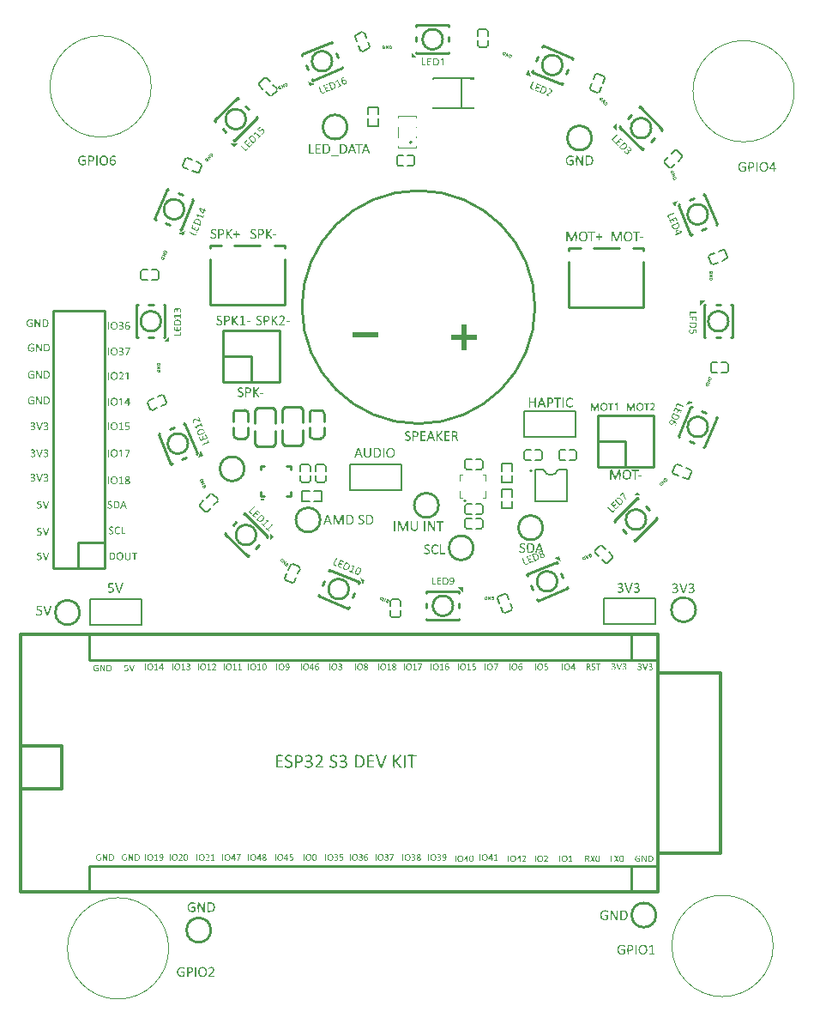
<source format=gto>
G04 Layer: TopSilkscreenLayer*
G04 EasyEDA Pro v2.2.45.4, 2026-01-14 12:02:54*
G04 Gerber Generator version 0.3*
G04 Scale: 100 percent, Rotated: No, Reflected: No*
G04 Dimensions in millimeters*
G04 Leading zeros omitted, absolute positions, 4 integers and 5 decimals*
G04 Generated by one-click*
%FSLAX45Y45*%
%MOMM*%
%ADD10C,0.1*%
%ADD11C,0.1524*%
%ADD12C,0.254*%
%ADD13C,0.2032*%
%ADD14C,0.203*%
%ADD15C,0.15001*%
%ADD16C,0.3020*%
%ADD17C,0.3*%
%ADD18C,0.2*%
G75*


G04 Text Start*
G36*
G01X1923436Y7608291D02*
G01X1915482Y7608746D01*
G01X1913436Y7609427D01*
G01X1911164Y7609882D01*
G01X1908664Y7610564D01*
G01X1906618Y7611245D01*
G01X1904800Y7611927D01*
G01X1900027Y7614655D01*
G01X1898664Y7615791D01*
G01X1897755Y7617382D01*
G01X1897300Y7621473D01*
G01X1897470Y7624143D01*
G01X1897982Y7625791D01*
G01X1898720Y7626643D01*
G01X1899573Y7626927D01*
G01X1901618Y7626245D01*
G01X1903891Y7624882D01*
G01X1905936Y7623745D01*
G01X1907755Y7622836D01*
G01X1909800Y7621927D01*
G01X1912300Y7621018D01*
G01X1914345Y7620336D01*
G01X1918436Y7619427D01*
G01X1922982Y7619200D01*
G01X1928436Y7619655D01*
G01X1930709Y7620336D01*
G01X1932527Y7620791D01*
G01X1934345Y7621473D01*
G01X1935936Y7622382D01*
G01X1937527Y7623518D01*
G01X1938664Y7624655D01*
G01X1939800Y7626018D01*
G01X1940709Y7627609D01*
G01X1941391Y7629200D01*
G01X1941845Y7634200D01*
G01X1941391Y7639427D01*
G01X1940482Y7641700D01*
G01X1939345Y7643291D01*
G01X1936618Y7646018D01*
G01X1934345Y7647609D01*
G01X1932755Y7648745D01*
G01X1931164Y7649655D01*
G01X1927527Y7651473D01*
G01X1925254Y7652382D01*
G01X1923436Y7653291D01*
G01X1920254Y7654654D01*
G01X1916164Y7656700D01*
G01X1913891Y7658064D01*
G01X1911846Y7659427D01*
G01X1910254Y7660336D01*
G01X1909118Y7661246D01*
G01X1905709Y7664654D01*
G01X1904345Y7666246D01*
G01X1902982Y7668291D01*
G01X1901846Y7670336D01*
G01X1900936Y7672155D01*
G01X1900255Y7674427D01*
G01X1899800Y7676700D01*
G01X1899573Y7679427D01*
G01X1899800Y7683518D01*
G01X1900255Y7686245D01*
G01X1900482Y7687836D01*
G01X1900936Y7689427D01*
G01X1902300Y7692609D01*
G01X1903209Y7693973D01*
G01X1904345Y7695791D01*
G01X1905709Y7697382D01*
G01X1906846Y7698518D01*
G01X1908436Y7699882D01*
G01X1910254Y7701018D01*
G01X1911618Y7701927D01*
G01X1913209Y7702836D01*
G01X1915254Y7703745D01*
G01X1917073Y7704427D01*
G01X1918664Y7704654D01*
G01X1920482Y7705109D01*
G01X1922982Y7705564D01*
G01X1925254Y7705791D01*
G01X1927982Y7706018D01*
G01X1930709Y7705791D01*
G01X1932300Y7705564D01*
G01X1934345Y7705336D01*
G01X1936164Y7704882D01*
G01X1938436Y7704427D01*
G01X1940936Y7703745D01*
G01X1943209Y7702836D01*
G01X1945254Y7701927D01*
G01X1947073Y7701018D01*
G01X1949118Y7699427D01*
G01X1950254Y7696473D01*
G01X1950254Y7693064D01*
G01X1949800Y7690336D01*
G01X1949402Y7689427D01*
G01X1948664Y7688973D01*
G01X1946618Y7689200D01*
G01X1942527Y7691473D01*
G01X1940709Y7692382D01*
G01X1937073Y7693745D01*
G01X1935027Y7694427D01*
G01X1932982Y7694882D01*
G01X1928436Y7695109D01*
G01X1922982Y7694654D01*
G01X1920254Y7693745D01*
G01X1918436Y7692836D01*
G01X1917073Y7691927D01*
G01X1914800Y7689654D01*
G01X1913664Y7688064D01*
G01X1912982Y7686245D01*
G01X1912755Y7683518D01*
G01X1912982Y7679882D01*
G01X1913664Y7676927D01*
G01X1915027Y7674427D01*
G01X1916391Y7672609D01*
G01X1918664Y7670791D01*
G01X1920027Y7669654D01*
G01X1921391Y7668745D01*
G01X1922982Y7667836D01*
G01X1924800Y7666927D01*
G01X1926391Y7666018D01*
G01X1928436Y7665109D01*
G01X1930254Y7664200D01*
G01X1931846Y7663518D01*
G01X1937300Y7660791D01*
G01X1939345Y7659654D01*
G01X1941618Y7658518D01*
G01X1943664Y7657155D01*
G01X1945254Y7656246D01*
G01X1946391Y7655336D01*
G01X1950482Y7651246D01*
G01X1951618Y7649655D01*
G01X1952755Y7647836D01*
G01X1953664Y7646473D01*
G01X1954345Y7644655D01*
G01X1955027Y7642382D01*
G01X1955482Y7636245D01*
G01X1955027Y7630336D01*
G01X1953664Y7625791D01*
G01X1951164Y7620791D01*
G01X1950254Y7619655D01*
G01X1949118Y7618518D01*
G01X1947982Y7617154D01*
G01X1946845Y7616018D01*
G01X1945254Y7614655D01*
G01X1941845Y7612382D01*
G01X1940482Y7611700D01*
G01X1938891Y7611018D01*
G01X1936618Y7610109D01*
G01X1934345Y7609427D01*
G01X1932527Y7609200D01*
G01X1930709Y7608746D01*
G01X1923436Y7608291D01*
G37*
G36*
G01X2153663Y7617382D02*
G01X2152300Y7617609D01*
G01X2150709Y7618064D01*
G01X2148891Y7618973D01*
G01X2148379Y7622836D01*
G01X2148209Y7633064D01*
G01X2148209Y7646473D01*
G01X2136164Y7646473D01*
G01X2123436Y7646927D01*
G01X2122300Y7647836D01*
G01X2121618Y7649882D01*
G01X2121618Y7652155D01*
G01X2121845Y7653745D01*
G01X2122527Y7655791D01*
G01X2123209Y7656927D01*
G01X2148209Y7656927D01*
G01X2148209Y7670336D01*
G01X2148663Y7684427D01*
G01X2149800Y7685563D01*
G01X2152754Y7686018D01*
G01X2156164Y7685791D01*
G01X2158209Y7685109D01*
G01X2158891Y7681302D01*
G01X2159118Y7670791D01*
G01X2159118Y7656927D01*
G01X2170709Y7656927D01*
G01X2183436Y7656700D01*
G01X2184459Y7656246D01*
G01X2185254Y7655336D01*
G01X2185936Y7652155D01*
G01X2185482Y7648973D01*
G01X2184345Y7647155D01*
G01X2180766Y7646643D01*
G01X2171391Y7646473D01*
G01X2159118Y7646473D01*
G01X2159118Y7633291D01*
G01X2158663Y7619200D01*
G01X2158039Y7618461D01*
G01X2157073Y7618064D01*
G01X2155255Y7617609D01*
G01X2153663Y7617382D01*
G37*
G36*
G01X1979800Y7609200D02*
G01X1975482Y7609427D01*
G01X1974118Y7610564D01*
G01X1973436Y7621984D01*
G01X1973209Y7654427D01*
G01X1973315Y7675109D01*
G01X1986391Y7675109D01*
G01X1986618Y7656246D01*
G01X1993436Y7656018D01*
G01X2000709Y7656246D01*
G01X2003891Y7656700D01*
G01X2005709Y7657155D01*
G01X2007527Y7657836D01*
G01X2009345Y7658745D01*
G01X2010936Y7659654D01*
G01X2012073Y7660564D01*
G01X2013436Y7661700D01*
G01X2014573Y7663064D01*
G01X2015709Y7664654D01*
G01X2016845Y7666927D01*
G01X2017527Y7668973D01*
G01X2017982Y7670791D01*
G01X2018436Y7673973D01*
G01X2018436Y7676700D01*
G01X2017982Y7680336D01*
G01X2017300Y7682609D01*
G01X2016164Y7685336D01*
G01X2015027Y7687155D01*
G01X2014118Y7688518D01*
G01X2012982Y7689654D01*
G01X2011845Y7690563D01*
G01X2010255Y7691473D01*
G01X2008209Y7692382D01*
G01X2006391Y7693064D01*
G01X2004800Y7693518D01*
G01X1995255Y7693745D01*
G01X1986391Y7693745D01*
G01X1986391Y7675109D01*
G01X1986391Y7675109D01*
G01X1973315Y7675109D01*
G01X1973436Y7698973D01*
G01X1974118Y7701473D01*
G01X1975027Y7703064D01*
G01X1976391Y7703973D01*
G01X1977982Y7704427D01*
G01X1988209Y7704654D01*
G01X1998436Y7704427D01*
G01X2001164Y7704200D01*
G01X2005255Y7703973D01*
G01X2009345Y7703518D01*
G01X2012073Y7702836D01*
G01X2014118Y7702155D01*
G01X2016391Y7701245D01*
G01X2020482Y7698973D01*
G01X2022527Y7697609D01*
G01X2024118Y7696245D01*
G01X2026391Y7693973D01*
G01X2028209Y7691245D01*
G01X2030027Y7687609D01*
G01X2030709Y7685563D01*
G01X2031164Y7683518D01*
G01X2031618Y7680336D01*
G01X2031845Y7677155D01*
G01X2031618Y7673064D01*
G01X2030709Y7667609D01*
G01X2030027Y7665336D01*
G01X2029118Y7663291D01*
G01X2028209Y7661473D01*
G01X2026391Y7658291D01*
G01X2023664Y7654882D01*
G01X2021391Y7653064D01*
G01X2020027Y7651927D01*
G01X2018209Y7650791D01*
G01X2016164Y7649655D01*
G01X2014573Y7648745D01*
G01X2012982Y7648064D01*
G01X2008891Y7646700D01*
G01X2007073Y7646245D01*
G01X2002073Y7645791D01*
G01X1993891Y7645564D01*
G01X1986391Y7645564D01*
G01X1986391Y7629200D01*
G01X1986164Y7611700D01*
G01X1985709Y7610677D01*
G01X1984800Y7609882D01*
G01X1982982Y7609370D01*
G01X1979800Y7609200D01*
G37*
G36*
G01X2057300Y7609200D02*
G01X2053209Y7609427D01*
G01X2051846Y7610109D01*
G01X2051164Y7621984D01*
G01X2050936Y7656700D01*
G01X2051164Y7691529D01*
G01X2051846Y7703745D01*
G01X2053493Y7704427D01*
G01X2056618Y7704654D01*
G01X2061618Y7704427D01*
G01X2062641Y7703973D01*
G01X2063436Y7703064D01*
G01X2063948Y7697666D01*
G01X2064118Y7683745D01*
G01X2063891Y7663518D01*
G01X2063891Y7662041D01*
G01X2064345Y7661700D01*
G01X2065936Y7663064D01*
G01X2069573Y7667609D01*
G01X2070936Y7669427D01*
G01X2071845Y7670564D01*
G01X2072527Y7671700D01*
G01X2075254Y7675109D01*
G01X2076391Y7676246D01*
G01X2086391Y7688745D01*
G01X2087073Y7689882D01*
G01X2091618Y7695563D01*
G01X2092755Y7696700D01*
G01X2093664Y7697836D01*
G01X2094345Y7698973D01*
G01X2095254Y7700109D01*
G01X2096618Y7701700D01*
G01X2098436Y7703745D01*
G01X2100425Y7704427D01*
G01X2104118Y7704654D01*
G01X2109800Y7704200D01*
G01X2110652Y7703632D01*
G01X2110936Y7702836D01*
G01X2110482Y7700791D01*
G01X2109573Y7699200D01*
G01X2108664Y7697836D01*
G01X2107527Y7696473D01*
G01X2104800Y7693291D01*
G01X2091163Y7676927D01*
G01X2088436Y7673745D01*
G01X2081618Y7665564D01*
G01X2079800Y7663291D01*
G01X2078436Y7661700D01*
G01X2078039Y7660620D01*
G01X2078209Y7659654D01*
G01X2079345Y7657836D01*
G01X2080482Y7656246D01*
G01X2084573Y7650791D01*
G01X2086391Y7648518D01*
G01X2087755Y7646700D01*
G01X2088891Y7645109D01*
G01X2090482Y7643064D01*
G01X2091845Y7641245D01*
G01X2094118Y7638064D01*
G01X2096845Y7634655D01*
G01X2097982Y7633064D01*
G01X2099573Y7630791D01*
G01X2102300Y7627154D01*
G01X2104118Y7624882D01*
G01X2105482Y7623063D01*
G01X2106618Y7621473D01*
G01X2108209Y7619427D01*
G01X2109573Y7617609D01*
G01X2110482Y7616473D01*
G01X2112300Y7613746D01*
G01X2112754Y7611927D01*
G01X2112471Y7610734D01*
G01X2111618Y7609882D01*
G01X2109970Y7609370D01*
G01X2107300Y7609200D01*
G01X2103436Y7609427D01*
G01X2101845Y7609655D01*
G01X2100027Y7610336D01*
G01X2097982Y7612382D01*
G01X2096618Y7613973D01*
G01X2094345Y7617154D01*
G01X2092755Y7619427D01*
G01X2090936Y7621700D01*
G01X2089573Y7623518D01*
G01X2085027Y7629882D01*
G01X2084118Y7631018D01*
G01X2081845Y7634200D01*
G01X2080027Y7636473D01*
G01X2075482Y7642836D01*
G01X2074800Y7643973D01*
G01X2073891Y7645109D01*
G01X2072527Y7646700D01*
G01X2070936Y7648973D01*
G01X2069573Y7650791D01*
G01X2067300Y7653973D01*
G01X2066391Y7655109D01*
G01X2065482Y7656473D01*
G01X2064345Y7657609D01*
G01X2063891Y7657609D01*
G01X2063891Y7657155D01*
G01X2064118Y7635564D01*
G01X2063891Y7612609D01*
G01X2063550Y7610961D01*
G01X2062982Y7610109D01*
G01X2061618Y7609427D01*
G01X2057300Y7609200D01*
G37*
G36*
G01X2317136Y7608291D02*
G01X2309182Y7608746D01*
G01X2307136Y7609427D01*
G01X2304864Y7609882D01*
G01X2302364Y7610564D01*
G01X2300318Y7611245D01*
G01X2298500Y7611927D01*
G01X2293727Y7614655D01*
G01X2292364Y7615791D01*
G01X2291455Y7617382D01*
G01X2291000Y7621473D01*
G01X2291170Y7624143D01*
G01X2291682Y7625791D01*
G01X2292420Y7626643D01*
G01X2293273Y7626927D01*
G01X2295318Y7626245D01*
G01X2297591Y7624882D01*
G01X2299636Y7623745D01*
G01X2301455Y7622836D01*
G01X2303500Y7621927D01*
G01X2306000Y7621018D01*
G01X2308045Y7620336D01*
G01X2312136Y7619427D01*
G01X2316682Y7619200D01*
G01X2322136Y7619655D01*
G01X2324409Y7620336D01*
G01X2326227Y7620791D01*
G01X2328045Y7621473D01*
G01X2329636Y7622382D01*
G01X2331227Y7623518D01*
G01X2332364Y7624655D01*
G01X2333500Y7626018D01*
G01X2334409Y7627609D01*
G01X2335091Y7629200D01*
G01X2335545Y7634200D01*
G01X2335091Y7639427D01*
G01X2334182Y7641700D01*
G01X2333045Y7643291D01*
G01X2330318Y7646018D01*
G01X2328045Y7647609D01*
G01X2326455Y7648745D01*
G01X2324864Y7649655D01*
G01X2321227Y7651473D01*
G01X2318954Y7652382D01*
G01X2317136Y7653291D01*
G01X2313954Y7654654D01*
G01X2309864Y7656700D01*
G01X2307591Y7658064D01*
G01X2305546Y7659427D01*
G01X2303954Y7660336D01*
G01X2302818Y7661246D01*
G01X2299409Y7664654D01*
G01X2298045Y7666246D01*
G01X2296682Y7668291D01*
G01X2295546Y7670336D01*
G01X2294636Y7672155D01*
G01X2293955Y7674427D01*
G01X2293500Y7676700D01*
G01X2293273Y7679427D01*
G01X2293500Y7683518D01*
G01X2293955Y7686245D01*
G01X2294182Y7687836D01*
G01X2294636Y7689427D01*
G01X2296000Y7692609D01*
G01X2296909Y7693973D01*
G01X2298045Y7695791D01*
G01X2299409Y7697382D01*
G01X2300546Y7698518D01*
G01X2302136Y7699882D01*
G01X2303954Y7701018D01*
G01X2305318Y7701927D01*
G01X2306909Y7702836D01*
G01X2308954Y7703745D01*
G01X2310773Y7704427D01*
G01X2312364Y7704654D01*
G01X2314182Y7705109D01*
G01X2316682Y7705564D01*
G01X2318954Y7705791D01*
G01X2321682Y7706018D01*
G01X2324409Y7705791D01*
G01X2326000Y7705564D01*
G01X2328045Y7705336D01*
G01X2329864Y7704882D01*
G01X2332136Y7704427D01*
G01X2334636Y7703745D01*
G01X2336909Y7702836D01*
G01X2338954Y7701927D01*
G01X2340773Y7701018D01*
G01X2342818Y7699427D01*
G01X2343954Y7696473D01*
G01X2343954Y7693064D01*
G01X2343500Y7690336D01*
G01X2343102Y7689427D01*
G01X2342364Y7688973D01*
G01X2340318Y7689200D01*
G01X2336227Y7691473D01*
G01X2334409Y7692382D01*
G01X2330773Y7693745D01*
G01X2328727Y7694427D01*
G01X2326682Y7694882D01*
G01X2322136Y7695109D01*
G01X2316682Y7694654D01*
G01X2313954Y7693745D01*
G01X2312136Y7692836D01*
G01X2310773Y7691927D01*
G01X2308500Y7689654D01*
G01X2307364Y7688064D01*
G01X2306682Y7686245D01*
G01X2306455Y7683518D01*
G01X2306682Y7679882D01*
G01X2307364Y7676927D01*
G01X2308727Y7674427D01*
G01X2310091Y7672609D01*
G01X2312364Y7670791D01*
G01X2313727Y7669654D01*
G01X2315091Y7668745D01*
G01X2316682Y7667836D01*
G01X2318500Y7666927D01*
G01X2320091Y7666018D01*
G01X2322136Y7665109D01*
G01X2323954Y7664200D01*
G01X2325546Y7663518D01*
G01X2331000Y7660791D01*
G01X2333045Y7659654D01*
G01X2335318Y7658518D01*
G01X2337364Y7657155D01*
G01X2338954Y7656246D01*
G01X2340091Y7655336D01*
G01X2344182Y7651246D01*
G01X2345318Y7649655D01*
G01X2346455Y7647836D01*
G01X2347364Y7646473D01*
G01X2348045Y7644655D01*
G01X2348727Y7642382D01*
G01X2349182Y7636245D01*
G01X2348727Y7630336D01*
G01X2347364Y7625791D01*
G01X2344864Y7620791D01*
G01X2343954Y7619655D01*
G01X2342818Y7618518D01*
G01X2341682Y7617154D01*
G01X2340545Y7616018D01*
G01X2338954Y7614655D01*
G01X2335545Y7612382D01*
G01X2334182Y7611700D01*
G01X2332591Y7611018D01*
G01X2330318Y7610109D01*
G01X2328045Y7609427D01*
G01X2326227Y7609200D01*
G01X2324409Y7608746D01*
G01X2317136Y7608291D01*
G37*
G36*
G01X2530545Y7641473D02*
G01X2514409Y7641927D01*
G01X2513273Y7643064D01*
G01X2512818Y7646473D01*
G01X2512989Y7648802D01*
G01X2513500Y7650336D01*
G01X2514182Y7651473D01*
G01X2529864Y7651473D01*
G01X2546227Y7651246D01*
G01X2547591Y7650564D01*
G01X2548102Y7649427D01*
G01X2548273Y7646927D01*
G01X2547818Y7643064D01*
G01X2546682Y7641927D01*
G01X2530545Y7641473D01*
G37*
G36*
G01X2373500Y7609200D02*
G01X2369182Y7609427D01*
G01X2367818Y7610564D01*
G01X2367136Y7621984D01*
G01X2366909Y7654427D01*
G01X2367015Y7675109D01*
G01X2380091Y7675109D01*
G01X2380318Y7656246D01*
G01X2387136Y7656018D01*
G01X2394409Y7656246D01*
G01X2397591Y7656700D01*
G01X2399409Y7657155D01*
G01X2401227Y7657836D01*
G01X2403045Y7658745D01*
G01X2404636Y7659654D01*
G01X2405773Y7660564D01*
G01X2407136Y7661700D01*
G01X2408273Y7663064D01*
G01X2409409Y7664654D01*
G01X2410545Y7666927D01*
G01X2411227Y7668973D01*
G01X2411682Y7670791D01*
G01X2412136Y7673973D01*
G01X2412136Y7676700D01*
G01X2411682Y7680336D01*
G01X2411000Y7682609D01*
G01X2409864Y7685336D01*
G01X2408727Y7687155D01*
G01X2407818Y7688518D01*
G01X2406682Y7689654D01*
G01X2405545Y7690563D01*
G01X2403955Y7691473D01*
G01X2401909Y7692382D01*
G01X2400091Y7693064D01*
G01X2398500Y7693518D01*
G01X2388955Y7693745D01*
G01X2380091Y7693745D01*
G01X2380091Y7675109D01*
G01X2380091Y7675109D01*
G01X2367015Y7675109D01*
G01X2367136Y7698973D01*
G01X2367818Y7701473D01*
G01X2368727Y7703064D01*
G01X2370091Y7703973D01*
G01X2371682Y7704427D01*
G01X2381909Y7704654D01*
G01X2392136Y7704427D01*
G01X2394864Y7704200D01*
G01X2398955Y7703973D01*
G01X2403045Y7703518D01*
G01X2405773Y7702836D01*
G01X2407818Y7702155D01*
G01X2410091Y7701245D01*
G01X2414182Y7698973D01*
G01X2416227Y7697609D01*
G01X2417818Y7696245D01*
G01X2420091Y7693973D01*
G01X2421909Y7691245D01*
G01X2423727Y7687609D01*
G01X2424409Y7685563D01*
G01X2424864Y7683518D01*
G01X2425318Y7680336D01*
G01X2425545Y7677609D01*
G01X2425318Y7673518D01*
G01X2424864Y7670336D01*
G01X2424409Y7667609D01*
G01X2423727Y7665336D01*
G01X2422818Y7663291D01*
G01X2421909Y7661473D01*
G01X2420091Y7658291D01*
G01X2417364Y7654882D01*
G01X2415091Y7653064D01*
G01X2413727Y7651927D01*
G01X2411909Y7650791D01*
G01X2409864Y7649655D01*
G01X2408273Y7648745D01*
G01X2406682Y7648064D01*
G01X2402591Y7646700D01*
G01X2400773Y7646245D01*
G01X2395773Y7645791D01*
G01X2387591Y7645564D01*
G01X2380091Y7645564D01*
G01X2380091Y7629200D01*
G01X2379864Y7611700D01*
G01X2379409Y7610677D01*
G01X2378500Y7609882D01*
G01X2376682Y7609370D01*
G01X2373500Y7609200D01*
G37*
G36*
G01X2451000Y7609200D02*
G01X2446909Y7609427D01*
G01X2445546Y7610109D01*
G01X2444864Y7621984D01*
G01X2444636Y7656700D01*
G01X2444864Y7691529D01*
G01X2445546Y7703745D01*
G01X2447193Y7704427D01*
G01X2450318Y7704654D01*
G01X2455318Y7704427D01*
G01X2456341Y7703973D01*
G01X2457136Y7703064D01*
G01X2457648Y7697666D01*
G01X2457818Y7683745D01*
G01X2457591Y7663518D01*
G01X2457591Y7662041D01*
G01X2458045Y7661700D01*
G01X2459636Y7663064D01*
G01X2463273Y7667609D01*
G01X2464636Y7669427D01*
G01X2465545Y7670564D01*
G01X2466227Y7671700D01*
G01X2468954Y7675109D01*
G01X2470091Y7676246D01*
G01X2480091Y7688745D01*
G01X2480773Y7689882D01*
G01X2485318Y7695563D01*
G01X2486455Y7696700D01*
G01X2487364Y7697836D01*
G01X2488045Y7698973D01*
G01X2488954Y7700109D01*
G01X2490318Y7701700D01*
G01X2492136Y7703745D01*
G01X2494125Y7704427D01*
G01X2497818Y7704654D01*
G01X2503500Y7704200D01*
G01X2504352Y7703632D01*
G01X2504636Y7702836D01*
G01X2504182Y7700791D01*
G01X2503273Y7699200D01*
G01X2502364Y7697836D01*
G01X2501227Y7696473D01*
G01X2498500Y7693291D01*
G01X2484863Y7676927D01*
G01X2482136Y7673745D01*
G01X2475318Y7665564D01*
G01X2473500Y7663291D01*
G01X2472136Y7661700D01*
G01X2471739Y7660620D01*
G01X2471909Y7659654D01*
G01X2473045Y7657836D01*
G01X2474182Y7656246D01*
G01X2478273Y7650791D01*
G01X2480091Y7648518D01*
G01X2481455Y7646700D01*
G01X2482591Y7645109D01*
G01X2484182Y7643064D01*
G01X2485545Y7641245D01*
G01X2487818Y7638064D01*
G01X2490545Y7634655D01*
G01X2491682Y7633064D01*
G01X2493273Y7630791D01*
G01X2496000Y7627154D01*
G01X2497818Y7624882D01*
G01X2499182Y7623063D01*
G01X2500318Y7621473D01*
G01X2501909Y7619427D01*
G01X2503273Y7617609D01*
G01X2504182Y7616473D01*
G01X2506000Y7613746D01*
G01X2506454Y7611927D01*
G01X2506171Y7610734D01*
G01X2505318Y7609882D01*
G01X2503670Y7609370D01*
G01X2501000Y7609200D01*
G01X2497136Y7609427D01*
G01X2495545Y7609655D01*
G01X2493727Y7610336D01*
G01X2491682Y7612382D01*
G01X2490318Y7613973D01*
G01X2488045Y7617154D01*
G01X2486455Y7619427D01*
G01X2484636Y7621700D01*
G01X2483273Y7623518D01*
G01X2478727Y7629882D01*
G01X2477818Y7631018D01*
G01X2475545Y7634200D01*
G01X2473727Y7636473D01*
G01X2469182Y7642836D01*
G01X2468500Y7643973D01*
G01X2467591Y7645109D01*
G01X2466227Y7646700D01*
G01X2464636Y7648973D01*
G01X2463273Y7650791D01*
G01X2461000Y7653973D01*
G01X2460091Y7655109D01*
G01X2459182Y7656473D01*
G01X2458045Y7657609D01*
G01X2457591Y7657609D01*
G01X2457591Y7657155D01*
G01X2457818Y7635564D01*
G01X2457591Y7612609D01*
G01X2457250Y7610961D01*
G01X2456682Y7610109D01*
G01X2455318Y7609427D01*
G01X2451000Y7609200D01*
G37*
G36*
G01X5416136Y7583346D02*
G01X5413864Y7583573D01*
G01X5412046Y7584255D01*
G01X5410455Y7585164D01*
G01X5409943Y7596527D01*
G01X5409773Y7629709D01*
G01X5410000Y7674482D01*
G01X5410682Y7676300D01*
G01X5411818Y7677891D01*
G01X5413409Y7678800D01*
G01X5418864Y7679254D01*
G01X5424091Y7679027D01*
G01X5426364Y7678573D01*
G01X5428636Y7677891D01*
G01X5430227Y7676982D01*
G01X5431591Y7675845D01*
G01X5432500Y7674709D01*
G01X5433182Y7673345D01*
G01X5433864Y7671755D01*
G01X5434773Y7669709D01*
G01X5435682Y7667436D01*
G01X5436364Y7665845D01*
G01X5437046Y7664027D01*
G01X5437955Y7661527D01*
G01X5438864Y7659482D01*
G01X5440227Y7655845D01*
G01X5442046Y7651300D01*
G01X5443409Y7647664D01*
G01X5444318Y7645618D01*
G01X5446136Y7640618D01*
G01X5447045Y7638573D01*
G01X5447727Y7636755D01*
G01X5449091Y7633573D01*
G01X5451136Y7628118D01*
G01X5451818Y7626527D01*
G01X5452500Y7624709D01*
G01X5453409Y7622664D01*
G01X5454773Y7619027D01*
G01X5455682Y7616527D01*
G01X5456591Y7614482D01*
G01X5457955Y7610845D01*
G01X5459773Y7606300D01*
G01X5460454Y7604482D01*
G01X5460796Y7603686D01*
G01X5461364Y7603573D01*
G01X5462500Y7604936D01*
G01X5463409Y7607436D01*
G01X5464318Y7609482D01*
G01X5465000Y7611300D01*
G01X5466364Y7614482D01*
G01X5467045Y7616300D01*
G01X5467727Y7617891D01*
G01X5468409Y7619709D01*
G01X5469318Y7621755D01*
G01X5470227Y7624027D01*
G01X5472045Y7628118D01*
G01X5472955Y7630618D01*
G01X5473864Y7632664D01*
G01X5474545Y7634482D01*
G01X5475909Y7637664D01*
G01X5476591Y7639482D01*
G01X5477955Y7642664D01*
G01X5478864Y7644709D01*
G01X5480682Y7649254D01*
G01X5481591Y7651300D01*
G01X5482954Y7654936D01*
G01X5484773Y7659027D01*
G01X5486136Y7662664D01*
G01X5487954Y7666755D01*
G01X5489318Y7670391D01*
G01X5490682Y7673573D01*
G01X5491364Y7674936D01*
G01X5492273Y7676073D01*
G01X5493409Y7677209D01*
G01X5495227Y7678345D01*
G01X5497273Y7679027D01*
G01X5501591Y7679254D01*
G01X5507273Y7679027D01*
G01X5510455Y7678118D01*
G01X5512273Y7676300D01*
G01X5512784Y7664254D01*
G01X5512954Y7630391D01*
G01X5512784Y7596641D01*
G01X5512273Y7584936D01*
G01X5510455Y7584027D01*
G01X5508182Y7583573D01*
G01X5506364Y7583573D01*
G01X5504546Y7583800D01*
G01X5502500Y7584255D01*
G01X5500909Y7585164D01*
G01X5500398Y7595561D01*
G01X5500227Y7625846D01*
G01X5499773Y7666300D01*
G01X5499318Y7666186D01*
G01X5498864Y7665391D01*
G01X5497954Y7663345D01*
G01X5496591Y7659709D01*
G01X5495227Y7656527D01*
G01X5494318Y7654482D01*
G01X5493409Y7651982D01*
G01X5490682Y7645164D01*
G01X5489773Y7643118D01*
G01X5488864Y7640618D01*
G01X5487954Y7638573D01*
G01X5486591Y7634936D01*
G01X5484546Y7630164D01*
G01X5483864Y7628345D01*
G01X5479318Y7616982D01*
G01X5478409Y7614936D01*
G01X5477045Y7611300D01*
G01X5476364Y7609709D01*
G01X5475682Y7607891D01*
G01X5474773Y7605845D01*
G01X5473864Y7603573D01*
G01X5472955Y7601073D01*
G01X5472045Y7599027D01*
G01X5471364Y7597209D01*
G01X5470000Y7594027D01*
G01X5469318Y7592209D01*
G01X5468409Y7590164D01*
G01X5467500Y7587664D01*
G01X5466364Y7585391D01*
G01X5465454Y7584482D01*
G01X5464091Y7584027D01*
G01X5461818Y7583573D01*
G01X5460000Y7583573D01*
G01X5458182Y7584027D01*
G01X5456591Y7584255D01*
G01X5455682Y7584539D01*
G01X5454773Y7585391D01*
G01X5453636Y7587664D01*
G01X5451591Y7593118D01*
G01X5450909Y7594709D01*
G01X5450227Y7596527D01*
G01X5449318Y7598800D01*
G01X5448409Y7601300D01*
G01X5446591Y7605845D01*
G01X5445682Y7608345D01*
G01X5444773Y7610391D01*
G01X5442727Y7615845D01*
G01X5442046Y7617891D01*
G01X5441364Y7619482D01*
G01X5440682Y7621527D01*
G01X5439773Y7623573D01*
G01X5437046Y7630846D01*
G01X5435227Y7635391D01*
G01X5433864Y7639027D01*
G01X5432046Y7643573D01*
G01X5430682Y7647209D01*
G01X5428864Y7651755D01*
G01X5426136Y7659027D01*
G01X5425454Y7660618D01*
G01X5424091Y7664254D01*
G01X5423409Y7665845D01*
G01X5423011Y7666243D01*
G01X5422727Y7666073D01*
G01X5422727Y7664936D01*
G01X5422955Y7626073D01*
G01X5422500Y7586300D01*
G01X5421761Y7584993D01*
G01X5420454Y7584255D01*
G01X5418182Y7583573D01*
G01X5416136Y7583346D01*
G37*
G36*
G01X5574091Y7582891D02*
G01X5565227Y7583346D01*
G01X5563182Y7584027D01*
G01X5560682Y7584482D01*
G01X5558182Y7585164D01*
G01X5554545Y7586527D01*
G01X5552727Y7587436D01*
G01X5550682Y7588573D01*
G01X5548864Y7589709D01*
G01X5546136Y7591982D01*
G01X5544318Y7593573D01*
G01X5541136Y7597663D01*
G01X5539773Y7599709D01*
G01X5537500Y7603800D01*
G01X5535682Y7608345D01*
G01X5533864Y7615618D01*
G01X5533636Y7617209D01*
G01X5533182Y7621300D01*
G01X5532727Y7624936D01*
G01X5532500Y7630164D01*
G01X5532579Y7631982D01*
G01X5546136Y7631982D01*
G01X5546364Y7628118D01*
G01X5546818Y7622209D01*
G01X5547273Y7619027D01*
G01X5547727Y7616982D01*
G01X5548182Y7614482D01*
G01X5548864Y7611982D01*
G01X5549773Y7609482D01*
G01X5550682Y7607436D01*
G01X5551591Y7605618D01*
G01X5552500Y7604255D01*
G01X5553182Y7603118D01*
G01X5554091Y7601982D01*
G01X5556364Y7599709D01*
G01X5557500Y7598800D01*
G01X5558864Y7597891D01*
G01X5560682Y7596754D01*
G01X5562500Y7595845D01*
G01X5565000Y7595164D01*
G01X5567273Y7594482D01*
G01X5569091Y7594255D01*
G01X5569091Y7594255D01*
G01X5570454Y7594027D01*
G01X5573409Y7593800D01*
G01X5577727Y7594027D01*
G01X5580454Y7594482D01*
G01X5582273Y7594936D01*
G01X5584318Y7595391D01*
G01X5586818Y7596073D01*
G01X5588636Y7596982D01*
G01X5590454Y7598118D01*
G01X5592045Y7599255D01*
G01X5593182Y7599936D01*
G01X5594318Y7600845D01*
G01X5595227Y7601982D01*
G01X5596591Y7603573D01*
G01X5597955Y7605391D01*
G01X5598864Y7606754D01*
G01X5599773Y7608573D01*
G01X5600682Y7610618D01*
G01X5601591Y7612891D01*
G01X5602273Y7614936D01*
G01X5602727Y7618118D01*
G01X5603636Y7622664D01*
G01X5603864Y7626300D01*
G01X5604091Y7630391D01*
G01X5604091Y7632209D01*
G01X5603636Y7639936D01*
G01X5603182Y7643118D01*
G01X5602273Y7647664D01*
G01X5601818Y7649709D01*
G01X5601136Y7651982D01*
G01X5600227Y7654254D01*
G01X5599318Y7656300D01*
G01X5598409Y7657891D01*
G01X5597500Y7659254D01*
G01X5596818Y7660391D01*
G01X5595909Y7661527D01*
G01X5593636Y7663800D01*
G01X5592500Y7664709D01*
G01X5591136Y7665618D01*
G01X5589545Y7666527D01*
G01X5587500Y7667436D01*
G01X5584545Y7668345D01*
G01X5582273Y7669027D01*
G01X5576136Y7669709D01*
G01X5574091Y7669482D01*
G01X5572273Y7669254D01*
G01X5569545Y7669027D01*
G01X5566591Y7668345D01*
G01X5563864Y7667436D01*
G01X5561818Y7666527D01*
G01X5560227Y7665618D01*
G01X5558864Y7664709D01*
G01X5557727Y7664027D01*
G01X5556591Y7663118D01*
G01X5554318Y7660845D01*
G01X5553182Y7659254D01*
G01X5551818Y7657209D01*
G01X5550682Y7655164D01*
G01X5548864Y7651073D01*
G01X5548182Y7648573D01*
G01X5547727Y7646300D01*
G01X5546818Y7642209D01*
G01X5546364Y7635846D01*
G01X5546136Y7631982D01*
G01X5532579Y7631982D01*
G01X5532727Y7635391D01*
G01X5533636Y7642664D01*
G01X5533864Y7644709D01*
G01X5534318Y7646982D01*
G01X5535000Y7649482D01*
G01X5535682Y7652436D01*
G01X5536591Y7654482D01*
G01X5537273Y7656300D01*
G01X5538182Y7658345D01*
G01X5539318Y7660391D01*
G01X5540227Y7661982D01*
G01X5540909Y7663345D01*
G01X5541818Y7664709D01*
G01X5543636Y7666982D01*
G01X5544773Y7668118D01*
G01X5545682Y7669254D01*
G01X5546818Y7670391D01*
G01X5548182Y7671527D01*
G01X5550454Y7673345D01*
G01X5551818Y7674254D01*
G01X5555000Y7676073D01*
G01X5556818Y7676982D01*
G01X5558636Y7677664D01*
G01X5562727Y7679027D01*
G01X5564318Y7679254D01*
G01X5566136Y7679709D01*
G01X5568409Y7680164D01*
G01X5570454Y7680391D01*
G01X5575454Y7680618D01*
G01X5580454Y7680391D01*
G01X5583182Y7680164D01*
G01X5585909Y7679709D01*
G01X5588182Y7679027D01*
G01X5591136Y7678345D01*
G01X5593636Y7677436D01*
G01X5595909Y7676527D01*
G01X5599091Y7674709D01*
G01X5601136Y7673573D01*
G01X5603182Y7671982D01*
G01X5605000Y7670618D01*
G01X5606818Y7668345D01*
G01X5607954Y7667209D01*
G01X5608864Y7666073D01*
G01X5610000Y7664482D01*
G01X5611136Y7662664D01*
G01X5612500Y7659936D01*
G01X5613182Y7658345D01*
G01X5613864Y7656527D01*
G01X5614773Y7654254D01*
G01X5615454Y7652209D01*
G01X5615682Y7650618D01*
G01X5616136Y7649027D01*
G01X5616591Y7647209D01*
G01X5616818Y7645391D01*
G01X5617273Y7640391D01*
G01X5617500Y7633573D01*
G01X5617273Y7626755D01*
G01X5616818Y7621300D01*
G01X5616591Y7619709D01*
G01X5616136Y7617436D01*
G01X5615454Y7615391D01*
G01X5615000Y7612891D01*
G01X5614318Y7610391D01*
G01X5613636Y7608573D01*
G01X5612727Y7606300D01*
G01X5611591Y7604027D01*
G01X5609773Y7600845D01*
G01X5608409Y7598573D01*
G01X5607045Y7596754D01*
G01X5601591Y7591300D01*
G01X5600227Y7590164D01*
G01X5598409Y7589027D01*
G01X5596363Y7587891D01*
G01X5594091Y7586754D01*
G01X5592045Y7585845D01*
G01X5590454Y7585164D01*
G01X5588409Y7584482D01*
G01X5586363Y7584027D01*
G01X5584545Y7583800D01*
G01X5582500Y7583346D01*
G01X5574091Y7582891D01*
G37*
G36*
G01X5657273Y7583800D02*
G01X5652954Y7584027D01*
G01X5651591Y7585164D01*
G01X5650909Y7596130D01*
G01X5650682Y7627209D01*
G01X5650682Y7668345D01*
G01X5637273Y7668345D01*
G01X5626988Y7668573D01*
G01X5622954Y7669254D01*
G01X5622273Y7670789D01*
G01X5622045Y7673573D01*
G01X5622216Y7676357D01*
G01X5622727Y7677891D01*
G01X5624091Y7679027D01*
G01X5656591Y7679254D01*
G01X5689545Y7679027D01*
G01X5691591Y7678345D01*
G01X5692329Y7677550D01*
G01X5692727Y7676073D01*
G01X5692727Y7672209D01*
G01X5692045Y7669254D01*
G01X5688239Y7668573D01*
G01X5677727Y7668345D01*
G01X5663863Y7668345D01*
G01X5663863Y7627891D01*
G01X5663636Y7586300D01*
G01X5663182Y7585277D01*
G01X5662273Y7584482D01*
G01X5660455Y7583970D01*
G01X5657273Y7583800D01*
G37*
G36*
G01X5731136Y7591982D02*
G01X5729773Y7592209D01*
G01X5728182Y7592664D01*
G01X5726363Y7593573D01*
G01X5725852Y7597436D01*
G01X5725682Y7607664D01*
G01X5725682Y7621073D01*
G01X5713636Y7621073D01*
G01X5700909Y7621527D01*
G01X5699773Y7622436D01*
G01X5699091Y7624482D01*
G01X5699091Y7626755D01*
G01X5699318Y7628345D01*
G01X5700000Y7630391D01*
G01X5700682Y7631527D01*
G01X5725682Y7631527D01*
G01X5725682Y7644709D01*
G01X5726136Y7658800D01*
G01X5727273Y7660163D01*
G01X5730227Y7660618D01*
G01X5733636Y7660391D01*
G01X5735682Y7659709D01*
G01X5736363Y7655902D01*
G01X5736591Y7645391D01*
G01X5736591Y7631527D01*
G01X5748864Y7631527D01*
G01X5761818Y7631073D01*
G01X5762954Y7629709D01*
G01X5763409Y7626755D01*
G01X5762954Y7623573D01*
G01X5761818Y7621755D01*
G01X5758238Y7621243D01*
G01X5748864Y7621073D01*
G01X5736591Y7621073D01*
G01X5736591Y7607891D01*
G01X5736136Y7593800D01*
G01X5735511Y7593061D01*
G01X5734545Y7592664D01*
G01X5732727Y7592209D01*
G01X5731136Y7591982D01*
G37*
G36*
G01X5860636Y7583346D02*
G01X5858364Y7583573D01*
G01X5856546Y7584255D01*
G01X5854955Y7585164D01*
G01X5854443Y7596527D01*
G01X5854273Y7629709D01*
G01X5854500Y7674482D01*
G01X5855182Y7676300D01*
G01X5856318Y7677891D01*
G01X5857909Y7678800D01*
G01X5863364Y7679254D01*
G01X5868591Y7679027D01*
G01X5870864Y7678573D01*
G01X5873136Y7677891D01*
G01X5874727Y7676982D01*
G01X5876091Y7675845D01*
G01X5877000Y7674709D01*
G01X5877682Y7673345D01*
G01X5878364Y7671755D01*
G01X5879273Y7669709D01*
G01X5880182Y7667436D01*
G01X5880864Y7665845D01*
G01X5881546Y7664027D01*
G01X5882455Y7661527D01*
G01X5883364Y7659482D01*
G01X5884727Y7655845D01*
G01X5886546Y7651300D01*
G01X5887909Y7647664D01*
G01X5888818Y7645618D01*
G01X5890636Y7640618D01*
G01X5891545Y7638573D01*
G01X5892227Y7636755D01*
G01X5893591Y7633573D01*
G01X5895636Y7628118D01*
G01X5896318Y7626527D01*
G01X5897000Y7624709D01*
G01X5897909Y7622664D01*
G01X5899273Y7619027D01*
G01X5900182Y7616527D01*
G01X5901091Y7614482D01*
G01X5902455Y7610845D01*
G01X5904273Y7606300D01*
G01X5904954Y7604482D01*
G01X5905296Y7603686D01*
G01X5905864Y7603573D01*
G01X5907000Y7604936D01*
G01X5907909Y7607436D01*
G01X5908818Y7609482D01*
G01X5909500Y7611300D01*
G01X5910864Y7614482D01*
G01X5911545Y7616300D01*
G01X5912227Y7617891D01*
G01X5912909Y7619709D01*
G01X5913818Y7621755D01*
G01X5914727Y7624027D01*
G01X5916545Y7628118D01*
G01X5917455Y7630618D01*
G01X5918364Y7632664D01*
G01X5919045Y7634482D01*
G01X5920409Y7637664D01*
G01X5921091Y7639482D01*
G01X5922455Y7642664D01*
G01X5923364Y7644709D01*
G01X5925182Y7649254D01*
G01X5926091Y7651300D01*
G01X5927454Y7654936D01*
G01X5929273Y7659027D01*
G01X5930636Y7662664D01*
G01X5932454Y7666755D01*
G01X5933818Y7670391D01*
G01X5935182Y7673573D01*
G01X5935864Y7674936D01*
G01X5936773Y7676073D01*
G01X5937909Y7677209D01*
G01X5939727Y7678345D01*
G01X5941773Y7679027D01*
G01X5946091Y7679254D01*
G01X5951773Y7679027D01*
G01X5954955Y7678118D01*
G01X5956773Y7676300D01*
G01X5957284Y7664254D01*
G01X5957454Y7630391D01*
G01X5957284Y7596641D01*
G01X5956773Y7584936D01*
G01X5954955Y7584027D01*
G01X5952682Y7583573D01*
G01X5950864Y7583573D01*
G01X5949046Y7583800D01*
G01X5947000Y7584255D01*
G01X5945409Y7585164D01*
G01X5944898Y7595561D01*
G01X5944727Y7625846D01*
G01X5944273Y7666300D01*
G01X5943818Y7666186D01*
G01X5943364Y7665391D01*
G01X5942454Y7663345D01*
G01X5941091Y7659709D01*
G01X5939727Y7656527D01*
G01X5938818Y7654482D01*
G01X5937909Y7651982D01*
G01X5935182Y7645164D01*
G01X5934273Y7643118D01*
G01X5933364Y7640618D01*
G01X5932454Y7638573D01*
G01X5931091Y7634936D01*
G01X5929046Y7630164D01*
G01X5928364Y7628345D01*
G01X5923818Y7616982D01*
G01X5922909Y7614936D01*
G01X5921545Y7611300D01*
G01X5920864Y7609709D01*
G01X5920182Y7607891D01*
G01X5919273Y7605845D01*
G01X5918364Y7603573D01*
G01X5917455Y7601073D01*
G01X5916545Y7599027D01*
G01X5915864Y7597209D01*
G01X5914500Y7594027D01*
G01X5913818Y7592209D01*
G01X5912909Y7590164D01*
G01X5912000Y7587664D01*
G01X5910864Y7585391D01*
G01X5909954Y7584482D01*
G01X5908591Y7584027D01*
G01X5906318Y7583573D01*
G01X5904500Y7583573D01*
G01X5902682Y7584027D01*
G01X5901091Y7584255D01*
G01X5900182Y7584539D01*
G01X5899273Y7585391D01*
G01X5898136Y7587664D01*
G01X5896091Y7593118D01*
G01X5895409Y7594709D01*
G01X5894727Y7596527D01*
G01X5893818Y7598800D01*
G01X5892909Y7601300D01*
G01X5891091Y7605845D01*
G01X5890182Y7608345D01*
G01X5889273Y7610391D01*
G01X5887227Y7615845D01*
G01X5886546Y7617891D01*
G01X5885864Y7619482D01*
G01X5885182Y7621527D01*
G01X5884273Y7623573D01*
G01X5881546Y7630846D01*
G01X5879727Y7635391D01*
G01X5878364Y7639027D01*
G01X5876546Y7643573D01*
G01X5875182Y7647209D01*
G01X5873364Y7651755D01*
G01X5870636Y7659027D01*
G01X5869954Y7660618D01*
G01X5868591Y7664254D01*
G01X5867909Y7665845D01*
G01X5867511Y7666243D01*
G01X5867227Y7666073D01*
G01X5867227Y7664936D01*
G01X5867455Y7626073D01*
G01X5867000Y7586300D01*
G01X5866261Y7584993D01*
G01X5864954Y7584255D01*
G01X5862682Y7583573D01*
G01X5860636Y7583346D01*
G37*
G36*
G01X6018591Y7582891D02*
G01X6009727Y7583346D01*
G01X6007682Y7584027D01*
G01X6005182Y7584482D01*
G01X6002682Y7585164D01*
G01X5999045Y7586527D01*
G01X5997227Y7587436D01*
G01X5995182Y7588573D01*
G01X5993364Y7589709D01*
G01X5990636Y7591982D01*
G01X5988818Y7593573D01*
G01X5985636Y7597663D01*
G01X5984273Y7599709D01*
G01X5982000Y7603800D01*
G01X5980182Y7608345D01*
G01X5978364Y7615618D01*
G01X5978136Y7617209D01*
G01X5977682Y7621300D01*
G01X5977227Y7624936D01*
G01X5977000Y7630164D01*
G01X5977079Y7631982D01*
G01X5990636Y7631982D01*
G01X5990864Y7628118D01*
G01X5991318Y7622209D01*
G01X5991773Y7619027D01*
G01X5992227Y7616982D01*
G01X5992682Y7614482D01*
G01X5993364Y7611982D01*
G01X5994273Y7609482D01*
G01X5995182Y7607436D01*
G01X5996091Y7605618D01*
G01X5997000Y7604255D01*
G01X5997682Y7603118D01*
G01X5998591Y7601982D01*
G01X6000864Y7599709D01*
G01X6002000Y7598800D01*
G01X6003364Y7597891D01*
G01X6005182Y7596754D01*
G01X6007000Y7595845D01*
G01X6009500Y7595164D01*
G01X6011773Y7594482D01*
G01X6013591Y7594255D01*
G01X6013591Y7594255D01*
G01X6014954Y7594027D01*
G01X6017909Y7593800D01*
G01X6022227Y7594027D01*
G01X6024954Y7594482D01*
G01X6026773Y7594936D01*
G01X6028818Y7595391D01*
G01X6031318Y7596073D01*
G01X6033136Y7596982D01*
G01X6034954Y7598118D01*
G01X6036545Y7599255D01*
G01X6037682Y7599936D01*
G01X6038818Y7600845D01*
G01X6039727Y7601982D01*
G01X6041091Y7603573D01*
G01X6042455Y7605391D01*
G01X6043364Y7606754D01*
G01X6044273Y7608573D01*
G01X6045182Y7610618D01*
G01X6046091Y7612891D01*
G01X6046773Y7614936D01*
G01X6047227Y7618118D01*
G01X6048136Y7622664D01*
G01X6048364Y7626300D01*
G01X6048591Y7630391D01*
G01X6048591Y7632209D01*
G01X6048136Y7639936D01*
G01X6047682Y7643118D01*
G01X6046773Y7647664D01*
G01X6046318Y7649709D01*
G01X6045636Y7651982D01*
G01X6044727Y7654254D01*
G01X6043818Y7656300D01*
G01X6042909Y7657891D01*
G01X6042000Y7659254D01*
G01X6041318Y7660391D01*
G01X6040409Y7661527D01*
G01X6038136Y7663800D01*
G01X6037000Y7664709D01*
G01X6035636Y7665618D01*
G01X6034045Y7666527D01*
G01X6032000Y7667436D01*
G01X6029045Y7668345D01*
G01X6026773Y7669027D01*
G01X6020636Y7669709D01*
G01X6018591Y7669482D01*
G01X6016773Y7669254D01*
G01X6014045Y7669027D01*
G01X6011091Y7668345D01*
G01X6008364Y7667436D01*
G01X6006318Y7666527D01*
G01X6004727Y7665618D01*
G01X6003364Y7664709D01*
G01X6002227Y7664027D01*
G01X6001091Y7663118D01*
G01X5998818Y7660845D01*
G01X5997682Y7659254D01*
G01X5996318Y7657209D01*
G01X5995182Y7655164D01*
G01X5993364Y7651073D01*
G01X5992682Y7648573D01*
G01X5992227Y7646300D01*
G01X5991318Y7642209D01*
G01X5990864Y7635846D01*
G01X5990636Y7631982D01*
G01X5977079Y7631982D01*
G01X5977227Y7635391D01*
G01X5978136Y7642664D01*
G01X5978364Y7644709D01*
G01X5978818Y7646982D01*
G01X5979500Y7649482D01*
G01X5980182Y7652436D01*
G01X5981091Y7654482D01*
G01X5981773Y7656300D01*
G01X5982682Y7658345D01*
G01X5983818Y7660391D01*
G01X5984727Y7661982D01*
G01X5985409Y7663345D01*
G01X5986318Y7664709D01*
G01X5988136Y7666982D01*
G01X5989273Y7668118D01*
G01X5990182Y7669254D01*
G01X5991318Y7670391D01*
G01X5992682Y7671527D01*
G01X5994954Y7673345D01*
G01X5996318Y7674254D01*
G01X5999500Y7676073D01*
G01X6001318Y7676982D01*
G01X6003136Y7677664D01*
G01X6007227Y7679027D01*
G01X6008818Y7679254D01*
G01X6010636Y7679709D01*
G01X6012909Y7680164D01*
G01X6014954Y7680391D01*
G01X6019954Y7680618D01*
G01X6024954Y7680391D01*
G01X6027682Y7680164D01*
G01X6030409Y7679709D01*
G01X6032682Y7679027D01*
G01X6035636Y7678345D01*
G01X6038136Y7677436D01*
G01X6040409Y7676527D01*
G01X6043591Y7674709D01*
G01X6045636Y7673573D01*
G01X6047682Y7671982D01*
G01X6049500Y7670618D01*
G01X6051318Y7668345D01*
G01X6052454Y7667209D01*
G01X6053364Y7666073D01*
G01X6054500Y7664482D01*
G01X6055636Y7662664D01*
G01X6057000Y7659936D01*
G01X6057682Y7658345D01*
G01X6058364Y7656527D01*
G01X6059273Y7654254D01*
G01X6059954Y7652209D01*
G01X6060182Y7650618D01*
G01X6060636Y7649027D01*
G01X6061091Y7647209D01*
G01X6061318Y7645391D01*
G01X6061773Y7640391D01*
G01X6062000Y7633573D01*
G01X6061773Y7626755D01*
G01X6061318Y7621300D01*
G01X6061091Y7619709D01*
G01X6060636Y7617436D01*
G01X6059954Y7615391D01*
G01X6059500Y7612891D01*
G01X6058818Y7610391D01*
G01X6058136Y7608573D01*
G01X6057227Y7606300D01*
G01X6056091Y7604027D01*
G01X6054273Y7600845D01*
G01X6052909Y7598573D01*
G01X6051545Y7596754D01*
G01X6046091Y7591300D01*
G01X6044727Y7590164D01*
G01X6042909Y7589027D01*
G01X6040863Y7587891D01*
G01X6038591Y7586754D01*
G01X6036545Y7585845D01*
G01X6034954Y7585164D01*
G01X6032909Y7584482D01*
G01X6030863Y7584027D01*
G01X6029045Y7583800D01*
G01X6027000Y7583346D01*
G01X6018591Y7582891D01*
G37*
G36*
G01X6101773Y7583800D02*
G01X6097454Y7584027D01*
G01X6096091Y7585164D01*
G01X6095409Y7596130D01*
G01X6095182Y7627209D01*
G01X6095182Y7668345D01*
G01X6081773Y7668345D01*
G01X6071488Y7668573D01*
G01X6067454Y7669254D01*
G01X6066773Y7670789D01*
G01X6066545Y7673573D01*
G01X6066716Y7676357D01*
G01X6067227Y7677891D01*
G01X6068591Y7679027D01*
G01X6101091Y7679254D01*
G01X6134045Y7679027D01*
G01X6136091Y7678345D01*
G01X6136829Y7677550D01*
G01X6137227Y7676073D01*
G01X6137227Y7672209D01*
G01X6136545Y7669254D01*
G01X6132739Y7668573D01*
G01X6122227Y7668345D01*
G01X6108363Y7668345D01*
G01X6108363Y7627891D01*
G01X6108136Y7586300D01*
G01X6107682Y7585277D01*
G01X6106773Y7584482D01*
G01X6104955Y7583970D01*
G01X6101773Y7583800D01*
G37*
G36*
G01X6149727Y7616073D02*
G01X6133364Y7616527D01*
G01X6132227Y7617891D01*
G01X6131773Y7619482D01*
G01X6131773Y7621755D01*
G01X6132227Y7624027D01*
G01X6132909Y7625391D01*
G01X6137284Y7625902D01*
G01X6149500Y7626073D01*
G01X6161829Y7625846D01*
G01X6166545Y7625164D01*
G01X6167227Y7623971D01*
G01X6167455Y7622209D01*
G01X6167227Y7619027D01*
G01X6166091Y7616982D01*
G01X6161545Y7616300D01*
G01X6149727Y7616073D01*
G37*
G36*
G01X988800Y4117155D02*
G01X995164Y4116700D01*
G01X999027Y4116870D01*
G01X1001073Y4117382D01*
G01X1002891Y4119200D01*
G01X1003800Y4121473D01*
G01X1004255Y4123291D01*
G01X1004936Y4125109D01*
G01X1005845Y4127609D01*
G01X1006754Y4130336D01*
G01X1007664Y4132609D01*
G01X1008345Y4134654D01*
G01X1009027Y4136473D01*
G01X1009709Y4138518D01*
G01X1010391Y4140791D01*
G01X1011300Y4142836D01*
G01X1011982Y4145109D01*
G01X1013345Y4148745D01*
G01X1014027Y4150791D01*
G01X1015391Y4154427D01*
G01X1016073Y4156700D01*
G01X1016754Y4158746D01*
G01X1017436Y4160564D01*
G01X1018118Y4162609D01*
G01X1019482Y4166245D01*
G01X1020164Y4168291D01*
G01X1020845Y4170109D01*
G01X1021527Y4172154D01*
G01X1022209Y4174427D01*
G01X1023118Y4176473D01*
G01X1023800Y4178746D01*
G01X1025164Y4182382D01*
G01X1025845Y4184427D01*
G01X1027209Y4188064D01*
G01X1027891Y4190336D01*
G01X1028573Y4192382D01*
G01X1029254Y4194200D01*
G01X1029936Y4196245D01*
G01X1031300Y4199882D01*
G01X1031982Y4201927D01*
G01X1032664Y4203745D01*
G01X1033345Y4205791D01*
G01X1034027Y4208064D01*
G01X1034709Y4209882D01*
G01X1034709Y4210677D01*
G01X1034254Y4211245D01*
G01X1032891Y4211927D01*
G01X1027664Y4212154D01*
G01X1023118Y4212154D01*
G01X1022436Y4211018D01*
G01X1021527Y4208745D01*
G01X1020845Y4206700D01*
G01X1019936Y4204200D01*
G01X1019027Y4201245D01*
G01X1017664Y4197154D01*
G01X1016754Y4194655D01*
G01X1015845Y4191927D01*
G01X1014936Y4188973D01*
G01X1013573Y4184882D01*
G01X1012664Y4182382D01*
G01X1011982Y4180109D01*
G01X1011300Y4178064D01*
G01X1010391Y4175791D01*
G01X1009709Y4173291D01*
G01X1009027Y4171245D01*
G01X1008118Y4168746D01*
G01X1007209Y4165791D01*
G01X1003573Y4154882D01*
G01X1002663Y4152382D01*
G01X1001982Y4150109D01*
G01X1001300Y4148064D01*
G01X1000391Y4145564D01*
G01X999482Y4142609D01*
G01X998573Y4140109D01*
G01X997891Y4137836D01*
G01X997209Y4135791D01*
G01X996300Y4133291D01*
G01X995391Y4131473D01*
G01X994936Y4131643D01*
G01X994482Y4132609D01*
G01X991754Y4140791D01*
G01X990845Y4143291D01*
G01X990164Y4145564D01*
G01X989482Y4147609D01*
G01X988573Y4149882D01*
G01X987891Y4152382D01*
G01X986527Y4156018D01*
G01X986073Y4157836D01*
G01X985391Y4159427D01*
G01X984709Y4161245D01*
G01X984255Y4162836D01*
G01X983573Y4164882D01*
G01X982664Y4167154D01*
G01X981982Y4169427D01*
G01X981300Y4171473D01*
G01X980618Y4173291D01*
G01X980164Y4175109D01*
G01X979482Y4176927D01*
G01X978573Y4179427D01*
G01X977891Y4181700D01*
G01X977209Y4183291D01*
G01X976527Y4185336D01*
G01X975845Y4187609D01*
G01X974936Y4189882D01*
G01X974027Y4192836D01*
G01X973118Y4195336D01*
G01X971754Y4199427D01*
G01X970845Y4201927D01*
G01X969936Y4204882D01*
G01X969027Y4207154D01*
G01X968346Y4209200D01*
G01X967664Y4210791D01*
G01X966527Y4211700D01*
G01X963800Y4212154D01*
G01X961300Y4212382D01*
G01X960164Y4212382D01*
G01X957664Y4212154D01*
G01X956129Y4211984D01*
G01X955164Y4211473D01*
G01X954482Y4209882D01*
G01X954936Y4208064D01*
G01X955618Y4206245D01*
G01X956073Y4204655D01*
G01X956755Y4202609D01*
G01X957664Y4200336D01*
G01X959027Y4196245D01*
G01X959936Y4193973D01*
G01X960845Y4191018D01*
G01X961754Y4188518D01*
G01X962436Y4186473D01*
G01X963800Y4182836D01*
G01X964482Y4180791D01*
G01X965845Y4177154D01*
G01X966527Y4174882D01*
G01X967209Y4172836D01*
G01X968118Y4170564D01*
G01X969027Y4167609D01*
G01X969936Y4165336D01*
G01X970618Y4163291D01*
G01X971982Y4159655D01*
G01X972436Y4157836D01*
G01X973800Y4154200D01*
G01X974482Y4152155D01*
G01X975391Y4149882D01*
G01X976754Y4145791D01*
G01X977664Y4143518D01*
G01X978573Y4140564D01*
G01X979482Y4138291D01*
G01X980845Y4134200D01*
G01X981527Y4132382D01*
G01X982209Y4130336D01*
G01X983573Y4126700D01*
G01X984255Y4124427D01*
G01X984936Y4122609D01*
G01X985618Y4121018D01*
G01X986527Y4118745D01*
G01X987436Y4117779D01*
G01X988800Y4117155D01*
G37*
G36*
G01X900618Y4116018D02*
G01X908118Y4115791D01*
G01X916300Y4116246D01*
G01X919027Y4116927D01*
G01X921527Y4117382D01*
G01X923345Y4118064D01*
G01X925391Y4118973D01*
G01X927209Y4119882D01*
G01X928800Y4120791D01*
G01X930618Y4121927D01*
G01X932891Y4123518D01*
G01X936755Y4127382D01*
G01X937891Y4128973D01*
G01X939027Y4131018D01*
G01X939936Y4132609D01*
G01X940845Y4134427D01*
G01X942436Y4139200D01*
G01X942891Y4142382D01*
G01X943118Y4148291D01*
G01X942891Y4154200D01*
G01X942436Y4155791D01*
G01X941073Y4159427D01*
G01X940391Y4161018D01*
G01X939482Y4162609D01*
G01X938345Y4163973D01*
G01X936527Y4166245D01*
G01X935391Y4167382D01*
G01X931982Y4170109D01*
G01X930618Y4170791D01*
G01X926527Y4172609D01*
G01X924254Y4173291D01*
G01X921982Y4173746D01*
G01X918345Y4174655D01*
G01X909709Y4174882D01*
G01X901300Y4174655D01*
G01X900959Y4177780D01*
G01X900846Y4187609D01*
G01X900846Y4200791D01*
G01X918118Y4200791D01*
G01X931186Y4200961D01*
G01X935845Y4201473D01*
G01X936755Y4202836D01*
G01X937209Y4204655D01*
G01X937436Y4206473D01*
G01X937436Y4208291D01*
G01X936982Y4210109D01*
G01X936073Y4211245D01*
G01X934709Y4211927D01*
G01X912664Y4212154D01*
G01X896357Y4211927D01*
G01X890164Y4211245D01*
G01X889198Y4210166D01*
G01X888573Y4208745D01*
G01X888118Y4187382D01*
G01X888345Y4166927D01*
G01X889027Y4165564D01*
G01X890391Y4164427D01*
G01X894709Y4163973D01*
G01X898800Y4164200D01*
G01X906073Y4164427D01*
G01X913345Y4164200D01*
G01X916982Y4163746D01*
G01X919027Y4163064D01*
G01X921073Y4162154D01*
G01X922664Y4161245D01*
G01X924027Y4160109D01*
G01X926300Y4157836D01*
G01X927209Y4156473D01*
G01X928118Y4154655D01*
G01X928800Y4152836D01*
G01X929254Y4151018D01*
G01X929709Y4148291D01*
G01X929936Y4145109D01*
G01X929709Y4142836D01*
G01X929254Y4139654D01*
G01X928573Y4137836D01*
G01X927664Y4136018D01*
G01X926527Y4134200D01*
G01X925164Y4132609D01*
G01X924254Y4131700D01*
G01X922891Y4130563D01*
G01X921073Y4129427D01*
G01X919027Y4128518D01*
G01X916755Y4127609D01*
G01X914936Y4127155D01*
G01X913345Y4126927D01*
G01X908800Y4126473D01*
G01X905618Y4126245D01*
G01X902436Y4126473D01*
G01X898800Y4126927D01*
G01X896982Y4127382D01*
G01X895164Y4128064D01*
G01X891073Y4129427D01*
G01X887436Y4131245D01*
G01X885618Y4131700D01*
G01X884652Y4131416D01*
G01X884027Y4130563D01*
G01X883345Y4127382D01*
G01X883345Y4124654D01*
G01X883800Y4123064D01*
G01X884709Y4121473D01*
G01X886300Y4120336D01*
G01X888118Y4119427D01*
G01X890164Y4118745D01*
G01X891982Y4118064D01*
G01X894482Y4117382D01*
G01X896982Y4116927D01*
G01X899027Y4116473D01*
G01X900618Y4116018D01*
G37*
G36*
G01X281900Y3892907D02*
G01X288264Y3892452D01*
G01X292127Y3892623D01*
G01X294173Y3893134D01*
G01X295991Y3894952D01*
G01X296900Y3897225D01*
G01X297354Y3899043D01*
G01X298036Y3900861D01*
G01X298945Y3903361D01*
G01X299854Y3906089D01*
G01X300764Y3908361D01*
G01X301445Y3910407D01*
G01X302127Y3912225D01*
G01X302809Y3914271D01*
G01X303491Y3916543D01*
G01X304400Y3918589D01*
G01X305082Y3920861D01*
G01X306445Y3924498D01*
G01X307127Y3926543D01*
G01X308491Y3930180D01*
G01X309173Y3932452D01*
G01X309854Y3934498D01*
G01X310536Y3936316D01*
G01X311218Y3938361D01*
G01X312582Y3941998D01*
G01X313264Y3944043D01*
G01X313945Y3945861D01*
G01X314627Y3947907D01*
G01X315309Y3950180D01*
G01X316218Y3952225D01*
G01X316900Y3954498D01*
G01X318264Y3958134D01*
G01X318945Y3960180D01*
G01X320309Y3963816D01*
G01X320991Y3966089D01*
G01X321673Y3968134D01*
G01X322354Y3969952D01*
G01X323036Y3971998D01*
G01X324400Y3975634D01*
G01X325082Y3977680D01*
G01X325764Y3979498D01*
G01X326445Y3981543D01*
G01X327127Y3983816D01*
G01X327809Y3985634D01*
G01X327809Y3986429D01*
G01X327354Y3986998D01*
G01X325991Y3987680D01*
G01X320764Y3987907D01*
G01X316218Y3987907D01*
G01X315536Y3986771D01*
G01X314627Y3984498D01*
G01X313945Y3982452D01*
G01X313036Y3979952D01*
G01X312127Y3976998D01*
G01X310764Y3972907D01*
G01X309854Y3970407D01*
G01X308945Y3967680D01*
G01X308036Y3964725D01*
G01X306673Y3960634D01*
G01X305764Y3958134D01*
G01X305082Y3955861D01*
G01X304400Y3953816D01*
G01X303491Y3951543D01*
G01X302809Y3949043D01*
G01X302127Y3946998D01*
G01X301218Y3944498D01*
G01X300309Y3941543D01*
G01X296673Y3930634D01*
G01X295763Y3928134D01*
G01X295082Y3925861D01*
G01X294400Y3923816D01*
G01X293491Y3921316D01*
G01X292582Y3918361D01*
G01X291673Y3915861D01*
G01X290991Y3913589D01*
G01X290309Y3911543D01*
G01X289400Y3909043D01*
G01X288491Y3907225D01*
G01X288036Y3907396D01*
G01X287582Y3908361D01*
G01X284854Y3916543D01*
G01X283945Y3919043D01*
G01X283264Y3921316D01*
G01X282582Y3923361D01*
G01X281673Y3925634D01*
G01X280991Y3928134D01*
G01X279627Y3931770D01*
G01X279173Y3933589D01*
G01X278491Y3935180D01*
G01X277809Y3936998D01*
G01X277355Y3938589D01*
G01X276673Y3940634D01*
G01X275763Y3942907D01*
G01X275082Y3945180D01*
G01X274400Y3947225D01*
G01X273718Y3949043D01*
G01X273264Y3950861D01*
G01X272582Y3952679D01*
G01X271673Y3955180D01*
G01X270991Y3957452D01*
G01X270309Y3959043D01*
G01X269627Y3961089D01*
G01X268945Y3963361D01*
G01X268036Y3965634D01*
G01X267127Y3968589D01*
G01X266218Y3971089D01*
G01X264854Y3975180D01*
G01X263945Y3977680D01*
G01X263036Y3980634D01*
G01X262127Y3982907D01*
G01X261446Y3984952D01*
G01X260764Y3986543D01*
G01X259627Y3987452D01*
G01X256900Y3987907D01*
G01X254400Y3988134D01*
G01X253264Y3988134D01*
G01X250764Y3987907D01*
G01X249229Y3987736D01*
G01X248264Y3987225D01*
G01X247582Y3985634D01*
G01X248036Y3983816D01*
G01X248718Y3981998D01*
G01X249173Y3980407D01*
G01X249854Y3978361D01*
G01X250764Y3976089D01*
G01X252127Y3971998D01*
G01X253036Y3969725D01*
G01X253945Y3966770D01*
G01X254854Y3964270D01*
G01X255536Y3962225D01*
G01X256900Y3958589D01*
G01X257582Y3956543D01*
G01X258945Y3952907D01*
G01X259627Y3950634D01*
G01X260309Y3948589D01*
G01X261218Y3946316D01*
G01X262127Y3943361D01*
G01X263036Y3941089D01*
G01X263718Y3939043D01*
G01X265082Y3935407D01*
G01X265536Y3933589D01*
G01X266900Y3929952D01*
G01X267582Y3927907D01*
G01X268491Y3925634D01*
G01X269854Y3921543D01*
G01X270763Y3919271D01*
G01X271673Y3916316D01*
G01X272582Y3914043D01*
G01X273945Y3909952D01*
G01X274627Y3908134D01*
G01X275309Y3906089D01*
G01X276673Y3902452D01*
G01X277355Y3900180D01*
G01X278036Y3898361D01*
G01X278718Y3896770D01*
G01X279627Y3894498D01*
G01X280536Y3893532D01*
G01X281900Y3892907D01*
G37*
G36*
G01X193718Y3891770D02*
G01X201218Y3891543D01*
G01X209400Y3891998D01*
G01X212127Y3892680D01*
G01X214627Y3893134D01*
G01X216445Y3893816D01*
G01X218491Y3894725D01*
G01X220309Y3895634D01*
G01X221900Y3896543D01*
G01X223718Y3897680D01*
G01X225991Y3899270D01*
G01X229855Y3903134D01*
G01X230991Y3904725D01*
G01X232127Y3906770D01*
G01X233036Y3908361D01*
G01X233945Y3910180D01*
G01X235536Y3914952D01*
G01X235991Y3918134D01*
G01X236218Y3924043D01*
G01X235991Y3929952D01*
G01X235536Y3931543D01*
G01X234173Y3935180D01*
G01X233491Y3936770D01*
G01X232582Y3938361D01*
G01X231445Y3939725D01*
G01X229627Y3941998D01*
G01X228491Y3943134D01*
G01X225082Y3945861D01*
G01X223718Y3946543D01*
G01X219627Y3948361D01*
G01X217354Y3949043D01*
G01X215082Y3949498D01*
G01X211445Y3950407D01*
G01X202809Y3950634D01*
G01X194400Y3950407D01*
G01X194059Y3953532D01*
G01X193946Y3963361D01*
G01X193946Y3976543D01*
G01X211218Y3976543D01*
G01X224286Y3976714D01*
G01X228945Y3977225D01*
G01X229855Y3978589D01*
G01X230309Y3980407D01*
G01X230536Y3982225D01*
G01X230536Y3984043D01*
G01X230082Y3985861D01*
G01X229173Y3986998D01*
G01X227809Y3987680D01*
G01X205764Y3987907D01*
G01X189457Y3987680D01*
G01X183264Y3986998D01*
G01X182298Y3985918D01*
G01X181673Y3984498D01*
G01X181218Y3963134D01*
G01X181445Y3942679D01*
G01X182127Y3941316D01*
G01X183491Y3940180D01*
G01X187809Y3939725D01*
G01X191900Y3939952D01*
G01X199173Y3940180D01*
G01X206445Y3939952D01*
G01X210082Y3939498D01*
G01X212127Y3938816D01*
G01X214173Y3937907D01*
G01X215764Y3936998D01*
G01X217127Y3935861D01*
G01X219400Y3933589D01*
G01X220309Y3932225D01*
G01X221218Y3930407D01*
G01X221900Y3928589D01*
G01X222354Y3926770D01*
G01X222809Y3924043D01*
G01X223036Y3920861D01*
G01X222809Y3918589D01*
G01X222354Y3915407D01*
G01X221673Y3913589D01*
G01X220764Y3911770D01*
G01X219627Y3909952D01*
G01X218263Y3908361D01*
G01X217354Y3907452D01*
G01X215991Y3906316D01*
G01X214173Y3905180D01*
G01X212127Y3904271D01*
G01X209855Y3903361D01*
G01X208036Y3902907D01*
G01X206445Y3902680D01*
G01X201900Y3902225D01*
G01X198718Y3901998D01*
G01X195536Y3902225D01*
G01X191900Y3902680D01*
G01X190082Y3903134D01*
G01X188264Y3903816D01*
G01X184173Y3905180D01*
G01X180536Y3906998D01*
G01X178718Y3907452D01*
G01X177752Y3907168D01*
G01X177127Y3906316D01*
G01X176445Y3903134D01*
G01X176445Y3900407D01*
G01X176900Y3898816D01*
G01X177809Y3897225D01*
G01X179400Y3896089D01*
G01X181218Y3895180D01*
G01X183264Y3894498D01*
G01X185082Y3893816D01*
G01X187582Y3893134D01*
G01X190082Y3892680D01*
G01X192127Y3892225D01*
G01X193718Y3891770D01*
G37*
G36*
G01X6018000Y4117155D02*
G01X6024364Y4116700D01*
G01X6028227Y4116870D01*
G01X6030273Y4117382D01*
G01X6032091Y4119200D01*
G01X6033000Y4121473D01*
G01X6033455Y4123291D01*
G01X6034136Y4125109D01*
G01X6035045Y4127609D01*
G01X6035954Y4130336D01*
G01X6036864Y4132609D01*
G01X6037545Y4134654D01*
G01X6038227Y4136473D01*
G01X6038909Y4138518D01*
G01X6039591Y4140791D01*
G01X6040500Y4142836D01*
G01X6041182Y4145109D01*
G01X6042545Y4148745D01*
G01X6043227Y4150791D01*
G01X6044591Y4154427D01*
G01X6045273Y4156700D01*
G01X6045954Y4158746D01*
G01X6046636Y4160564D01*
G01X6047318Y4162609D01*
G01X6048682Y4166245D01*
G01X6049364Y4168291D01*
G01X6050045Y4170109D01*
G01X6050727Y4172154D01*
G01X6051409Y4174427D01*
G01X6052318Y4176473D01*
G01X6053000Y4178746D01*
G01X6054364Y4182382D01*
G01X6055045Y4184427D01*
G01X6056409Y4188064D01*
G01X6057091Y4190336D01*
G01X6057773Y4192382D01*
G01X6058454Y4194200D01*
G01X6059136Y4196245D01*
G01X6060500Y4199882D01*
G01X6061182Y4201927D01*
G01X6061864Y4203745D01*
G01X6062545Y4205791D01*
G01X6063227Y4208064D01*
G01X6063909Y4209882D01*
G01X6063909Y4210677D01*
G01X6063454Y4211245D01*
G01X6062091Y4211927D01*
G01X6056864Y4212154D01*
G01X6052318Y4212154D01*
G01X6051636Y4211018D01*
G01X6050727Y4208745D01*
G01X6050045Y4206700D01*
G01X6049136Y4204200D01*
G01X6048227Y4201245D01*
G01X6046864Y4197154D01*
G01X6045954Y4194655D01*
G01X6045045Y4191927D01*
G01X6044136Y4188973D01*
G01X6042773Y4184882D01*
G01X6041864Y4182382D01*
G01X6041182Y4180109D01*
G01X6040500Y4178064D01*
G01X6039591Y4175791D01*
G01X6038909Y4173291D01*
G01X6038227Y4171245D01*
G01X6037318Y4168746D01*
G01X6036409Y4165791D01*
G01X6032773Y4154882D01*
G01X6031863Y4152382D01*
G01X6031182Y4150109D01*
G01X6030500Y4148064D01*
G01X6029591Y4145564D01*
G01X6028682Y4142609D01*
G01X6027773Y4140109D01*
G01X6027091Y4137836D01*
G01X6026409Y4135791D01*
G01X6025500Y4133291D01*
G01X6024591Y4131473D01*
G01X6024136Y4131643D01*
G01X6023682Y4132609D01*
G01X6020954Y4140791D01*
G01X6020045Y4143291D01*
G01X6019364Y4145564D01*
G01X6018682Y4147609D01*
G01X6017773Y4149882D01*
G01X6017091Y4152382D01*
G01X6015727Y4156018D01*
G01X6015273Y4157836D01*
G01X6014591Y4159427D01*
G01X6013909Y4161245D01*
G01X6013455Y4162836D01*
G01X6012773Y4164882D01*
G01X6011864Y4167154D01*
G01X6011182Y4169427D01*
G01X6010500Y4171473D01*
G01X6009818Y4173291D01*
G01X6009364Y4175109D01*
G01X6008682Y4176927D01*
G01X6007773Y4179427D01*
G01X6007091Y4181700D01*
G01X6006409Y4183291D01*
G01X6005727Y4185336D01*
G01X6005045Y4187609D01*
G01X6004136Y4189882D01*
G01X6003227Y4192836D01*
G01X6002318Y4195336D01*
G01X6000954Y4199427D01*
G01X6000045Y4201927D01*
G01X5999136Y4204882D01*
G01X5998227Y4207154D01*
G01X5997546Y4209200D01*
G01X5996864Y4210791D01*
G01X5995727Y4211700D01*
G01X5993000Y4212154D01*
G01X5990500Y4212382D01*
G01X5989364Y4212382D01*
G01X5986864Y4212154D01*
G01X5985329Y4211984D01*
G01X5984364Y4211473D01*
G01X5983682Y4209882D01*
G01X5984136Y4208064D01*
G01X5984818Y4206245D01*
G01X5985273Y4204655D01*
G01X5985955Y4202609D01*
G01X5986864Y4200336D01*
G01X5988227Y4196245D01*
G01X5989136Y4193973D01*
G01X5990045Y4191018D01*
G01X5990954Y4188518D01*
G01X5991636Y4186473D01*
G01X5993000Y4182836D01*
G01X5993682Y4180791D01*
G01X5995045Y4177154D01*
G01X5995727Y4174882D01*
G01X5996409Y4172836D01*
G01X5997318Y4170564D01*
G01X5998227Y4167609D01*
G01X5999136Y4165336D01*
G01X5999818Y4163291D01*
G01X6001182Y4159655D01*
G01X6001636Y4157836D01*
G01X6003000Y4154200D01*
G01X6003682Y4152155D01*
G01X6004591Y4149882D01*
G01X6005954Y4145791D01*
G01X6006864Y4143518D01*
G01X6007773Y4140564D01*
G01X6008682Y4138291D01*
G01X6010045Y4134200D01*
G01X6010727Y4132382D01*
G01X6011409Y4130336D01*
G01X6012773Y4126700D01*
G01X6013455Y4124427D01*
G01X6014136Y4122609D01*
G01X6014818Y4121018D01*
G01X6015727Y4118745D01*
G01X6016636Y4117779D01*
G01X6018000Y4117155D01*
G37*
G36*
G01X5932091Y4116018D02*
G01X5939364Y4115791D01*
G01X5947318Y4116246D01*
G01X5949136Y4116700D01*
G01X5950727Y4116927D01*
G01X5953000Y4117609D01*
G01X5955273Y4118518D01*
G01X5956864Y4119200D01*
G01X5958682Y4120109D01*
G01X5960500Y4121246D01*
G01X5961864Y4122155D01*
G01X5963000Y4123064D01*
G01X5965273Y4125336D01*
G01X5966636Y4126927D01*
G01X5968000Y4128973D01*
G01X5969136Y4131018D01*
G01X5970045Y4133064D01*
G01X5970955Y4135336D01*
G01X5971636Y4138291D01*
G01X5972091Y4140564D01*
G01X5972318Y4144654D01*
G01X5971864Y4148745D01*
G01X5971182Y4151018D01*
G01X5970500Y4153064D01*
G01X5968682Y4156245D01*
G01X5967773Y4157382D01*
G01X5963682Y4161473D01*
G01X5962545Y4162382D01*
G01X5961182Y4163064D01*
G01X5959591Y4163973D01*
G01X5957773Y4164882D01*
G01X5953227Y4166245D01*
G01X5952091Y4167154D01*
G01X5952148Y4167495D01*
G01X5952773Y4167609D01*
G01X5954364Y4168064D01*
G01X5956182Y4168973D01*
G01X5958454Y4170336D01*
G01X5960727Y4172154D01*
G01X5962318Y4173973D01*
G01X5963454Y4175336D01*
G01X5964364Y4176473D01*
G01X5965045Y4177836D01*
G01X5965727Y4179655D01*
G01X5966409Y4181245D01*
G01X5967091Y4183746D01*
G01X5967545Y4186473D01*
G01X5967773Y4190564D01*
G01X5967545Y4194655D01*
G01X5967091Y4196927D01*
G01X5966409Y4199200D01*
G01X5964591Y4202836D01*
G01X5963682Y4204200D01*
G01X5960273Y4207609D01*
G01X5958682Y4208745D01*
G01X5956636Y4209882D01*
G01X5954818Y4210791D01*
G01X5952545Y4211700D01*
G01X5949591Y4212609D01*
G01X5946409Y4213064D01*
G01X5943909Y4213291D01*
G01X5940046Y4213518D01*
G01X5936182Y4213291D01*
G01X5934591Y4213064D01*
G01X5932773Y4212609D01*
G01X5927773Y4211245D01*
G01X5924136Y4209882D01*
G01X5920046Y4207609D01*
G01X5918000Y4206245D01*
G01X5916182Y4204200D01*
G01X5915670Y4202439D01*
G01X5915500Y4199427D01*
G01X5915727Y4196586D01*
G01X5916409Y4195336D01*
G01X5918227Y4195109D01*
G01X5919591Y4195791D01*
G01X5924364Y4198518D01*
G01X5928000Y4200336D01*
G01X5929818Y4201018D01*
G01X5931182Y4201473D01*
G01X5933454Y4202154D01*
G01X5939136Y4202609D01*
G01X5943909Y4202382D01*
G01X5945727Y4201700D01*
G01X5947545Y4200791D01*
G01X5948909Y4199882D01*
G01X5950273Y4198745D01*
G01X5951409Y4197382D01*
G01X5952545Y4195564D01*
G01X5953454Y4193291D01*
G01X5953909Y4191473D01*
G01X5954136Y4187609D01*
G01X5953682Y4183518D01*
G01X5953000Y4181473D01*
G01X5952091Y4179427D01*
G01X5950955Y4177836D01*
G01X5948682Y4175564D01*
G01X5947545Y4174655D01*
G01X5946409Y4173973D01*
G01X5945046Y4173291D01*
G01X5943454Y4172609D01*
G01X5941409Y4171927D01*
G01X5939364Y4171473D01*
G01X5936636Y4171018D01*
G01X5929364Y4170791D01*
G01X5925330Y4170620D01*
G01X5923682Y4170109D01*
G01X5923000Y4168746D01*
G01X5922545Y4166927D01*
G01X5922318Y4164882D01*
G01X5922545Y4163291D01*
G01X5923227Y4161927D01*
G01X5925046Y4160791D01*
G01X5933682Y4160336D01*
G01X5941636Y4160109D01*
G01X5944136Y4159655D01*
G01X5946636Y4158973D01*
G01X5949818Y4157609D01*
G01X5951636Y4156700D01*
G01X5953227Y4155564D01*
G01X5955500Y4153291D01*
G01X5956636Y4151700D01*
G01X5957773Y4149655D01*
G01X5958454Y4146927D01*
G01X5958909Y4144200D01*
G01X5959136Y4142155D01*
G01X5958454Y4137382D01*
G01X5957773Y4135564D01*
G01X5956864Y4133973D01*
G01X5955955Y4132836D01*
G01X5953682Y4130563D01*
G01X5952545Y4129654D01*
G01X5951409Y4128973D01*
G01X5949818Y4128291D01*
G01X5948000Y4127609D01*
G01X5945273Y4126927D01*
G01X5942545Y4126473D01*
G01X5938454Y4126245D01*
G01X5934364Y4126473D01*
G01X5931864Y4126927D01*
G01X5929136Y4127609D01*
G01X5924591Y4128973D01*
G01X5922545Y4129882D01*
G01X5920273Y4130791D01*
G01X5918682Y4131700D01*
G01X5915955Y4133064D01*
G01X5914591Y4133291D01*
G01X5913795Y4132780D01*
G01X5913227Y4131700D01*
G01X5912773Y4128064D01*
G01X5913000Y4125109D01*
G01X5913682Y4123518D01*
G01X5915273Y4121927D01*
G01X5917091Y4120791D01*
G01X5919818Y4119427D01*
G01X5923454Y4118064D01*
G01X5925955Y4117382D01*
G01X5928454Y4116927D01*
G01X5930500Y4116473D01*
G01X5932091Y4116018D01*
G37*
G36*
G01X6093000Y4116018D02*
G01X6100273Y4115791D01*
G01X6108227Y4116246D01*
G01X6110273Y4116700D01*
G01X6112091Y4116927D01*
G01X6114136Y4117609D01*
G01X6116409Y4118518D01*
G01X6118000Y4119200D01*
G01X6119364Y4119882D01*
G01X6120954Y4120791D01*
G01X6123000Y4122155D01*
G01X6127545Y4126700D01*
G01X6128455Y4127836D01*
G01X6129136Y4128973D01*
G01X6130045Y4130563D01*
G01X6130954Y4132382D01*
G01X6132318Y4136018D01*
G01X6132773Y4137836D01*
G01X6133000Y4139654D01*
G01X6133227Y4144427D01*
G01X6133000Y4149200D01*
G01X6132318Y4151018D01*
G01X6131636Y4153064D01*
G01X6130954Y4154427D01*
G01X6129136Y4157155D01*
G01X6128227Y4158291D01*
G01X6125954Y4160564D01*
G01X6124591Y4161700D01*
G01X6122773Y4162836D01*
G01X6120727Y4163973D01*
G01X6118682Y4164882D01*
G01X6116182Y4165791D01*
G01X6113909Y4166700D01*
G01X6113625Y4167154D01*
G01X6114136Y4167609D01*
G01X6118227Y4169427D01*
G01X6119591Y4170336D01*
G01X6120727Y4171245D01*
G01X6123000Y4173518D01*
G01X6124364Y4175109D01*
G01X6125727Y4177154D01*
G01X6126636Y4178973D01*
G01X6127318Y4180564D01*
G01X6128000Y4182836D01*
G01X6128909Y4187382D01*
G01X6129136Y4191018D01*
G01X6128909Y4193745D01*
G01X6128000Y4197836D01*
G01X6127318Y4199655D01*
G01X6126409Y4201473D01*
G01X6125500Y4203063D01*
G01X6124136Y4205109D01*
G01X6122545Y4206700D01*
G01X6121409Y4207609D01*
G01X6119818Y4208745D01*
G01X6118000Y4209882D01*
G01X6116182Y4210791D01*
G01X6113682Y4211700D01*
G01X6111409Y4212382D01*
G01X6109818Y4212836D01*
G01X6105273Y4213291D01*
G01X6101182Y4213518D01*
G01X6097091Y4213291D01*
G01X6095500Y4213064D01*
G01X6093909Y4212609D01*
G01X6091409Y4211927D01*
G01X6088682Y4211245D01*
G01X6086409Y4210336D01*
G01X6084363Y4209427D01*
G01X6082545Y4208518D01*
G01X6080955Y4207382D01*
G01X6079818Y4206473D01*
G01X6078454Y4205564D01*
G01X6077318Y4203745D01*
G01X6076636Y4201473D01*
G01X6076409Y4198745D01*
G01X6077091Y4196018D01*
G01X6077943Y4195223D01*
G01X6079136Y4195109D01*
G01X6080955Y4195791D01*
G01X6082545Y4196927D01*
G01X6084363Y4198063D01*
G01X6085955Y4198745D01*
G01X6089136Y4200336D01*
G01X6091636Y4201245D01*
G01X6094363Y4202154D01*
G01X6100273Y4202609D01*
G01X6105273Y4202382D01*
G01X6107091Y4201700D01*
G01X6108909Y4200791D01*
G01X6110273Y4199882D01*
G01X6111409Y4198745D01*
G01X6112318Y4197609D01*
G01X6113454Y4196018D01*
G01X6114364Y4193745D01*
G01X6114818Y4191473D01*
G01X6115045Y4187154D01*
G01X6114818Y4183291D01*
G01X6114136Y4181473D01*
G01X6113227Y4179655D01*
G01X6112318Y4178064D01*
G01X6111182Y4176700D01*
G01X6110045Y4175791D01*
G01X6108454Y4174655D01*
G01X6106636Y4173518D01*
G01X6104591Y4172609D01*
G01X6102545Y4171927D01*
G01X6100727Y4171473D01*
G01X6097545Y4171018D01*
G01X6090500Y4170791D01*
G01X6085500Y4170791D01*
G01X6084591Y4169655D01*
G01X6083682Y4167609D01*
G01X6083454Y4166018D01*
G01X6083682Y4163746D01*
G01X6084818Y4161700D01*
G01X6086182Y4160791D01*
G01X6094591Y4160336D01*
G01X6103000Y4160109D01*
G01X6105273Y4159655D01*
G01X6107773Y4158973D01*
G01X6110045Y4158064D01*
G01X6112318Y4156927D01*
G01X6113909Y4155791D01*
G01X6116182Y4153973D01*
G01X6117091Y4152836D01*
G01X6118000Y4151245D01*
G01X6119136Y4148973D01*
G01X6119818Y4146927D01*
G01X6120273Y4143745D01*
G01X6120273Y4141018D01*
G01X6119591Y4137382D01*
G01X6118682Y4135336D01*
G01X6118000Y4134200D01*
G01X6116864Y4132382D01*
G01X6114818Y4130563D01*
G01X6112773Y4129200D01*
G01X6110500Y4128064D01*
G01X6107545Y4127155D01*
G01X6105045Y4126700D01*
G01X6103454Y4126473D01*
G01X6099591Y4126245D01*
G01X6095727Y4126473D01*
G01X6092545Y4126927D01*
G01X6090500Y4127609D01*
G01X6087773Y4128291D01*
G01X6085727Y4128973D01*
G01X6083682Y4129882D01*
G01X6081182Y4131018D01*
G01X6077091Y4133064D01*
G01X6075727Y4133291D01*
G01X6074591Y4132155D01*
G01X6074136Y4130109D01*
G01X6073909Y4128518D01*
G01X6073909Y4127382D01*
G01X6074136Y4125564D01*
G01X6074591Y4123745D01*
G01X6075500Y4122609D01*
G01X6077091Y4121473D01*
G01X6081182Y4119427D01*
G01X6084818Y4118064D01*
G01X6087091Y4117382D01*
G01X6089363Y4116927D01*
G01X6091409Y4116473D01*
G01X6093000Y4116018D01*
G37*
G36*
G01X6559764Y4114464D02*
G01X6566127Y4114009D01*
G01X6569991Y4114179D01*
G01X6572036Y4114691D01*
G01X6573855Y4116509D01*
G01X6574764Y4118782D01*
G01X6575218Y4120600D01*
G01X6575900Y4122418D01*
G01X6576809Y4124918D01*
G01X6577718Y4127646D01*
G01X6578627Y4129918D01*
G01X6579309Y4131964D01*
G01X6579991Y4133782D01*
G01X6580673Y4135827D01*
G01X6581355Y4138100D01*
G01X6582264Y4140145D01*
G01X6582945Y4142418D01*
G01X6584309Y4146054D01*
G01X6584991Y4148100D01*
G01X6586355Y4151736D01*
G01X6587036Y4154009D01*
G01X6587718Y4156055D01*
G01X6588400Y4157873D01*
G01X6589082Y4159918D01*
G01X6590446Y4163555D01*
G01X6591127Y4165600D01*
G01X6591809Y4167418D01*
G01X6592491Y4169464D01*
G01X6593173Y4171736D01*
G01X6594082Y4173782D01*
G01X6594764Y4176055D01*
G01X6596127Y4179691D01*
G01X6596809Y4181736D01*
G01X6598173Y4185373D01*
G01X6598854Y4187645D01*
G01X6599536Y4189691D01*
G01X6600218Y4191509D01*
G01X6600900Y4193554D01*
G01X6602264Y4197191D01*
G01X6602945Y4199236D01*
G01X6603627Y4201055D01*
G01X6604309Y4203100D01*
G01X6604991Y4205373D01*
G01X6605673Y4207191D01*
G01X6605673Y4207986D01*
G01X6605218Y4208554D01*
G01X6603854Y4209236D01*
G01X6598627Y4209464D01*
G01X6594082Y4209464D01*
G01X6593400Y4208327D01*
G01X6592491Y4206055D01*
G01X6591809Y4204009D01*
G01X6590900Y4201509D01*
G01X6589991Y4198554D01*
G01X6588627Y4194464D01*
G01X6587718Y4191964D01*
G01X6586809Y4189236D01*
G01X6585900Y4186282D01*
G01X6584536Y4182191D01*
G01X6583627Y4179691D01*
G01X6582945Y4177418D01*
G01X6582264Y4175373D01*
G01X6581355Y4173100D01*
G01X6580673Y4170600D01*
G01X6579991Y4168555D01*
G01X6579082Y4166055D01*
G01X6578173Y4163100D01*
G01X6574537Y4152191D01*
G01X6573627Y4149691D01*
G01X6572945Y4147418D01*
G01X6572264Y4145373D01*
G01X6571355Y4142873D01*
G01X6570446Y4139918D01*
G01X6569537Y4137418D01*
G01X6568855Y4135145D01*
G01X6568173Y4133100D01*
G01X6567264Y4130600D01*
G01X6566355Y4128782D01*
G01X6565900Y4128952D01*
G01X6565446Y4129918D01*
G01X6562718Y4138100D01*
G01X6561809Y4140600D01*
G01X6561127Y4142873D01*
G01X6560446Y4144918D01*
G01X6559536Y4147191D01*
G01X6558855Y4149691D01*
G01X6557491Y4153327D01*
G01X6557036Y4155145D01*
G01X6556355Y4156736D01*
G01X6555673Y4158555D01*
G01X6555218Y4160145D01*
G01X6554536Y4162191D01*
G01X6553627Y4164464D01*
G01X6552945Y4166736D01*
G01X6552264Y4168782D01*
G01X6551582Y4170600D01*
G01X6551127Y4172418D01*
G01X6550446Y4174236D01*
G01X6549536Y4176736D01*
G01X6548855Y4179009D01*
G01X6548173Y4180600D01*
G01X6547491Y4182645D01*
G01X6546809Y4184918D01*
G01X6545900Y4187191D01*
G01X6544991Y4190146D01*
G01X6544082Y4192645D01*
G01X6542718Y4196736D01*
G01X6541809Y4199236D01*
G01X6540900Y4202191D01*
G01X6539991Y4204464D01*
G01X6539309Y4206509D01*
G01X6538627Y4208100D01*
G01X6537491Y4209009D01*
G01X6534764Y4209464D01*
G01X6532264Y4209691D01*
G01X6531127Y4209691D01*
G01X6528627Y4209464D01*
G01X6527093Y4209293D01*
G01X6526127Y4208782D01*
G01X6525445Y4207191D01*
G01X6525900Y4205373D01*
G01X6526582Y4203554D01*
G01X6527036Y4201964D01*
G01X6527718Y4199918D01*
G01X6528627Y4197645D01*
G01X6529991Y4193554D01*
G01X6530900Y4191282D01*
G01X6531809Y4188327D01*
G01X6532718Y4185827D01*
G01X6533400Y4183782D01*
G01X6534764Y4180146D01*
G01X6535445Y4178100D01*
G01X6536809Y4174464D01*
G01X6537491Y4172191D01*
G01X6538173Y4170146D01*
G01X6539082Y4167873D01*
G01X6539991Y4164918D01*
G01X6540900Y4162645D01*
G01X6541582Y4160600D01*
G01X6542946Y4156964D01*
G01X6543400Y4155145D01*
G01X6544764Y4151509D01*
G01X6545445Y4149464D01*
G01X6546355Y4147191D01*
G01X6547718Y4143100D01*
G01X6548627Y4140827D01*
G01X6549536Y4137873D01*
G01X6550446Y4135600D01*
G01X6551809Y4131509D01*
G01X6552491Y4129691D01*
G01X6553173Y4127646D01*
G01X6554536Y4124009D01*
G01X6555218Y4121736D01*
G01X6555900Y4119918D01*
G01X6556582Y4118327D01*
G01X6557491Y4116055D01*
G01X6558400Y4115089D01*
G01X6559764Y4114464D01*
G37*
G36*
G01X6473855Y4113327D02*
G01X6481127Y4113100D01*
G01X6489082Y4113555D01*
G01X6490900Y4114009D01*
G01X6492491Y4114236D01*
G01X6494764Y4114918D01*
G01X6497037Y4115827D01*
G01X6498627Y4116509D01*
G01X6500445Y4117418D01*
G01X6502264Y4118555D01*
G01X6503627Y4119464D01*
G01X6504764Y4120373D01*
G01X6507037Y4122646D01*
G01X6508400Y4124236D01*
G01X6509764Y4126282D01*
G01X6510900Y4128327D01*
G01X6511809Y4130373D01*
G01X6512718Y4132646D01*
G01X6513400Y4135600D01*
G01X6513855Y4137873D01*
G01X6514082Y4141964D01*
G01X6513627Y4146054D01*
G01X6512946Y4148327D01*
G01X6512264Y4150373D01*
G01X6510445Y4153555D01*
G01X6509536Y4154691D01*
G01X6505445Y4158782D01*
G01X6504309Y4159691D01*
G01X6502946Y4160373D01*
G01X6501355Y4161282D01*
G01X6499536Y4162191D01*
G01X6494991Y4163555D01*
G01X6493855Y4164464D01*
G01X6493911Y4164804D01*
G01X6494536Y4164918D01*
G01X6496127Y4165373D01*
G01X6497946Y4166282D01*
G01X6500218Y4167645D01*
G01X6502491Y4169464D01*
G01X6504082Y4171282D01*
G01X6505218Y4172645D01*
G01X6506127Y4173782D01*
G01X6506809Y4175146D01*
G01X6507491Y4176964D01*
G01X6508173Y4178555D01*
G01X6508855Y4181055D01*
G01X6509309Y4183782D01*
G01X6509536Y4187873D01*
G01X6509309Y4191964D01*
G01X6508855Y4194236D01*
G01X6508173Y4196509D01*
G01X6506355Y4200146D01*
G01X6505445Y4201509D01*
G01X6502037Y4204918D01*
G01X6500445Y4206055D01*
G01X6498400Y4207191D01*
G01X6496582Y4208100D01*
G01X6494309Y4209009D01*
G01X6491355Y4209918D01*
G01X6488173Y4210373D01*
G01X6485673Y4210600D01*
G01X6481809Y4210827D01*
G01X6477946Y4210600D01*
G01X6476355Y4210373D01*
G01X6474536Y4209918D01*
G01X6469536Y4208554D01*
G01X6465900Y4207191D01*
G01X6461809Y4204918D01*
G01X6459764Y4203554D01*
G01X6457945Y4201509D01*
G01X6457434Y4199748D01*
G01X6457264Y4196736D01*
G01X6457491Y4193895D01*
G01X6458173Y4192645D01*
G01X6459991Y4192418D01*
G01X6461355Y4193100D01*
G01X6466127Y4195827D01*
G01X6469764Y4197645D01*
G01X6471582Y4198327D01*
G01X6472945Y4198782D01*
G01X6475218Y4199464D01*
G01X6480900Y4199918D01*
G01X6485673Y4199691D01*
G01X6487491Y4199009D01*
G01X6489309Y4198100D01*
G01X6490673Y4197191D01*
G01X6492037Y4196055D01*
G01X6493173Y4194691D01*
G01X6494309Y4192873D01*
G01X6495218Y4190600D01*
G01X6495673Y4188782D01*
G01X6495900Y4184918D01*
G01X6495445Y4180827D01*
G01X6494764Y4178782D01*
G01X6493855Y4176736D01*
G01X6492718Y4175146D01*
G01X6490445Y4172873D01*
G01X6489309Y4171964D01*
G01X6488173Y4171282D01*
G01X6486809Y4170600D01*
G01X6485218Y4169918D01*
G01X6483173Y4169236D01*
G01X6481127Y4168782D01*
G01X6478400Y4168327D01*
G01X6471127Y4168100D01*
G01X6467093Y4167929D01*
G01X6465446Y4167418D01*
G01X6464764Y4166055D01*
G01X6464309Y4164236D01*
G01X6464082Y4162191D01*
G01X6464309Y4160600D01*
G01X6464991Y4159236D01*
G01X6466809Y4158100D01*
G01X6475446Y4157645D01*
G01X6483400Y4157418D01*
G01X6485900Y4156964D01*
G01X6488400Y4156282D01*
G01X6491582Y4154918D01*
G01X6493400Y4154009D01*
G01X6494991Y4152873D01*
G01X6497264Y4150600D01*
G01X6498400Y4149009D01*
G01X6499536Y4146964D01*
G01X6500218Y4144236D01*
G01X6500673Y4141509D01*
G01X6500900Y4139464D01*
G01X6500218Y4134691D01*
G01X6499536Y4132873D01*
G01X6498627Y4131282D01*
G01X6497718Y4130145D01*
G01X6495445Y4127873D01*
G01X6494309Y4126964D01*
G01X6493173Y4126282D01*
G01X6491582Y4125600D01*
G01X6489764Y4124918D01*
G01X6487036Y4124236D01*
G01X6484309Y4123782D01*
G01X6480218Y4123555D01*
G01X6476127Y4123782D01*
G01X6473627Y4124236D01*
G01X6470900Y4124918D01*
G01X6466355Y4126282D01*
G01X6464309Y4127191D01*
G01X6462036Y4128100D01*
G01X6460446Y4129009D01*
G01X6457718Y4130373D01*
G01X6456355Y4130600D01*
G01X6455559Y4130089D01*
G01X6454991Y4129009D01*
G01X6454536Y4125373D01*
G01X6454764Y4122418D01*
G01X6455446Y4120827D01*
G01X6457036Y4119236D01*
G01X6458854Y4118100D01*
G01X6461582Y4116736D01*
G01X6465218Y4115373D01*
G01X6467718Y4114691D01*
G01X6470218Y4114236D01*
G01X6472264Y4113782D01*
G01X6473855Y4113327D01*
G37*
G36*
G01X6634764Y4113327D02*
G01X6642037Y4113100D01*
G01X6649991Y4113555D01*
G01X6652036Y4114009D01*
G01X6653855Y4114236D01*
G01X6655900Y4114918D01*
G01X6658173Y4115827D01*
G01X6659764Y4116509D01*
G01X6661127Y4117191D01*
G01X6662718Y4118100D01*
G01X6664764Y4119464D01*
G01X6669309Y4124009D01*
G01X6670218Y4125145D01*
G01X6670900Y4126282D01*
G01X6671809Y4127873D01*
G01X6672718Y4129691D01*
G01X6674082Y4133327D01*
G01X6674536Y4135145D01*
G01X6674764Y4136964D01*
G01X6674991Y4141736D01*
G01X6674764Y4146509D01*
G01X6674082Y4148327D01*
G01X6673400Y4150373D01*
G01X6672718Y4151736D01*
G01X6670900Y4154464D01*
G01X6669991Y4155600D01*
G01X6667718Y4157873D01*
G01X6666354Y4159009D01*
G01X6664536Y4160145D01*
G01X6662491Y4161282D01*
G01X6660445Y4162191D01*
G01X6657946Y4163100D01*
G01X6655673Y4164009D01*
G01X6655389Y4164464D01*
G01X6655900Y4164918D01*
G01X6659991Y4166736D01*
G01X6661354Y4167645D01*
G01X6662491Y4168555D01*
G01X6664764Y4170827D01*
G01X6666127Y4172418D01*
G01X6667491Y4174464D01*
G01X6668400Y4176282D01*
G01X6669082Y4177873D01*
G01X6669764Y4180146D01*
G01X6670673Y4184691D01*
G01X6670900Y4188327D01*
G01X6670673Y4191055D01*
G01X6669764Y4195146D01*
G01X6669082Y4196964D01*
G01X6668173Y4198782D01*
G01X6667264Y4200373D01*
G01X6665900Y4202418D01*
G01X6664309Y4204009D01*
G01X6663173Y4204918D01*
G01X6661582Y4206055D01*
G01X6659764Y4207191D01*
G01X6657946Y4208100D01*
G01X6655445Y4209009D01*
G01X6653173Y4209691D01*
G01X6651582Y4210146D01*
G01X6647036Y4210600D01*
G01X6642946Y4210827D01*
G01X6638855Y4210600D01*
G01X6637264Y4210373D01*
G01X6635673Y4209918D01*
G01X6633173Y4209236D01*
G01X6630445Y4208554D01*
G01X6628173Y4207645D01*
G01X6626127Y4206736D01*
G01X6624309Y4205827D01*
G01X6622718Y4204691D01*
G01X6621582Y4203782D01*
G01X6620218Y4202873D01*
G01X6619082Y4201055D01*
G01X6618400Y4198782D01*
G01X6618173Y4196055D01*
G01X6618855Y4193327D01*
G01X6619707Y4192532D01*
G01X6620900Y4192418D01*
G01X6622718Y4193100D01*
G01X6624309Y4194236D01*
G01X6626127Y4195373D01*
G01X6627718Y4196055D01*
G01X6630900Y4197645D01*
G01X6633400Y4198554D01*
G01X6636127Y4199464D01*
G01X6642037Y4199918D01*
G01X6647036Y4199691D01*
G01X6648855Y4199009D01*
G01X6650673Y4198100D01*
G01X6652036Y4197191D01*
G01X6653173Y4196055D01*
G01X6654082Y4194918D01*
G01X6655218Y4193327D01*
G01X6656127Y4191055D01*
G01X6656582Y4188782D01*
G01X6656809Y4184464D01*
G01X6656582Y4180600D01*
G01X6655900Y4178782D01*
G01X6654991Y4176964D01*
G01X6654082Y4175373D01*
G01X6652946Y4174009D01*
G01X6651809Y4173100D01*
G01X6650218Y4171964D01*
G01X6648400Y4170827D01*
G01X6646355Y4169918D01*
G01X6644309Y4169236D01*
G01X6642491Y4168782D01*
G01X6639309Y4168327D01*
G01X6632264Y4168100D01*
G01X6627264Y4168100D01*
G01X6626355Y4166964D01*
G01X6625445Y4164918D01*
G01X6625218Y4163327D01*
G01X6625445Y4161055D01*
G01X6626582Y4159009D01*
G01X6627946Y4158100D01*
G01X6636355Y4157645D01*
G01X6644764Y4157418D01*
G01X6647036Y4156964D01*
G01X6649536Y4156282D01*
G01X6651809Y4155373D01*
G01X6654082Y4154236D01*
G01X6655673Y4153100D01*
G01X6657946Y4151282D01*
G01X6658855Y4150145D01*
G01X6659764Y4148555D01*
G01X6660900Y4146282D01*
G01X6661582Y4144236D01*
G01X6662036Y4141054D01*
G01X6662036Y4138327D01*
G01X6661354Y4134691D01*
G01X6660445Y4132646D01*
G01X6659764Y4131509D01*
G01X6658627Y4129691D01*
G01X6656582Y4127873D01*
G01X6654536Y4126509D01*
G01X6652264Y4125373D01*
G01X6649309Y4124464D01*
G01X6646809Y4124009D01*
G01X6645218Y4123782D01*
G01X6641355Y4123555D01*
G01X6637491Y4123782D01*
G01X6634309Y4124236D01*
G01X6632264Y4124918D01*
G01X6629536Y4125600D01*
G01X6627491Y4126282D01*
G01X6625445Y4127191D01*
G01X6622945Y4128327D01*
G01X6618855Y4130373D01*
G01X6617491Y4130600D01*
G01X6616355Y4129464D01*
G01X6615900Y4127418D01*
G01X6615673Y4125827D01*
G01X6615673Y4124691D01*
G01X6615900Y4122873D01*
G01X6616355Y4121054D01*
G01X6617264Y4119918D01*
G01X6618855Y4118782D01*
G01X6622945Y4116736D01*
G01X6626582Y4115373D01*
G01X6628855Y4114691D01*
G01X6631127Y4114236D01*
G01X6633173Y4113782D01*
G01X6634764Y4113327D01*
G37*
G36*
G01X3319927Y5450370D02*
G01X3318109Y5450882D01*
G01X3317314Y5451734D01*
G01X3317200Y5452927D01*
G01X3317655Y5454973D01*
G01X3318336Y5456791D01*
G01X3319245Y5459291D01*
G01X3319927Y5461336D01*
G01X3321291Y5464973D01*
G01X3321745Y5466564D01*
G01X3322427Y5468154D01*
G01X3323109Y5469973D01*
G01X3323791Y5472245D01*
G01X3324700Y5474291D01*
G01X3325382Y5476564D01*
G01X3326291Y5479064D01*
G01X3327200Y5481336D01*
G01X3327882Y5483609D01*
G01X3328791Y5485655D01*
G01X3329321Y5487245D01*
G01X3341291Y5487245D01*
G01X3341291Y5485882D01*
G01X3356745Y5485655D01*
G01X3372654Y5485882D01*
G01X3373052Y5486450D01*
G01X3372882Y5487700D01*
G01X3371973Y5490655D01*
G01X3371064Y5492927D01*
G01X3370382Y5494973D01*
G01X3369018Y5498609D01*
G01X3368336Y5501109D01*
G01X3367427Y5503382D01*
G01X3366064Y5507473D01*
G01X3365155Y5509745D01*
G01X3364473Y5511791D01*
G01X3363109Y5515427D01*
G01X3362427Y5517700D01*
G01X3361518Y5519973D01*
G01X3360836Y5522018D01*
G01X3360155Y5524291D01*
G01X3359473Y5526336D01*
G01X3358109Y5529973D01*
G01X3357427Y5531336D01*
G01X3356973Y5531223D01*
G01X3356518Y5530427D01*
G01X3355609Y5528382D01*
G01X3354927Y5526336D01*
G01X3353564Y5522700D01*
G01X3350836Y5514518D01*
G01X3350155Y5512700D01*
G01X3349473Y5510654D01*
G01X3348791Y5508382D01*
G01X3347427Y5504745D01*
G01X3346745Y5502700D01*
G01X3346064Y5500882D01*
G01X3345382Y5498836D01*
G01X3344700Y5496564D01*
G01X3343791Y5494291D01*
G01X3342882Y5491564D01*
G01X3341973Y5489291D01*
G01X3341291Y5487245D01*
G01X3341291Y5487245D01*
G01X3329321Y5487245D01*
G01X3329473Y5487700D01*
G01X3330836Y5491336D01*
G01X3331518Y5493609D01*
G01X3332427Y5495882D01*
G01X3333336Y5498609D01*
G01X3334246Y5500882D01*
G01X3334927Y5502700D01*
G01X3335609Y5504745D01*
G01X3336518Y5507018D01*
G01X3337427Y5509745D01*
G01X3340155Y5517246D01*
G01X3341064Y5519973D01*
G01X3341973Y5522245D01*
G01X3342654Y5524064D01*
G01X3343336Y5526109D01*
G01X3344246Y5528382D01*
G01X3345155Y5531109D01*
G01X3348791Y5541109D01*
G01X3349700Y5543382D01*
G01X3350836Y5544973D01*
G01X3352711Y5545484D01*
G01X3356973Y5545654D01*
G01X3363564Y5545427D01*
G01X3365382Y5544518D01*
G01X3366518Y5542700D01*
G01X3367427Y5540200D01*
G01X3368336Y5537927D01*
G01X3369700Y5533836D01*
G01X3370609Y5531563D01*
G01X3371518Y5528836D01*
G01X3372427Y5526563D01*
G01X3373109Y5524518D01*
G01X3374473Y5520882D01*
G01X3375155Y5518836D01*
G01X3376064Y5516564D01*
G01X3376973Y5513836D01*
G01X3380609Y5503836D01*
G01X3381518Y5501109D01*
G01X3382427Y5498836D01*
G01X3383109Y5496791D01*
G01X3384473Y5493155D01*
G01X3385155Y5491109D01*
G01X3386064Y5488836D01*
G01X3386973Y5486109D01*
G01X3392427Y5471109D01*
G01X3393336Y5468382D01*
G01X3394245Y5466109D01*
G01X3394927Y5464063D01*
G01X3396291Y5460427D01*
G01X3396973Y5458382D01*
G01X3397882Y5456109D01*
G01X3398564Y5454064D01*
G01X3398564Y5452473D01*
G01X3397655Y5450882D01*
G01X3396348Y5450370D01*
G01X3393791Y5450200D01*
G01X3389018Y5450427D01*
G01X3386518Y5451109D01*
G01X3385155Y5452473D01*
G01X3384245Y5454973D01*
G01X3383336Y5457245D01*
G01X3382654Y5459291D01*
G01X3381973Y5461564D01*
G01X3380609Y5465200D01*
G01X3379927Y5467245D01*
G01X3378564Y5470882D01*
G01X3377882Y5472927D01*
G01X3377200Y5474745D01*
G01X3376916Y5475371D01*
G01X3376518Y5475427D01*
G01X3357427Y5475200D01*
G01X3338109Y5474973D01*
G01X3336973Y5473382D01*
G01X3336064Y5470882D01*
G01X3332427Y5459973D01*
G01X3331518Y5457473D01*
G01X3330836Y5455427D01*
G01X3330155Y5453609D01*
G01X3329246Y5451791D01*
G01X3327882Y5450655D01*
G01X3323109Y5450200D01*
G01X3319927Y5450370D01*
G37*
G36*
G01X3446745Y5449291D02*
G01X3439245Y5449746D01*
G01X3433336Y5451109D01*
G01X3431518Y5451791D01*
G01X3429927Y5452473D01*
G01X3426291Y5454291D01*
G01X3424927Y5455200D01*
G01X3423791Y5456109D01*
G01X3422427Y5457018D01*
G01X3421064Y5458154D01*
G01X3419927Y5459291D01*
G01X3418109Y5461564D01*
G01X3416973Y5462927D01*
G01X3416064Y5464291D01*
G01X3415382Y5465655D01*
G01X3414473Y5467700D01*
G01X3413564Y5469518D01*
G01X3413109Y5471336D01*
G01X3412427Y5473382D01*
G01X3411973Y5475427D01*
G01X3411746Y5477245D01*
G01X3411518Y5510882D01*
G01X3411973Y5544518D01*
G01X3413564Y5545427D01*
G01X3415382Y5545882D01*
G01X3416973Y5546109D01*
G01X3420154Y5545654D01*
G01X3422200Y5545200D01*
G01X3423564Y5544291D01*
G01X3424018Y5543155D01*
G01X3424245Y5512927D01*
G01X3424473Y5481336D01*
G01X3424927Y5477700D01*
G01X3425609Y5474745D01*
G01X3426518Y5472700D01*
G01X3427427Y5470882D01*
G01X3428564Y5468836D01*
G01X3429700Y5467245D01*
G01X3431973Y5464973D01*
G01X3433336Y5463836D01*
G01X3434700Y5462927D01*
G01X3436745Y5462018D01*
G01X3439700Y5461109D01*
G01X3441745Y5460427D01*
G01X3445836Y5460200D01*
G01X3451291Y5460427D01*
G01X3454245Y5461109D01*
G01X3456518Y5461791D01*
G01X3458564Y5462473D01*
G01X3460155Y5463382D01*
G01X3461973Y5464518D01*
G01X3463791Y5466109D01*
G01X3465382Y5468154D01*
G01X3466518Y5469745D01*
G01X3467427Y5471564D01*
G01X3468336Y5473609D01*
G01X3469018Y5475655D01*
G01X3469473Y5477700D01*
G01X3469927Y5482700D01*
G01X3470155Y5512473D01*
G01X3470382Y5543155D01*
G01X3470836Y5544461D01*
G01X3471745Y5545200D01*
G01X3474473Y5545882D01*
G01X3477654Y5545882D01*
G01X3479927Y5545427D01*
G01X3481745Y5544745D01*
G01X3482882Y5544291D01*
G01X3482882Y5513609D01*
G01X3482654Y5482245D01*
G01X3482200Y5477700D01*
G01X3481973Y5476109D01*
G01X3481518Y5474291D01*
G01X3480836Y5472018D01*
G01X3480155Y5469973D01*
G01X3479473Y5468382D01*
G01X3478564Y5466336D01*
G01X3477200Y5464063D01*
G01X3476064Y5462473D01*
G01X3475382Y5461336D01*
G01X3474473Y5460200D01*
G01X3473336Y5459064D01*
G01X3471064Y5457245D01*
G01X3469927Y5456109D01*
G01X3468791Y5455200D01*
G01X3465609Y5453382D01*
G01X3464245Y5452700D01*
G01X3462654Y5452018D01*
G01X3460382Y5451109D01*
G01X3458109Y5450427D01*
G01X3456291Y5450200D01*
G01X3454245Y5449746D01*
G01X3446745Y5449291D01*
G37*
G36*
G01X3606291Y5450200D02*
G01X3601973Y5450427D01*
G01X3600609Y5451564D01*
G01X3599927Y5463609D01*
G01X3599700Y5497927D01*
G01X3600154Y5543836D01*
G01X3601064Y5544973D01*
G01X3602370Y5545484D01*
G01X3605382Y5545654D01*
G01X3610382Y5545427D01*
G01X3612200Y5544518D01*
G01X3612711Y5532757D01*
G01X3612882Y5498836D01*
G01X3612654Y5452700D01*
G01X3612200Y5451677D01*
G01X3611291Y5450882D01*
G01X3609473Y5450370D01*
G01X3606291Y5450200D01*
G37*
G36*
G01X3673791Y5449291D02*
G01X3664927Y5449746D01*
G01X3663109Y5450427D01*
G01X3660836Y5450882D01*
G01X3658109Y5451564D01*
G01X3655609Y5452473D01*
G01X3653563Y5453382D01*
G01X3651745Y5454291D01*
G01X3649700Y5455427D01*
G01X3647882Y5456564D01*
G01X3646518Y5457700D01*
G01X3641973Y5462245D01*
G01X3639245Y5466336D01*
G01X3638336Y5467927D01*
G01X3637427Y5469973D01*
G01X3636518Y5471791D01*
G01X3635836Y5473609D01*
G01X3635155Y5475882D01*
G01X3634473Y5477700D01*
G01X3634018Y5479973D01*
G01X3633563Y5482700D01*
G01X3633109Y5484518D01*
G01X3632654Y5489518D01*
G01X3632427Y5496564D01*
G01X3632478Y5498155D01*
G01X3646064Y5498155D01*
G01X3646291Y5494064D01*
G01X3646518Y5491791D01*
G01X3646745Y5488155D01*
G01X3647200Y5484064D01*
G01X3647882Y5480655D01*
G01X3648791Y5477700D01*
G01X3649700Y5475427D01*
G01X3651518Y5471791D01*
G01X3652427Y5470427D01*
G01X3653336Y5469291D01*
G01X3654245Y5467927D01*
G01X3655382Y5466564D01*
G01X3658563Y5464291D01*
G01X3659927Y5463382D01*
G01X3661745Y5462473D01*
G01X3664473Y5461564D01*
G01X3666745Y5460882D01*
G01X3668563Y5460655D01*
G01X3668563Y5460655D01*
G01X3669927Y5460427D01*
G01X3672654Y5460200D01*
G01X3677200Y5460427D01*
G01X3679927Y5460882D01*
G01X3684018Y5461791D01*
G01X3685836Y5462245D01*
G01X3687427Y5462927D01*
G01X3690609Y5464745D01*
G01X3691973Y5465655D01*
G01X3693336Y5466791D01*
G01X3696063Y5469518D01*
G01X3697655Y5471791D01*
G01X3698791Y5473609D01*
G01X3699700Y5475427D01*
G01X3700609Y5477473D01*
G01X3701973Y5481564D01*
G01X3702427Y5483382D01*
G01X3703109Y5488155D01*
G01X3703336Y5491564D01*
G01X3703564Y5496336D01*
G01X3703564Y5499064D01*
G01X3703109Y5507700D01*
G01X3702427Y5512473D01*
G01X3701973Y5514745D01*
G01X3700382Y5519518D01*
G01X3699700Y5521336D01*
G01X3698791Y5523155D01*
G01X3697655Y5524973D01*
G01X3696063Y5527245D01*
G01X3694700Y5529064D01*
G01X3692427Y5530882D01*
G01X3690836Y5532018D01*
G01X3688791Y5533155D01*
G01X3686745Y5534064D01*
G01X3684245Y5534745D01*
G01X3682200Y5535427D01*
G01X3677654Y5535882D01*
G01X3675609Y5536109D01*
G01X3673564Y5535882D01*
G01X3671291Y5535654D01*
G01X3668109Y5535200D01*
G01X3664927Y5534291D01*
G01X3662427Y5533382D01*
G01X3660609Y5532473D01*
G01X3658563Y5531109D01*
G01X3656745Y5529745D01*
G01X3654472Y5527473D01*
G01X3653109Y5525882D01*
G01X3651973Y5524291D01*
G01X3651064Y5522700D01*
G01X3649927Y5520654D01*
G01X3649018Y5518382D01*
G01X3647654Y5514291D01*
G01X3647200Y5512246D01*
G01X3646745Y5509064D01*
G01X3646291Y5502246D01*
G01X3646064Y5498155D01*
G01X3632478Y5498155D01*
G01X3632654Y5503609D01*
G01X3633109Y5508155D01*
G01X3634473Y5514973D01*
G01X3635155Y5517700D01*
G01X3635836Y5519518D01*
G01X3636291Y5521109D01*
G01X3637654Y5524291D01*
G01X3638563Y5526336D01*
G01X3639927Y5528609D01*
G01X3641291Y5530654D01*
G01X3642427Y5532245D01*
G01X3644245Y5534518D01*
G01X3646518Y5536791D01*
G01X3648791Y5538609D01*
G01X3650154Y5539745D01*
G01X3651973Y5540882D01*
G01X3653563Y5541791D01*
G01X3655382Y5542700D01*
G01X3657427Y5543609D01*
G01X3659018Y5544291D01*
G01X3660836Y5544973D01*
G01X3662654Y5545427D01*
G01X3664245Y5545654D01*
G01X3666064Y5546109D01*
G01X3668109Y5546564D01*
G01X3669927Y5546791D01*
G01X3675154Y5547018D01*
G01X3680382Y5546791D01*
G01X3682200Y5546564D01*
G01X3684473Y5546336D01*
G01X3689927Y5544973D01*
G01X3692200Y5544291D01*
G01X3694473Y5543382D01*
G01X3696518Y5542473D01*
G01X3698564Y5541336D01*
G01X3700382Y5540200D01*
G01X3701745Y5539518D01*
G01X3702882Y5538609D01*
G01X3707427Y5534064D01*
G01X3709700Y5530882D01*
G01X3710609Y5529518D01*
G01X3711518Y5527927D01*
G01X3713336Y5523836D01*
G01X3714018Y5521791D01*
G01X3714700Y5519973D01*
G01X3715382Y5517700D01*
G01X3715836Y5515427D01*
G01X3716063Y5513609D01*
G01X3716518Y5511564D01*
G01X3716973Y5508382D01*
G01X3717200Y5505427D01*
G01X3717427Y5499973D01*
G01X3717200Y5494518D01*
G01X3716745Y5489064D01*
G01X3715836Y5484518D01*
G01X3715382Y5481791D01*
G01X3714700Y5479064D01*
G01X3713336Y5474973D01*
G01X3711973Y5471791D01*
G01X3710154Y5468154D01*
G01X3709018Y5466336D01*
G01X3707882Y5464745D01*
G01X3707200Y5463609D01*
G01X3706291Y5462473D01*
G01X3702882Y5459064D01*
G01X3700609Y5457245D01*
G01X3699245Y5456109D01*
G01X3697427Y5454973D01*
G01X3695382Y5453836D01*
G01X3693564Y5452927D01*
G01X3689927Y5451564D01*
G01X3687882Y5450882D01*
G01X3685836Y5450427D01*
G01X3684245Y5450200D01*
G01X3682427Y5449746D01*
G01X3673791Y5449291D01*
G37*
G36*
G01X3524700Y5450655D02*
G01X3510155Y5451109D01*
G01X3508791Y5452473D01*
G01X3508109Y5464177D01*
G01X3507882Y5497473D01*
G01X3507889Y5498155D01*
G01X3520609Y5498155D01*
G01X3520836Y5461336D01*
G01X3528109Y5461109D01*
G01X3535836Y5461336D01*
G01X3540836Y5461791D01*
G01X3546973Y5463154D01*
G01X3549245Y5463836D01*
G01X3551291Y5464745D01*
G01X3553109Y5465655D01*
G01X3554473Y5466564D01*
G01X3557882Y5469291D01*
G01X3558791Y5470200D01*
G01X3559700Y5471336D01*
G01X3561063Y5473154D01*
G01X3562427Y5475427D01*
G01X3563564Y5477473D01*
G01X3564473Y5479745D01*
G01X3565154Y5482018D01*
G01X3565836Y5484064D01*
G01X3566291Y5485882D01*
G01X3566745Y5489518D01*
G01X3566973Y5497700D01*
G01X3566745Y5505882D01*
G01X3566291Y5509064D01*
G01X3565836Y5511109D01*
G01X3565154Y5513609D01*
G01X3564473Y5515427D01*
G01X3564018Y5517018D01*
G01X3563336Y5518609D01*
G01X3562427Y5520200D01*
G01X3561291Y5522018D01*
G01X3559927Y5524064D01*
G01X3558564Y5525654D01*
G01X3556291Y5527927D01*
G01X3555154Y5528836D01*
G01X3553791Y5529745D01*
G01X3551973Y5530882D01*
G01X3549700Y5532018D01*
G01X3547427Y5532927D01*
G01X3545154Y5533609D01*
G01X3543109Y5534064D01*
G01X3539473Y5534518D01*
G01X3529700Y5534745D01*
G01X3520609Y5534745D01*
G01X3520609Y5498155D01*
G01X3520609Y5498155D01*
G01X3507889Y5498155D01*
G01X3508336Y5542700D01*
G01X3509473Y5544291D01*
G01X3511064Y5545200D01*
G01X3525382Y5545654D01*
G01X3539473Y5545427D01*
G01X3542200Y5544973D01*
G01X3545836Y5544518D01*
G01X3548564Y5544064D01*
G01X3550836Y5543382D01*
G01X3552655Y5542700D01*
G01X3554473Y5542245D01*
G01X3557655Y5540882D01*
G01X3559700Y5539973D01*
G01X3563336Y5537700D01*
G01X3564927Y5536563D01*
G01X3567200Y5534745D01*
G01X3570609Y5531336D01*
G01X3571518Y5530200D01*
G01X3573791Y5527018D01*
G01X3574700Y5525427D01*
G01X3575836Y5523155D01*
G01X3576973Y5520654D01*
G01X3577882Y5518382D01*
G01X3578564Y5516336D01*
G01X3579018Y5514518D01*
G01X3579245Y5512927D01*
G01X3579700Y5511109D01*
G01X3580154Y5509064D01*
G01X3580382Y5507246D01*
G01X3580609Y5499973D01*
G01X3580382Y5492700D01*
G01X3580154Y5490200D01*
G01X3579700Y5487018D01*
G01X3579018Y5484064D01*
G01X3578336Y5480882D01*
G01X3577427Y5478154D01*
G01X3576518Y5475655D01*
G01X3575609Y5473609D01*
G01X3573564Y5469518D01*
G01X3572427Y5467927D01*
G01X3571745Y5466791D01*
G01X3570836Y5465655D01*
G01X3569700Y5464518D01*
G01X3567882Y5462245D01*
G01X3566745Y5461109D01*
G01X3564473Y5459291D01*
G01X3562882Y5458154D01*
G01X3561063Y5457018D01*
G01X3559018Y5455882D01*
G01X3556518Y5454746D01*
G01X3554018Y5453836D01*
G01X3551291Y5452927D01*
G01X3548564Y5452245D01*
G01X3546291Y5451791D01*
G01X3544473Y5451336D01*
G01X3539473Y5450882D01*
G01X3524700Y5450655D01*
G37*
G36*
G01X5047836Y5945500D02*
G01X5043746Y5945727D01*
G01X5042382Y5946409D01*
G01X5041700Y5958170D01*
G01X5041473Y5992546D01*
G01X5041700Y6038909D01*
G01X5042382Y6040273D01*
G01X5043802Y6040784D01*
G01X5047154Y6040954D01*
G01X5052154Y6040727D01*
G01X5053518Y6040045D01*
G01X5054030Y6034875D01*
G01X5054200Y6020273D01*
G01X5054200Y6000954D01*
G01X5097382Y6000954D01*
G01X5097382Y6020273D01*
G01X5097609Y6034932D01*
G01X5098291Y6040273D01*
G01X5099882Y6040784D01*
G01X5102836Y6040954D01*
G01X5107609Y6040727D01*
G01X5109427Y6039591D01*
G01X5109939Y6027943D01*
G01X5110109Y5994818D01*
G01X5109882Y5948909D01*
G01X5109427Y5947205D01*
G01X5108518Y5946182D01*
G01X5106927Y5945670D01*
G01X5104427Y5945500D01*
G01X5100336Y5945727D01*
G01X5098291Y5946409D01*
G01X5097609Y5952091D01*
G01X5097382Y5968227D01*
G01X5097382Y5989591D01*
G01X5054200Y5989591D01*
G01X5054200Y5968227D01*
G01X5054030Y5952091D01*
G01X5053518Y5946409D01*
G01X5052154Y5945727D01*
G01X5047836Y5945500D01*
G37*
G36*
G01X5131018Y5945500D02*
G01X5126473Y5945955D01*
G01X5125336Y5946864D01*
G01X5124882Y5947375D01*
G01X5124882Y5948000D01*
G01X5126473Y5952773D01*
G01X5127382Y5955045D01*
G01X5128745Y5959136D01*
G01X5129654Y5961409D01*
G01X5130564Y5964136D01*
G01X5131473Y5966409D01*
G01X5132836Y5970500D01*
G01X5133745Y5972773D01*
G01X5134654Y5975500D01*
G01X5135564Y5977773D01*
G01X5136246Y5979818D01*
G01X5137353Y5982773D01*
G01X5149427Y5982773D01*
G01X5149427Y5981182D01*
G01X5165564Y5980955D01*
G01X5181473Y5980955D01*
G01X5181245Y5981864D01*
G01X5180564Y5984136D01*
G01X5179655Y5986409D01*
G01X5178973Y5988455D01*
G01X5178291Y5990273D01*
G01X5177609Y5992318D01*
G01X5176927Y5994591D01*
G01X5176018Y5996864D01*
G01X5175109Y5999591D01*
G01X5174200Y6002091D01*
G01X5173291Y6004818D01*
G01X5172382Y6007091D01*
G01X5171700Y6009136D01*
G01X5171018Y6011409D01*
G01X5169654Y6015045D01*
G01X5168973Y6017091D01*
G01X5168291Y6018909D01*
G01X5167609Y6020954D01*
G01X5166927Y6023227D01*
G01X5166245Y6024818D01*
G01X5165564Y6026182D01*
G01X5165109Y6026523D01*
G01X5164654Y6026182D01*
G01X5163745Y6024136D01*
G01X5162836Y6021636D01*
G01X5161927Y6018909D01*
G01X5161018Y6016409D01*
G01X5160336Y6014591D01*
G01X5159654Y6012318D01*
G01X5158745Y6009818D01*
G01X5156927Y6004364D01*
G01X5156018Y6001864D01*
G01X5155109Y5999136D01*
G01X5154200Y5996864D01*
G01X5153518Y5994591D01*
G01X5152836Y5992546D01*
G01X5152155Y5990727D01*
G01X5151473Y5988682D01*
G01X5150109Y5985045D01*
G01X5149427Y5982773D01*
G01X5149427Y5982773D01*
G01X5137353Y5982773D01*
G01X5137609Y5983455D01*
G01X5138291Y5985500D01*
G01X5139200Y5987773D01*
G01X5140109Y5990500D01*
G01X5145563Y6005500D01*
G01X5146473Y6008227D01*
G01X5147382Y6010500D01*
G01X5148064Y6012546D01*
G01X5149427Y6016182D01*
G01X5150109Y6018227D01*
G01X5151018Y6020500D01*
G01X5151927Y6023227D01*
G01X5156473Y6035727D01*
G01X5157382Y6038000D01*
G01X5158745Y6040045D01*
G01X5160848Y6040727D01*
G01X5165336Y6040954D01*
G01X5171700Y6040727D01*
G01X5173064Y6040045D01*
G01X5174200Y6038455D01*
G01X5175109Y6036636D01*
G01X5176473Y6032545D01*
G01X5177154Y6030727D01*
G01X5177836Y6028682D01*
G01X5179200Y6025045D01*
G01X5179882Y6023000D01*
G01X5181245Y6019364D01*
G01X5181927Y6017318D01*
G01X5183291Y6013682D01*
G01X5183973Y6011636D01*
G01X5184655Y6009818D01*
G01X5185564Y6007546D01*
G01X5186473Y6004818D01*
G01X5189200Y5997318D01*
G01X5190109Y5994591D01*
G01X5191018Y5992318D01*
G01X5191700Y5990273D01*
G01X5193064Y5986636D01*
G01X5193746Y5984591D01*
G01X5194655Y5982318D01*
G01X5195564Y5979591D01*
G01X5199200Y5969591D01*
G01X5200109Y5966864D01*
G01X5201018Y5964591D01*
G01X5201700Y5962545D01*
G01X5203064Y5958909D01*
G01X5203745Y5956864D01*
G01X5205109Y5953227D01*
G01X5206473Y5949136D01*
G01X5206700Y5947545D01*
G01X5205564Y5946182D01*
G01X5203916Y5945670D01*
G01X5200791Y5945500D01*
G01X5195336Y5945955D01*
G01X5194086Y5946466D01*
G01X5193518Y5947091D01*
G01X5192836Y5948682D01*
G01X5192154Y5950500D01*
G01X5191473Y5952091D01*
G01X5190109Y5956182D01*
G01X5189427Y5958000D01*
G01X5188746Y5960045D01*
G01X5187836Y5962318D01*
G01X5186927Y5965273D01*
G01X5186018Y5967545D01*
G01X5185336Y5969591D01*
G01X5185052Y5970557D01*
G01X5184655Y5970727D01*
G01X5165109Y5970500D01*
G01X5150677Y5970329D01*
G01X5145563Y5969818D01*
G01X5144654Y5968227D01*
G01X5143973Y5966182D01*
G01X5143291Y5963909D01*
G01X5142382Y5961409D01*
G01X5141700Y5959363D01*
G01X5141245Y5957773D01*
G01X5140564Y5955955D01*
G01X5139882Y5953909D01*
G01X5138518Y5950273D01*
G01X5137836Y5948000D01*
G01X5136246Y5946182D01*
G01X5134370Y5945670D01*
G01X5131018Y5945500D01*
G37*
G36*
G01X5228063Y5945500D02*
G01X5223745Y5945727D01*
G01X5222382Y5946864D01*
G01X5221700Y5958227D01*
G01X5221473Y5990500D01*
G01X5221579Y6011409D01*
G01X5234655Y6011409D01*
G01X5234882Y5992546D01*
G01X5241700Y5992318D01*
G01X5248973Y5992546D01*
G01X5250791Y5992773D01*
G01X5253064Y5993227D01*
G01X5256700Y5994591D01*
G01X5258745Y5995727D01*
G01X5260336Y5996864D01*
G01X5262155Y5998682D01*
G01X5263291Y6000045D01*
G01X5264200Y6001409D01*
G01X5265109Y6003227D01*
G01X5265791Y6005273D01*
G01X5266700Y6010727D01*
G01X5266700Y6012318D01*
G01X5266246Y6015273D01*
G01X5265564Y6018909D01*
G01X5264427Y6021636D01*
G01X5263291Y6023455D01*
G01X5262382Y6024818D01*
G01X5261246Y6025954D01*
G01X5260109Y6026863D01*
G01X5258518Y6027773D01*
G01X5256473Y6028682D01*
G01X5254654Y6029364D01*
G01X5253064Y6029818D01*
G01X5243518Y6030045D01*
G01X5234655Y6030045D01*
G01X5234655Y6011409D01*
G01X5234655Y6011409D01*
G01X5221579Y6011409D01*
G01X5221700Y6035273D01*
G01X5222382Y6038000D01*
G01X5223291Y6039364D01*
G01X5224655Y6040273D01*
G01X5226245Y6040727D01*
G01X5236473Y6040954D01*
G01X5246700Y6040727D01*
G01X5253518Y6040273D01*
G01X5255336Y6040045D01*
G01X5257609Y6039818D01*
G01X5259427Y6039364D01*
G01X5261700Y6038682D01*
G01X5264200Y6037773D01*
G01X5265791Y6036864D01*
G01X5267382Y6036182D01*
G01X5271473Y6033455D01*
G01X5274200Y6030727D01*
G01X5275791Y6028455D01*
G01X5276927Y6026636D01*
G01X5278291Y6023455D01*
G01X5278973Y6021636D01*
G01X5279427Y6019818D01*
G01X5279882Y6016182D01*
G01X5280109Y6013227D01*
G01X5279882Y6009818D01*
G01X5279427Y6006636D01*
G01X5278973Y6003909D01*
G01X5278291Y6002091D01*
G01X5277382Y5999591D01*
G01X5276473Y5997773D01*
G01X5274654Y5994591D01*
G01X5271927Y5991182D01*
G01X5269654Y5989364D01*
G01X5268291Y5988227D01*
G01X5266473Y5987091D01*
G01X5264427Y5985955D01*
G01X5262609Y5985045D01*
G01X5260564Y5984136D01*
G01X5258518Y5983455D01*
G01X5255336Y5982545D01*
G01X5250336Y5982091D01*
G01X5242154Y5981864D01*
G01X5234655Y5981864D01*
G01X5234655Y5965500D01*
G01X5234427Y5948000D01*
G01X5233973Y5946977D01*
G01X5233063Y5946182D01*
G01X5231245Y5945670D01*
G01X5228063Y5945500D01*
G37*
G36*
G01X5322609Y5945500D02*
G01X5318064Y5945955D01*
G01X5316700Y5946864D01*
G01X5316189Y5957545D01*
G01X5316018Y5988682D01*
G01X5316018Y6030045D01*
G01X5303064Y6030045D01*
G01X5288973Y6030273D01*
G01X5288064Y6030727D01*
G01X5287609Y6031636D01*
G01X5287155Y6033455D01*
G01X5287155Y6035727D01*
G01X5287609Y6038455D01*
G01X5288745Y6040273D01*
G01X5297552Y6040784D01*
G01X5322154Y6040954D01*
G01X5356018Y6040500D01*
G01X5357098Y6039932D01*
G01X5357609Y6039136D01*
G01X5358063Y6037091D01*
G01X5358063Y6035273D01*
G01X5357609Y6032091D01*
G01X5356927Y6030727D01*
G01X5353120Y6030216D01*
G01X5342609Y6030045D01*
G01X5332268Y6029932D01*
G01X5328973Y6029591D01*
G01X5329200Y5989591D01*
G01X5328973Y5948454D01*
G01X5328518Y5947091D01*
G01X5327609Y5946182D01*
G01X5325791Y5945670D01*
G01X5322609Y5945500D01*
G37*
G36*
G01X5444427Y5944591D02*
G01X5438291Y5945046D01*
G01X5435791Y5945727D01*
G01X5433518Y5946182D01*
G01X5431700Y5946636D01*
G01X5429427Y5947318D01*
G01X5426927Y5948227D01*
G01X5424882Y5949136D01*
G01X5422836Y5950273D01*
G01X5421245Y5951182D01*
G01X5420109Y5952091D01*
G01X5416927Y5954818D01*
G01X5414654Y5957091D01*
G01X5413291Y5958909D01*
G01X5411700Y5961182D01*
G01X5410563Y5962773D01*
G01X5409654Y5964591D01*
G01X5408518Y5967091D01*
G01X5407609Y5969364D01*
G01X5406927Y5971182D01*
G01X5406245Y5973227D01*
G01X5405791Y5975273D01*
G01X5404882Y5978909D01*
G01X5404427Y5983000D01*
G01X5404200Y5991409D01*
G01X5404427Y5999818D01*
G01X5404654Y6001409D01*
G01X5404882Y6003909D01*
G01X5405336Y6006182D01*
G01X5405791Y6008227D01*
G01X5406473Y6011182D01*
G01X5407382Y6013682D01*
G01X5408064Y6015727D01*
G01X5408745Y6017318D01*
G01X5409427Y6018682D01*
G01X5410109Y6020273D01*
G01X5411927Y6023455D01*
G01X5412609Y6024818D01*
G01X5415336Y6028227D01*
G01X5416473Y6029364D01*
G01X5418291Y6031636D01*
G01X5422836Y6035273D01*
G01X5424427Y6036409D01*
G01X5426473Y6037545D01*
G01X5428745Y6038682D01*
G01X5431018Y6039591D01*
G01X5433745Y6040273D01*
G01X5436245Y6040954D01*
G01X5437836Y6041409D01*
G01X5439427Y6041636D01*
G01X5444882Y6041864D01*
G01X5450336Y6041636D01*
G01X5453518Y6041182D01*
G01X5456700Y6040273D01*
G01X5458745Y6039818D01*
G01X5460791Y6039136D01*
G01X5462609Y6038455D01*
G01X5464882Y6037545D01*
G01X5466700Y6036409D01*
G01X5468063Y6035727D01*
G01X5469200Y6034818D01*
G01X5470336Y6033682D01*
G01X5471700Y6032091D01*
G01X5472211Y6030386D01*
G01X5472382Y6027545D01*
G01X5472211Y6024704D01*
G01X5471700Y6023000D01*
G01X5470564Y6021863D01*
G01X5468973Y6022318D01*
G01X5466927Y6023455D01*
G01X5465336Y6024591D01*
G01X5463973Y6025500D01*
G01X5462154Y6026409D01*
G01X5460564Y6027318D01*
G01X5458745Y6028227D01*
G01X5456018Y6029136D01*
G01X5453745Y6030045D01*
G01X5451018Y6030500D01*
G01X5448518Y6030727D01*
G01X5446927Y6030954D01*
G01X5443973Y6030727D01*
G01X5439882Y6030273D01*
G01X5437154Y6029591D01*
G01X5433064Y6027773D01*
G01X5431473Y6026863D01*
G01X5430109Y6025954D01*
G01X5428973Y6025045D01*
G01X5425563Y6021636D01*
G01X5424427Y6019818D01*
G01X5423064Y6017773D01*
G01X5421927Y6015727D01*
G01X5421018Y6013455D01*
G01X5420109Y6011409D01*
G01X5419427Y6008909D01*
G01X5418745Y6005727D01*
G01X5418064Y6003455D01*
G01X5417609Y5998909D01*
G01X5417382Y5993682D01*
G01X5417609Y5988455D01*
G01X5417836Y5986409D01*
G01X5418064Y5983909D01*
G01X5418518Y5982091D01*
G01X5419427Y5977545D01*
G01X5419882Y5975500D01*
G01X5420563Y5973454D01*
G01X5422382Y5969364D01*
G01X5423291Y5967773D01*
G01X5425109Y5965045D01*
G01X5426245Y5963682D01*
G01X5428518Y5961409D01*
G01X5429882Y5960500D01*
G01X5433064Y5958682D01*
G01X5434882Y5957773D01*
G01X5436700Y5957091D01*
G01X5438291Y5956864D01*
G01X5440109Y5956409D01*
G01X5444654Y5955955D01*
G01X5448973Y5956182D01*
G01X5453518Y5957091D01*
G01X5455563Y5957545D01*
G01X5457609Y5958227D01*
G01X5462154Y5960045D01*
G01X5465336Y5961864D01*
G01X5466700Y5962773D01*
G01X5468291Y5963909D01*
G01X5470336Y5964818D01*
G01X5471359Y5964705D01*
G01X5472154Y5963909D01*
G01X5473063Y5961409D01*
G01X5473063Y5958909D01*
G01X5472609Y5957091D01*
G01X5472382Y5955500D01*
G01X5471700Y5954136D01*
G01X5470564Y5953000D01*
G01X5469200Y5951864D01*
G01X5467382Y5950727D01*
G01X5465336Y5949591D01*
G01X5463518Y5948682D01*
G01X5461245Y5947773D01*
G01X5458745Y5946864D01*
G01X5456473Y5946182D01*
G01X5454427Y5945727D01*
G01X5452382Y5945500D01*
G01X5450109Y5945046D01*
G01X5444427Y5944591D01*
G37*
G36*
G01X5378063Y5945500D02*
G01X5373518Y5945955D01*
G01X5372154Y5946864D01*
G01X5371643Y5958625D01*
G01X5371473Y5993000D01*
G01X5371700Y6027545D01*
G01X5372382Y6039818D01*
G01X5373291Y6040954D01*
G01X5377836Y6040954D01*
G01X5383063Y6040500D01*
G01X5384200Y6039591D01*
G01X5384654Y5994136D01*
G01X5384427Y5948000D01*
G01X5383973Y5946977D01*
G01X5383063Y5946182D01*
G01X5381245Y5945670D01*
G01X5378063Y5945500D01*
G37*
G36*
G01X2960227Y8447855D02*
G01X2935227Y8448309D01*
G01X2933636Y8449900D01*
G01X2933125Y8461661D01*
G01X2932955Y8494673D01*
G01X2933409Y8539673D01*
G01X2934545Y8541491D01*
G01X2936136Y8542400D01*
G01X2958636Y8542854D01*
G01X2981818Y8542627D01*
G01X2983863Y8541945D01*
G01X2984773Y8540582D01*
G01X2985227Y8538309D01*
G01X2985000Y8535809D01*
G01X2984545Y8533991D01*
G01X2983863Y8532627D01*
G01X2978807Y8532116D01*
G01X2964546Y8531945D01*
G01X2945682Y8531945D01*
G01X2945682Y8502400D01*
G01X2960682Y8502400D01*
G01X2977273Y8502173D01*
G01X2978523Y8501832D01*
G01X2979091Y8501264D01*
G01X2979773Y8499673D01*
G01X2980227Y8497854D01*
G01X2979773Y8495355D01*
G01X2978409Y8492854D01*
G01X2973750Y8492173D01*
G01X2961591Y8491945D01*
G01X2945682Y8491945D01*
G01X2945682Y8458309D01*
G01X2965000Y8458309D01*
G01X2979602Y8458139D01*
G01X2984773Y8457627D01*
G01X2985455Y8456264D01*
G01X2985682Y8453991D01*
G01X2985455Y8451264D01*
G01X2984773Y8448991D01*
G01X2984318Y8447855D01*
G01X2960227Y8447855D01*
G37*
G36*
G01X2878295Y8448025D02*
G01X2872046Y8448536D01*
G01X2870455Y8450354D01*
G01X2869943Y8462343D01*
G01X2869773Y8496036D01*
G01X2870227Y8541491D01*
G01X2871591Y8542627D01*
G01X2873182Y8543082D01*
G01X2875454Y8543309D01*
G01X2877727Y8543082D01*
G01X2879318Y8542854D01*
G01X2881364Y8542173D01*
G01X2882500Y8541491D01*
G01X2882500Y8500127D01*
G01X2882614Y8469161D01*
G01X2882955Y8458991D01*
G01X2899318Y8459218D01*
G01X2916364Y8458764D01*
G01X2918182Y8457627D01*
G01X2918693Y8456264D01*
G01X2918864Y8453536D01*
G01X2918693Y8450695D01*
G01X2918182Y8448991D01*
G01X2917500Y8447855D01*
G01X2895227Y8447855D01*
G01X2878295Y8448025D01*
G37*
G36*
G01X3012500Y8448082D02*
G01X3008182Y8448764D01*
G01X3006591Y8450354D01*
G01X3006136Y8494218D01*
G01X3006142Y8495355D01*
G01X3018864Y8495355D01*
G01X3019091Y8458536D01*
G01X3026591Y8458309D01*
G01X3034545Y8458536D01*
G01X3039091Y8458991D01*
G01X3041136Y8459445D01*
G01X3043636Y8459900D01*
G01X3046363Y8460582D01*
G01X3048636Y8461491D01*
G01X3050454Y8462400D01*
G01X3052500Y8463536D01*
G01X3054091Y8464445D01*
G01X3055227Y8465354D01*
G01X3057500Y8467627D01*
G01X3058409Y8468764D01*
G01X3059318Y8470127D01*
G01X3060454Y8471945D01*
G01X3061591Y8473991D01*
G01X3062500Y8476036D01*
G01X3063409Y8478309D01*
G01X3064091Y8480809D01*
G01X3064545Y8483082D01*
G01X3065000Y8486264D01*
G01X3065454Y8488991D01*
G01X3065682Y8495127D01*
G01X3065454Y8501264D01*
G01X3065000Y8503764D01*
G01X3064545Y8506718D01*
G01X3064091Y8508991D01*
G01X3063409Y8511491D01*
G01X3062500Y8513764D01*
G01X3061591Y8515809D01*
G01X3060454Y8518082D01*
G01X3059091Y8520355D01*
G01X3057727Y8521945D01*
G01X3056136Y8523536D01*
G01X3054773Y8525127D01*
G01X3052500Y8526945D01*
G01X3050909Y8527854D01*
G01X3049091Y8528763D01*
G01X3045909Y8530127D01*
G01X3043636Y8530809D01*
G01X3041363Y8531264D01*
G01X3037727Y8531718D01*
G01X3027955Y8531945D01*
G01X3018864Y8531945D01*
G01X3018864Y8495355D01*
G01X3018864Y8495355D01*
G01X3006142Y8495355D01*
G01X3006364Y8538536D01*
G01X3007045Y8540582D01*
G01X3008409Y8541945D01*
G01X3010000Y8542627D01*
G01X3023182Y8542854D01*
G01X3037727Y8542627D01*
G01X3040454Y8542173D01*
G01X3042045Y8541945D01*
G01X3044091Y8541718D01*
G01X3046818Y8541264D01*
G01X3049545Y8540582D01*
G01X3052273Y8539673D01*
G01X3054318Y8538764D01*
G01X3055909Y8538082D01*
G01X3058182Y8537173D01*
G01X3060454Y8535809D01*
G01X3063636Y8533536D01*
G01X3065227Y8532173D01*
G01X3069773Y8527627D01*
G01X3072045Y8524445D01*
G01X3073864Y8521264D01*
G01X3075682Y8517173D01*
G01X3076364Y8515127D01*
G01X3077727Y8510582D01*
G01X3078182Y8508536D01*
G01X3078636Y8504900D01*
G01X3078864Y8496945D01*
G01X3078636Y8488991D01*
G01X3078182Y8484900D01*
G01X3077727Y8481718D01*
G01X3077273Y8480127D01*
G01X3076591Y8477627D01*
G01X3075909Y8475354D01*
G01X3075227Y8473536D01*
G01X3074318Y8471264D01*
G01X3073409Y8469673D01*
G01X3071818Y8466491D01*
G01X3070682Y8464900D01*
G01X3069773Y8463764D01*
G01X3068636Y8462173D01*
G01X3067273Y8460582D01*
G01X3064545Y8457855D01*
G01X3060909Y8455127D01*
G01X3059091Y8453991D01*
G01X3057727Y8453309D01*
G01X3056136Y8452400D01*
G01X3053864Y8451491D01*
G01X3049091Y8449900D01*
G01X3047045Y8449445D01*
G01X3044545Y8448991D01*
G01X3042727Y8448536D01*
G01X3037727Y8448082D01*
G01X3023182Y8447855D01*
G01X3012500Y8448082D01*
G37*
G36*
G01X3395682Y8447400D02*
G01X3391136Y8447855D01*
G01X3390000Y8448764D01*
G01X3389602Y8449445D01*
G01X3389772Y8450582D01*
G01X3390682Y8453309D01*
G01X3394318Y8463309D01*
G01X3395227Y8466036D01*
G01X3396136Y8468309D01*
G01X3396818Y8470354D01*
G01X3398182Y8473991D01*
G01X3398863Y8476036D01*
G01X3400227Y8479673D01*
G01X3400909Y8481718D01*
G01X3402017Y8484673D01*
G01X3414091Y8484673D01*
G01X3414091Y8483082D01*
G01X3430227Y8482855D01*
G01X3446136Y8482855D01*
G01X3445909Y8483764D01*
G01X3445227Y8486036D01*
G01X3444318Y8488309D01*
G01X3443636Y8490355D01*
G01X3442954Y8492173D01*
G01X3442273Y8494218D01*
G01X3441591Y8496491D01*
G01X3440682Y8498764D01*
G01X3439773Y8501491D01*
G01X3438864Y8503991D01*
G01X3437954Y8506718D01*
G01X3437045Y8509218D01*
G01X3435682Y8513309D01*
G01X3434773Y8515582D01*
G01X3433863Y8518309D01*
G01X3432954Y8520809D01*
G01X3432273Y8522627D01*
G01X3431818Y8524445D01*
G01X3431136Y8526264D01*
G01X3430454Y8527854D01*
G01X3430170Y8528480D01*
G01X3429773Y8528536D01*
G01X3428863Y8527400D01*
G01X3428182Y8525355D01*
G01X3426818Y8521718D01*
G01X3426136Y8519445D01*
G01X3425227Y8516945D01*
G01X3424318Y8514218D01*
G01X3423409Y8511718D01*
G01X3421591Y8506264D01*
G01X3420682Y8503764D01*
G01X3419772Y8501036D01*
G01X3418863Y8498764D01*
G01X3418182Y8496491D01*
G01X3417500Y8494446D01*
G01X3416818Y8492627D01*
G01X3416136Y8490582D01*
G01X3414772Y8486945D01*
G01X3414091Y8484673D01*
G01X3414091Y8484673D01*
G01X3402017Y8484673D01*
G01X3402273Y8485355D01*
G01X3402954Y8487400D01*
G01X3403863Y8489673D01*
G01X3404772Y8492400D01*
G01X3412045Y8512400D01*
G01X3412954Y8515127D01*
G01X3413863Y8517400D01*
G01X3414545Y8519445D01*
G01X3415909Y8523082D01*
G01X3416591Y8525127D01*
G01X3417500Y8527400D01*
G01X3418409Y8530127D01*
G01X3421136Y8537627D01*
G01X3422045Y8539900D01*
G01X3423409Y8541945D01*
G01X3425511Y8542627D01*
G01X3430000Y8542854D01*
G01X3436363Y8542627D01*
G01X3437727Y8541945D01*
G01X3438636Y8540809D01*
G01X3439318Y8539445D01*
G01X3440227Y8537173D01*
G01X3441136Y8534445D01*
G01X3443864Y8526945D01*
G01X3444773Y8524218D01*
G01X3445682Y8521945D01*
G01X3446363Y8519900D01*
G01X3447045Y8518082D01*
G01X3447727Y8516491D01*
G01X3448409Y8514218D01*
G01X3449318Y8511945D01*
G01X3450227Y8509446D01*
G01X3451136Y8506718D01*
G01X3453864Y8499218D01*
G01X3454773Y8496491D01*
G01X3455682Y8494218D01*
G01X3456363Y8492173D01*
G01X3457045Y8490355D01*
G01X3457954Y8488082D01*
G01X3458864Y8485355D01*
G01X3459773Y8482855D01*
G01X3460682Y8480127D01*
G01X3461591Y8477855D01*
G01X3462272Y8475809D01*
G01X3463636Y8472173D01*
G01X3464318Y8470127D01*
G01X3465227Y8467855D01*
G01X3466136Y8465127D01*
G01X3470682Y8452627D01*
G01X3471363Y8450809D01*
G01X3471363Y8449445D01*
G01X3470227Y8448082D01*
G01X3468636Y8447570D01*
G01X3465682Y8447400D01*
G01X3461363Y8447627D01*
G01X3459773Y8447855D01*
G01X3458409Y8448536D01*
G01X3457500Y8450582D01*
G01X3456591Y8452855D01*
G01X3455682Y8455354D01*
G01X3454773Y8458082D01*
G01X3452954Y8463082D01*
G01X3452272Y8464900D01*
G01X3451591Y8467173D01*
G01X3450682Y8469445D01*
G01X3450000Y8471491D01*
G01X3449716Y8472457D01*
G01X3449318Y8472627D01*
G01X3429773Y8472400D01*
G01X3415341Y8472229D01*
G01X3410227Y8471718D01*
G01X3409318Y8470127D01*
G01X3408636Y8468082D01*
G01X3407954Y8465582D01*
G01X3407045Y8463309D01*
G01X3406364Y8461036D01*
G01X3405682Y8458991D01*
G01X3405000Y8457173D01*
G01X3404318Y8455127D01*
G01X3403409Y8452627D01*
G01X3402500Y8449900D01*
G01X3400909Y8448082D01*
G01X3399034Y8447570D01*
G01X3395682Y8447400D01*
G37*
G36*
G01X3087500Y8421036D02*
G01X3086364Y8422173D01*
G01X3085511Y8423536D01*
G01X3085227Y8425354D01*
G01X3085682Y8428536D01*
G01X3087045Y8430354D01*
G01X3096250Y8430866D01*
G01X3122045Y8431036D01*
G01X3157727Y8430809D01*
G01X3159773Y8430127D01*
G01X3160682Y8428764D01*
G01X3161136Y8426264D01*
G01X3160682Y8423536D01*
G01X3159545Y8421718D01*
G01X3150114Y8421207D01*
G01X3123182Y8421036D01*
G01X3087500Y8421036D01*
G37*
G36*
G01X3190227Y8447855D02*
G01X3175682Y8448309D01*
G01X3174545Y8449218D01*
G01X3173636Y8450354D01*
G01X3173182Y8451718D01*
G01X3172955Y8494218D01*
G01X3172960Y8495355D01*
G01X3185682Y8495355D01*
G01X3185909Y8458536D01*
G01X3193409Y8458309D01*
G01X3201363Y8458536D01*
G01X3205909Y8458991D01*
G01X3210454Y8459900D01*
G01X3212500Y8460354D01*
G01X3214545Y8461036D01*
G01X3216591Y8461945D01*
G01X3218864Y8463082D01*
G01X3220909Y8464445D01*
G01X3222500Y8465809D01*
G01X3225227Y8468536D01*
G01X3226818Y8470809D01*
G01X3227954Y8472627D01*
G01X3228863Y8474445D01*
G01X3229773Y8476491D01*
G01X3230455Y8478764D01*
G01X3231136Y8481491D01*
G01X3231818Y8483536D01*
G01X3232273Y8487173D01*
G01X3232500Y8494900D01*
G01X3232273Y8502627D01*
G01X3232045Y8504446D01*
G01X3231591Y8507173D01*
G01X3230682Y8510355D01*
G01X3229773Y8513309D01*
G01X3228863Y8515355D01*
G01X3227954Y8517173D01*
G01X3226591Y8519445D01*
G01X3224773Y8521718D01*
G01X3223409Y8523536D01*
G01X3222273Y8524673D01*
G01X3220454Y8526036D01*
G01X3218182Y8527627D01*
G01X3216364Y8528763D01*
G01X3212727Y8530127D01*
G01X3210682Y8530809D01*
G01X3208636Y8531264D01*
G01X3205000Y8531718D01*
G01X3195000Y8531945D01*
G01X3185682Y8531945D01*
G01X3185682Y8495355D01*
G01X3185682Y8495355D01*
G01X3172960Y8495355D01*
G01X3173182Y8537627D01*
G01X3173864Y8540127D01*
G01X3175000Y8541491D01*
G01X3176591Y8542400D01*
G01X3190682Y8542854D01*
G01X3204545Y8542627D01*
G01X3210909Y8541718D01*
G01X3213636Y8541264D01*
G01X3216364Y8540582D01*
G01X3220454Y8539218D01*
G01X3222273Y8538309D01*
G01X3224545Y8537400D01*
G01X3226136Y8536491D01*
G01X3227500Y8535809D01*
G01X3228863Y8534900D01*
G01X3233409Y8531264D01*
G01X3235682Y8528991D01*
G01X3238409Y8525355D01*
G01X3240682Y8521718D01*
G01X3241591Y8519900D01*
G01X3242500Y8517854D01*
G01X3243863Y8513764D01*
G01X3244545Y8511491D01*
G01X3245000Y8508991D01*
G01X3245455Y8506264D01*
G01X3245909Y8503991D01*
G01X3246136Y8496945D01*
G01X3245909Y8489900D01*
G01X3245455Y8487400D01*
G01X3245000Y8484445D01*
G01X3244545Y8481718D01*
G01X3244091Y8479445D01*
G01X3243409Y8477173D01*
G01X3242500Y8474218D01*
G01X3241591Y8472173D01*
G01X3240227Y8468991D01*
G01X3239318Y8467400D01*
G01X3238182Y8465582D01*
G01X3237045Y8463991D01*
G01X3233409Y8459445D01*
G01X3231136Y8457627D01*
G01X3229545Y8456264D01*
G01X3227273Y8454673D01*
G01X3225000Y8453309D01*
G01X3223182Y8452400D01*
G01X3219545Y8451036D01*
G01X3217500Y8450354D01*
G01X3214545Y8449673D01*
G01X3210000Y8448536D01*
G01X3205000Y8448082D01*
G01X3190227Y8447855D01*
G37*
G36*
G01X3259318Y8447400D02*
G01X3254773Y8447627D01*
G01X3253636Y8448536D01*
G01X3253182Y8449275D01*
G01X3253182Y8450127D01*
G01X3253863Y8452173D01*
G01X3254545Y8453991D01*
G01X3255000Y8455582D01*
G01X3255682Y8457173D01*
G01X3256364Y8459218D01*
G01X3257045Y8461491D01*
G01X3257954Y8463536D01*
G01X3258863Y8466264D01*
G01X3259773Y8468536D01*
G01X3260454Y8470354D01*
G01X3261136Y8472627D01*
G01X3262045Y8474673D01*
G01X3263409Y8478764D01*
G01X3265227Y8483764D01*
G01X3265591Y8484673D01*
G01X3277727Y8484673D01*
G01X3277727Y8483082D01*
G01X3292727Y8482855D01*
G01X3308636Y8483082D01*
G01X3309432Y8483423D01*
G01X3309545Y8483991D01*
G01X3308864Y8485582D01*
G01X3307500Y8489673D01*
G01X3306591Y8491945D01*
G01X3305682Y8494673D01*
G01X3304773Y8497173D01*
G01X3304091Y8498991D01*
G01X3303636Y8500809D01*
G01X3302273Y8504446D01*
G01X3301591Y8506491D01*
G01X3300227Y8510127D01*
G01X3299545Y8512173D01*
G01X3298182Y8515809D01*
G01X3297500Y8518309D01*
G01X3296591Y8520582D01*
G01X3295227Y8524673D01*
G01X3293864Y8528309D01*
G01X3293409Y8528820D01*
G01X3292954Y8528536D01*
G01X3292045Y8526264D01*
G01X3291136Y8523763D01*
G01X3289773Y8519673D01*
G01X3288864Y8517400D01*
G01X3287954Y8514446D01*
G01X3287045Y8511945D01*
G01X3286364Y8509673D01*
G01X3285682Y8507627D01*
G01X3285000Y8506036D01*
G01X3284318Y8503991D01*
G01X3283636Y8502173D01*
G01X3283182Y8500582D01*
G01X3282500Y8498764D01*
G01X3281818Y8496718D01*
G01X3281136Y8494900D01*
G01X3279773Y8490809D01*
G01X3279091Y8488991D01*
G01X3278409Y8486945D01*
G01X3277727Y8484673D01*
G01X3277727Y8484673D01*
G01X3265591Y8484673D01*
G01X3266136Y8486036D01*
G01X3266818Y8488082D01*
G01X3267500Y8489900D01*
G01X3268409Y8492400D01*
G01X3269091Y8494446D01*
G01X3269772Y8496264D01*
G01X3273409Y8506264D01*
G01X3274318Y8508991D01*
G01X3275227Y8511491D01*
G01X3276136Y8513764D01*
G01X3276818Y8515809D01*
G01X3277500Y8517627D01*
G01X3280227Y8525127D01*
G01X3281136Y8527854D01*
G01X3282045Y8530127D01*
G01X3282727Y8532173D01*
G01X3283409Y8533991D01*
G01X3284773Y8538082D01*
G01X3285454Y8539673D01*
G01X3286136Y8541036D01*
G01X3287045Y8542173D01*
G01X3287954Y8542684D01*
G01X3289773Y8542854D01*
G01X3292727Y8543082D01*
G01X3293864Y8543082D01*
G01X3296363Y8542854D01*
G01X3299545Y8542627D01*
G01X3301591Y8541491D01*
G01X3302955Y8539218D01*
G01X3303864Y8536945D01*
G01X3304545Y8534900D01*
G01X3305909Y8531264D01*
G01X3306591Y8529218D01*
G01X3307500Y8526945D01*
G01X3308409Y8524218D01*
G01X3313864Y8509218D01*
G01X3314773Y8506491D01*
G01X3315682Y8504218D01*
G01X3316363Y8502173D01*
G01X3317045Y8500355D01*
G01X3318409Y8496264D01*
G01X3319091Y8494673D01*
G01X3319773Y8492854D01*
G01X3320454Y8490809D01*
G01X3321818Y8487173D01*
G01X3322500Y8485127D01*
G01X3323409Y8482855D01*
G01X3324318Y8480127D01*
G01X3325227Y8477627D01*
G01X3325909Y8475809D01*
G01X3326363Y8474218D01*
G01X3327045Y8472627D01*
G01X3327727Y8470809D01*
G01X3328409Y8468536D01*
G01X3329318Y8466491D01*
G01X3330682Y8462400D01*
G01X3331591Y8460127D01*
G01X3332500Y8457400D01*
G01X3333409Y8455127D01*
G01X3334091Y8452855D01*
G01X3334773Y8450809D01*
G01X3334773Y8449218D01*
G01X3333636Y8447855D01*
G01X3329773Y8447400D01*
G01X3325000Y8447627D01*
G01X3322500Y8448309D01*
G01X3321136Y8450127D01*
G01X3320227Y8452400D01*
G01X3319545Y8454673D01*
G01X3318864Y8456718D01*
G01X3317955Y8458991D01*
G01X3317045Y8461718D01*
G01X3316136Y8464218D01*
G01X3315227Y8466945D01*
G01X3314318Y8469218D01*
G01X3313352Y8472457D01*
G01X3312955Y8472627D01*
G01X3294091Y8472400D01*
G01X3274545Y8472173D01*
G01X3273636Y8471718D01*
G01X3273182Y8470809D01*
G01X3271818Y8466718D01*
G01X3271136Y8464900D01*
G01X3270454Y8462855D01*
G01X3269772Y8460582D01*
G01X3268863Y8458082D01*
G01X3267954Y8455354D01*
G01X3267045Y8452855D01*
G01X3265909Y8449445D01*
G01X3264545Y8448082D01*
G01X3262670Y8447570D01*
G01X3259318Y8447400D01*
G37*
G36*
G01X3362273Y8447400D02*
G01X3357727Y8447855D01*
G01X3356363Y8448764D01*
G01X3355852Y8459445D01*
G01X3355682Y8490582D01*
G01X3355682Y8531945D01*
G01X3342727Y8531945D01*
G01X3328636Y8532173D01*
G01X3327727Y8532684D01*
G01X3327272Y8533763D01*
G01X3326818Y8535809D01*
G01X3326818Y8537854D01*
G01X3327272Y8540355D01*
G01X3328409Y8542173D01*
G01X3336989Y8542684D01*
G01X3360909Y8542854D01*
G01X3394545Y8542627D01*
G01X3396193Y8542230D01*
G01X3397045Y8541491D01*
G01X3397727Y8538991D01*
G01X3397727Y8536718D01*
G01X3397500Y8535127D01*
G01X3397045Y8533082D01*
G01X3396591Y8531945D01*
G01X3382500Y8531945D01*
G01X3371988Y8531832D01*
G01X3368636Y8531491D01*
G01X3368863Y8491491D01*
G01X3368636Y8450354D01*
G01X3368182Y8448991D01*
G01X3367273Y8448082D01*
G01X3365454Y8447570D01*
G01X3362273Y8447400D01*
G37*
G36*
G01X5450454Y8332191D02*
G01X5442727Y8332646D01*
G01X5441136Y8333100D01*
G01X5439545Y8333327D01*
G01X5437046Y8333782D01*
G01X5434545Y8334464D01*
G01X5430454Y8335827D01*
G01X5428409Y8336736D01*
G01X5425909Y8337873D01*
G01X5423636Y8339236D01*
G01X5420454Y8341509D01*
G01X5418864Y8342873D01*
G01X5414318Y8347418D01*
G01X5412955Y8349236D01*
G01X5411364Y8351509D01*
G01X5410227Y8353327D01*
G01X5408409Y8356964D01*
G01X5407727Y8358555D01*
G01X5407046Y8360373D01*
G01X5406136Y8362873D01*
G01X5405455Y8365145D01*
G01X5405227Y8366736D01*
G01X5404773Y8368555D01*
G01X5404318Y8370827D01*
G01X5404091Y8372873D01*
G01X5403864Y8379236D01*
G01X5404091Y8385600D01*
G01X5404545Y8389691D01*
G01X5405455Y8393327D01*
G01X5405682Y8394918D01*
G01X5406136Y8396736D01*
G01X5407500Y8400827D01*
G01X5409318Y8404918D01*
G01X5410227Y8406736D01*
G01X5411136Y8408327D01*
G01X5412273Y8410145D01*
G01X5413409Y8411736D01*
G01X5416136Y8415145D01*
G01X5420000Y8419009D01*
G01X5422273Y8420827D01*
G01X5424545Y8422418D01*
G01X5426364Y8423554D01*
G01X5427955Y8424464D01*
G01X5430000Y8425373D01*
G01X5431818Y8426282D01*
G01X5435909Y8427645D01*
G01X5438182Y8428327D01*
G01X5440454Y8428782D01*
G01X5442500Y8429009D01*
G01X5444773Y8429464D01*
G01X5448864Y8429918D01*
G01X5453182Y8429691D01*
G01X5456364Y8429236D01*
G01X5460000Y8428782D01*
G01X5462727Y8428327D01*
G01X5464545Y8427873D01*
G01X5466136Y8427418D01*
G01X5468636Y8426736D01*
G01X5470909Y8425827D01*
G01X5472727Y8425145D01*
G01X5474318Y8424464D01*
G01X5477500Y8422645D01*
G01X5478636Y8421736D01*
G01X5479773Y8420600D01*
G01X5480682Y8419009D01*
G01X5481136Y8416055D01*
G01X5480909Y8413327D01*
G01X5480455Y8411509D01*
G01X5480057Y8410600D01*
G01X5479318Y8410145D01*
G01X5477500Y8410373D01*
G01X5475909Y8411282D01*
G01X5472273Y8413554D01*
G01X5470455Y8414463D01*
G01X5468182Y8415373D01*
G01X5466364Y8416055D01*
G01X5464773Y8416509D01*
G01X5462955Y8417191D01*
G01X5460682Y8417873D01*
G01X5458636Y8418327D01*
G01X5453636Y8418782D01*
G01X5451363Y8419009D01*
G01X5449091Y8418782D01*
G01X5445909Y8418327D01*
G01X5443409Y8417873D01*
G01X5440227Y8417191D01*
G01X5437727Y8416282D01*
G01X5435454Y8415373D01*
G01X5433864Y8414463D01*
G01X5431136Y8412645D01*
G01X5427727Y8409918D01*
G01X5426591Y8408782D01*
G01X5424773Y8406509D01*
G01X5423864Y8405145D01*
G01X5422955Y8403554D01*
G01X5421818Y8401509D01*
G01X5420682Y8399236D01*
G01X5419773Y8396964D01*
G01X5419091Y8395146D01*
G01X5418182Y8390600D01*
G01X5417727Y8387418D01*
G01X5417273Y8382418D01*
G01X5417273Y8381055D01*
G01X5417727Y8375600D01*
G01X5418182Y8372418D01*
G01X5418409Y8370600D01*
G01X5418864Y8368100D01*
G01X5420227Y8364009D01*
G01X5421136Y8361964D01*
G01X5422955Y8358327D01*
G01X5424091Y8356509D01*
G01X5425227Y8354918D01*
G01X5426136Y8353782D01*
G01X5430000Y8349918D01*
G01X5433409Y8347645D01*
G01X5435000Y8346736D01*
G01X5437046Y8345827D01*
G01X5439545Y8344918D01*
G01X5444091Y8343782D01*
G01X5447273Y8343327D01*
G01X5449773Y8343100D01*
G01X5452273Y8343327D01*
G01X5454545Y8343555D01*
G01X5457727Y8344009D01*
G01X5460454Y8344691D01*
G01X5462955Y8345373D01*
G01X5465000Y8346282D01*
G01X5466818Y8346963D01*
G01X5467955Y8347191D01*
G01X5467955Y8359464D01*
G01X5468182Y8373327D01*
G01X5468409Y8374918D01*
G01X5457500Y8374918D01*
G01X5445682Y8375373D01*
G01X5444545Y8376509D01*
G01X5443864Y8377873D01*
G01X5443409Y8379918D01*
G01X5443864Y8382418D01*
G01X5444773Y8384464D01*
G01X5448921Y8385146D01*
G01X5460454Y8385373D01*
G01X5477273Y8385146D01*
G01X5478693Y8384691D01*
G01X5479773Y8383782D01*
G01X5480455Y8377986D01*
G01X5480682Y8362873D01*
G01X5480455Y8342418D01*
G01X5479773Y8340600D01*
G01X5478409Y8339009D01*
G01X5477045Y8338100D01*
G01X5475682Y8337418D01*
G01X5473636Y8336736D01*
G01X5471591Y8335827D01*
G01X5469318Y8335145D01*
G01X5467273Y8334464D01*
G01X5465000Y8333782D01*
G01X5462727Y8333327D01*
G01X5460682Y8333100D01*
G01X5458409Y8332646D01*
G01X5450454Y8332191D01*
G37*
G36*
G01X5607614Y8333725D02*
G01X5603409Y8334236D01*
G01X5602045Y8335600D01*
G01X5601363Y8336964D01*
G01X5601136Y8380146D01*
G01X5601141Y8381055D01*
G01X5613864Y8381055D01*
G01X5614091Y8344236D01*
G01X5621591Y8344009D01*
G01X5629546Y8344236D01*
G01X5634091Y8344691D01*
G01X5638636Y8345600D01*
G01X5640682Y8346054D01*
G01X5642727Y8346736D01*
G01X5644318Y8347418D01*
G01X5646364Y8348327D01*
G01X5648636Y8349918D01*
G01X5650455Y8351282D01*
G01X5652727Y8353555D01*
G01X5654091Y8355145D01*
G01X5655455Y8357418D01*
G01X5656591Y8359236D01*
G01X5657954Y8362418D01*
G01X5658636Y8364464D01*
G01X5659318Y8367418D01*
G01X5660000Y8369691D01*
G01X5660455Y8372873D01*
G01X5660682Y8380373D01*
G01X5660455Y8388327D01*
G01X5660000Y8391055D01*
G01X5659318Y8394236D01*
G01X5658636Y8396509D01*
G01X5658182Y8398327D01*
G01X5657273Y8400600D01*
G01X5656136Y8402873D01*
G01X5654773Y8405145D01*
G01X5652954Y8407418D01*
G01X5651591Y8409236D01*
G01X5650455Y8410373D01*
G01X5648636Y8411736D01*
G01X5646591Y8413100D01*
G01X5644545Y8414236D01*
G01X5642500Y8415145D01*
G01X5640909Y8415827D01*
G01X5638864Y8416509D01*
G01X5636818Y8416964D01*
G01X5633182Y8417418D01*
G01X5623182Y8417645D01*
G01X5613864Y8417645D01*
G01X5613864Y8381055D01*
G01X5613864Y8381055D01*
G01X5601141Y8381055D01*
G01X5601363Y8423327D01*
G01X5601818Y8425373D01*
G01X5602216Y8426509D01*
G01X5602955Y8427191D01*
G01X5604773Y8428100D01*
G01X5618864Y8428554D01*
G01X5632727Y8428327D01*
G01X5639091Y8427418D01*
G01X5641818Y8426964D01*
G01X5644545Y8426282D01*
G01X5648636Y8424918D01*
G01X5650455Y8424009D01*
G01X5652727Y8423100D01*
G01X5654318Y8422191D01*
G01X5655682Y8421509D01*
G01X5657045Y8420600D01*
G01X5659318Y8418782D01*
G01X5662045Y8416509D01*
G01X5663182Y8415373D01*
G01X5664545Y8413782D01*
G01X5665682Y8412191D01*
G01X5666591Y8411055D01*
G01X5667500Y8409691D01*
G01X5669318Y8406509D01*
G01X5670227Y8404691D01*
G01X5671136Y8402191D01*
G01X5671818Y8400146D01*
G01X5672727Y8396964D01*
G01X5673182Y8394464D01*
G01X5673636Y8391509D01*
G01X5674091Y8389691D01*
G01X5674318Y8382645D01*
G01X5674091Y8375600D01*
G01X5673182Y8370600D01*
G01X5672500Y8365827D01*
G01X5672045Y8364236D01*
G01X5671364Y8362191D01*
G01X5670682Y8359918D01*
G01X5668863Y8355827D01*
G01X5667954Y8354009D01*
G01X5666818Y8351964D01*
G01X5665682Y8350373D01*
G01X5665000Y8349236D01*
G01X5664091Y8348100D01*
G01X5662727Y8346509D01*
G01X5660909Y8344464D01*
G01X5658636Y8342645D01*
G01X5656818Y8341509D01*
G01X5655682Y8340600D01*
G01X5654091Y8339464D01*
G01X5652273Y8338555D01*
G01X5650682Y8337873D01*
G01X5648863Y8337191D01*
G01X5646591Y8336282D01*
G01X5644091Y8335600D01*
G01X5642273Y8335145D01*
G01X5640455Y8334918D01*
G01X5638409Y8334464D01*
G01X5635682Y8334009D01*
G01X5633182Y8333782D01*
G01X5618409Y8333555D01*
G01X5607614Y8333725D01*
G37*
G36*
G01X5510682Y8333100D02*
G01X5506364Y8333327D01*
G01X5505000Y8334236D01*
G01X5504489Y8345600D01*
G01X5504318Y8378327D01*
G01X5504546Y8423327D01*
G01X5505227Y8425827D01*
G01X5506364Y8427191D01*
G01X5507727Y8428100D01*
G01X5512954Y8428554D01*
G01X5518182Y8428327D01*
G01X5520227Y8427645D01*
G01X5522045Y8426736D01*
G01X5523182Y8425827D01*
G01X5524318Y8424691D01*
G01X5525682Y8422873D01*
G01X5527045Y8420600D01*
G01X5528864Y8416964D01*
G01X5530682Y8413782D01*
G01X5531591Y8411964D01*
G01X5532500Y8410373D01*
G01X5533409Y8408554D01*
G01X5534318Y8406964D01*
G01X5535227Y8405145D01*
G01X5537045Y8401964D01*
G01X5538864Y8398327D01*
G01X5540682Y8395146D01*
G01X5542500Y8391509D01*
G01X5544773Y8387418D01*
G01X5545682Y8385827D01*
G01X5547500Y8382191D01*
G01X5548409Y8380600D01*
G01X5549318Y8378782D01*
G01X5551136Y8375600D01*
G01X5554318Y8369236D01*
G01X5556591Y8365145D01*
G01X5562046Y8354236D01*
G01X5562955Y8352873D01*
G01X5563295Y8361907D01*
G01X5563409Y8389464D01*
G01X5563864Y8426964D01*
G01X5565000Y8428100D01*
G01X5569091Y8428554D01*
G01X5573182Y8428327D01*
G01X5575000Y8427645D01*
G01X5576136Y8427191D01*
G01X5576136Y8383100D01*
G01X5575909Y8337418D01*
G01X5575000Y8335373D01*
G01X5573864Y8334236D01*
G01X5572216Y8333725D01*
G01X5568182Y8333555D01*
G01X5562273Y8334009D01*
G01X5560454Y8335145D01*
G01X5558409Y8336964D01*
G01X5557046Y8338782D01*
G01X5554773Y8342418D01*
G01X5553864Y8344236D01*
G01X5552045Y8347418D01*
G01X5550227Y8351054D01*
G01X5547955Y8355145D01*
G01X5547045Y8356736D01*
G01X5545000Y8360827D01*
G01X5543864Y8362873D01*
G01X5542045Y8366055D01*
G01X5540227Y8369691D01*
G01X5538409Y8372873D01*
G01X5535909Y8377873D01*
G01X5534773Y8379691D01*
G01X5533864Y8381509D01*
G01X5531591Y8385600D01*
G01X5529773Y8389236D01*
G01X5527954Y8392418D01*
G01X5526364Y8395600D01*
G01X5525455Y8397191D01*
G01X5524318Y8399236D01*
G01X5523409Y8400827D01*
G01X5520682Y8406282D01*
G01X5519545Y8408782D01*
G01X5518409Y8411055D01*
G01X5517500Y8412418D01*
G01X5517159Y8412191D01*
G01X5517045Y8411055D01*
G01X5517273Y8408782D01*
G01X5517500Y8372873D01*
G01X5517273Y8336964D01*
G01X5517045Y8335373D01*
G01X5516364Y8334009D01*
G01X5515000Y8333327D01*
G01X5510682Y8333100D01*
G37*
G36*
G01X5791009Y887300D02*
G01X5783282Y887755D01*
G01X5781691Y888209D01*
G01X5780100Y888436D01*
G01X5777600Y888891D01*
G01X5775100Y889573D01*
G01X5771009Y890936D01*
G01X5768964Y891846D01*
G01X5766464Y892982D01*
G01X5764191Y894345D01*
G01X5761009Y896618D01*
G01X5759418Y897982D01*
G01X5754873Y902527D01*
G01X5753509Y904345D01*
G01X5751918Y906618D01*
G01X5750782Y908436D01*
G01X5748964Y912073D01*
G01X5748282Y913664D01*
G01X5747600Y915482D01*
G01X5746691Y917982D01*
G01X5746009Y920254D01*
G01X5745782Y921846D01*
G01X5745327Y923664D01*
G01X5744873Y925936D01*
G01X5744645Y927982D01*
G01X5744418Y934345D01*
G01X5744645Y940709D01*
G01X5745100Y944800D01*
G01X5746009Y948436D01*
G01X5746236Y950027D01*
G01X5746691Y951845D01*
G01X5748055Y955936D01*
G01X5749873Y960027D01*
G01X5750782Y961845D01*
G01X5751691Y963436D01*
G01X5752827Y965255D01*
G01X5753964Y966845D01*
G01X5756691Y970255D01*
G01X5760555Y974118D01*
G01X5762827Y975936D01*
G01X5765100Y977527D01*
G01X5766918Y978664D01*
G01X5768509Y979573D01*
G01X5770555Y980482D01*
G01X5772373Y981391D01*
G01X5776464Y982754D01*
G01X5778736Y983436D01*
G01X5781009Y983891D01*
G01X5783054Y984118D01*
G01X5785327Y984573D01*
G01X5789418Y985027D01*
G01X5793736Y984800D01*
G01X5796918Y984346D01*
G01X5800555Y983891D01*
G01X5803282Y983436D01*
G01X5805100Y982982D01*
G01X5806691Y982527D01*
G01X5809191Y981845D01*
G01X5811464Y980936D01*
G01X5813282Y980255D01*
G01X5814873Y979573D01*
G01X5818055Y977754D01*
G01X5819191Y976845D01*
G01X5820327Y975709D01*
G01X5821236Y974118D01*
G01X5821691Y971164D01*
G01X5821464Y968436D01*
G01X5821009Y966618D01*
G01X5820611Y965709D01*
G01X5819873Y965255D01*
G01X5818055Y965482D01*
G01X5816464Y966391D01*
G01X5812827Y968664D01*
G01X5811009Y969573D01*
G01X5808736Y970482D01*
G01X5806918Y971164D01*
G01X5805327Y971618D01*
G01X5803509Y972300D01*
G01X5801236Y972982D01*
G01X5799191Y973436D01*
G01X5794191Y973891D01*
G01X5791918Y974118D01*
G01X5789646Y973891D01*
G01X5786464Y973436D01*
G01X5783964Y972982D01*
G01X5780782Y972300D01*
G01X5778282Y971391D01*
G01X5776009Y970482D01*
G01X5774418Y969573D01*
G01X5771691Y967754D01*
G01X5768282Y965027D01*
G01X5767145Y963891D01*
G01X5765327Y961618D01*
G01X5764418Y960255D01*
G01X5763509Y958664D01*
G01X5762373Y956618D01*
G01X5761236Y954346D01*
G01X5760327Y952073D01*
G01X5759646Y950255D01*
G01X5758736Y945709D01*
G01X5758282Y942527D01*
G01X5757827Y937527D01*
G01X5757827Y936164D01*
G01X5758282Y930709D01*
G01X5758736Y927527D01*
G01X5758964Y925709D01*
G01X5759418Y923209D01*
G01X5760782Y919118D01*
G01X5761691Y917073D01*
G01X5763509Y913436D01*
G01X5764646Y911618D01*
G01X5765782Y910027D01*
G01X5766691Y908891D01*
G01X5770555Y905027D01*
G01X5773964Y902755D01*
G01X5775555Y901846D01*
G01X5777600Y900936D01*
G01X5780100Y900027D01*
G01X5784646Y898891D01*
G01X5787827Y898436D01*
G01X5790327Y898209D01*
G01X5792827Y898436D01*
G01X5795100Y898664D01*
G01X5798282Y899118D01*
G01X5801009Y899800D01*
G01X5803509Y900482D01*
G01X5805555Y901391D01*
G01X5807373Y902073D01*
G01X5808509Y902300D01*
G01X5808509Y914573D01*
G01X5808736Y928436D01*
G01X5808964Y930027D01*
G01X5798054Y930027D01*
G01X5786236Y930482D01*
G01X5785100Y931618D01*
G01X5784418Y932982D01*
G01X5783964Y935027D01*
G01X5784418Y937527D01*
G01X5785327Y939573D01*
G01X5789475Y940255D01*
G01X5801009Y940482D01*
G01X5817827Y940255D01*
G01X5819248Y939800D01*
G01X5820327Y938891D01*
G01X5821009Y933095D01*
G01X5821236Y917982D01*
G01X5821009Y897527D01*
G01X5820327Y895709D01*
G01X5818964Y894118D01*
G01X5817600Y893209D01*
G01X5816236Y892527D01*
G01X5814191Y891846D01*
G01X5812145Y890936D01*
G01X5809873Y890255D01*
G01X5807827Y889573D01*
G01X5805555Y888891D01*
G01X5803282Y888436D01*
G01X5801236Y888209D01*
G01X5798964Y887755D01*
G01X5791009Y887300D01*
G37*
G36*
G01X5948168Y888834D02*
G01X5943963Y889345D01*
G01X5942600Y890709D01*
G01X5941918Y892073D01*
G01X5941691Y935255D01*
G01X5941696Y936164D01*
G01X5954418Y936164D01*
G01X5954645Y899345D01*
G01X5962145Y899118D01*
G01X5970100Y899345D01*
G01X5974645Y899800D01*
G01X5979191Y900709D01*
G01X5981236Y901164D01*
G01X5983282Y901846D01*
G01X5984873Y902527D01*
G01X5986918Y903436D01*
G01X5989191Y905027D01*
G01X5991009Y906391D01*
G01X5993282Y908664D01*
G01X5994645Y910254D01*
G01X5996009Y912527D01*
G01X5997145Y914345D01*
G01X5998509Y917527D01*
G01X5999191Y919573D01*
G01X5999873Y922527D01*
G01X6000554Y924800D01*
G01X6001009Y927982D01*
G01X6001236Y935482D01*
G01X6001009Y943436D01*
G01X6000554Y946164D01*
G01X5999873Y949346D01*
G01X5999191Y951618D01*
G01X5998736Y953436D01*
G01X5997827Y955709D01*
G01X5996691Y957982D01*
G01X5995327Y960255D01*
G01X5993509Y962527D01*
G01X5992145Y964346D01*
G01X5991009Y965482D01*
G01X5989191Y966845D01*
G01X5987146Y968209D01*
G01X5985100Y969346D01*
G01X5983055Y970255D01*
G01X5981464Y970936D01*
G01X5979418Y971618D01*
G01X5977373Y972073D01*
G01X5973736Y972527D01*
G01X5963736Y972754D01*
G01X5954418Y972754D01*
G01X5954418Y936164D01*
G01X5954418Y936164D01*
G01X5941696Y936164D01*
G01X5941918Y978436D01*
G01X5942373Y980482D01*
G01X5942770Y981618D01*
G01X5943509Y982300D01*
G01X5945327Y983209D01*
G01X5959418Y983664D01*
G01X5973282Y983436D01*
G01X5979645Y982527D01*
G01X5982373Y982073D01*
G01X5985100Y981391D01*
G01X5989191Y980027D01*
G01X5991009Y979118D01*
G01X5993282Y978209D01*
G01X5994873Y977300D01*
G01X5996236Y976618D01*
G01X5997600Y975709D01*
G01X5999873Y973891D01*
G01X6002600Y971618D01*
G01X6003736Y970482D01*
G01X6005100Y968891D01*
G01X6006236Y967300D01*
G01X6007145Y966164D01*
G01X6008055Y964800D01*
G01X6009873Y961618D01*
G01X6010782Y959800D01*
G01X6011691Y957300D01*
G01X6012373Y955255D01*
G01X6013282Y952073D01*
G01X6013736Y949573D01*
G01X6014191Y946618D01*
G01X6014645Y944800D01*
G01X6014873Y937755D01*
G01X6014645Y930709D01*
G01X6013736Y925709D01*
G01X6013055Y920936D01*
G01X6012600Y919345D01*
G01X6011918Y917300D01*
G01X6011236Y915027D01*
G01X6009418Y910936D01*
G01X6008509Y909118D01*
G01X6007373Y907073D01*
G01X6006236Y905482D01*
G01X6005554Y904345D01*
G01X6004645Y903209D01*
G01X6003282Y901618D01*
G01X6001463Y899573D01*
G01X5999191Y897755D01*
G01X5997373Y896618D01*
G01X5996236Y895709D01*
G01X5994645Y894573D01*
G01X5992827Y893664D01*
G01X5991236Y892982D01*
G01X5989418Y892300D01*
G01X5987146Y891391D01*
G01X5984645Y890709D01*
G01X5982827Y890255D01*
G01X5981009Y890027D01*
G01X5978964Y889573D01*
G01X5976236Y889118D01*
G01X5973736Y888891D01*
G01X5958964Y888664D01*
G01X5948168Y888834D01*
G37*
G36*
G01X5851236Y888209D02*
G01X5846918Y888436D01*
G01X5845554Y889345D01*
G01X5845043Y900709D01*
G01X5844873Y933436D01*
G01X5845100Y978436D01*
G01X5845782Y980936D01*
G01X5846918Y982300D01*
G01X5848282Y983209D01*
G01X5853509Y983664D01*
G01X5858736Y983436D01*
G01X5860782Y982754D01*
G01X5862600Y981845D01*
G01X5863736Y980936D01*
G01X5864873Y979800D01*
G01X5866236Y977982D01*
G01X5867600Y975709D01*
G01X5869418Y972073D01*
G01X5871236Y968891D01*
G01X5872145Y967073D01*
G01X5873055Y965482D01*
G01X5873964Y963664D01*
G01X5874873Y962073D01*
G01X5875782Y960255D01*
G01X5877600Y957073D01*
G01X5879418Y953436D01*
G01X5881236Y950255D01*
G01X5883055Y946618D01*
G01X5885327Y942527D01*
G01X5886236Y940936D01*
G01X5888055Y937300D01*
G01X5888964Y935709D01*
G01X5889873Y933891D01*
G01X5891691Y930709D01*
G01X5894873Y924345D01*
G01X5897145Y920254D01*
G01X5902600Y909345D01*
G01X5903509Y907982D01*
G01X5903850Y917016D01*
G01X5903964Y944573D01*
G01X5904418Y982073D01*
G01X5905555Y983209D01*
G01X5909646Y983664D01*
G01X5913736Y983436D01*
G01X5915555Y982754D01*
G01X5916691Y982300D01*
G01X5916691Y938209D01*
G01X5916464Y892527D01*
G01X5915555Y890482D01*
G01X5914418Y889345D01*
G01X5912770Y888834D01*
G01X5908736Y888664D01*
G01X5902827Y889118D01*
G01X5901009Y890255D01*
G01X5898964Y892073D01*
G01X5897600Y893891D01*
G01X5895327Y897527D01*
G01X5894418Y899345D01*
G01X5892600Y902527D01*
G01X5890782Y906164D01*
G01X5888509Y910254D01*
G01X5887600Y911846D01*
G01X5885554Y915936D01*
G01X5884418Y917982D01*
G01X5882600Y921164D01*
G01X5880782Y924800D01*
G01X5878964Y927982D01*
G01X5876464Y932982D01*
G01X5875327Y934800D01*
G01X5874418Y936618D01*
G01X5872145Y940709D01*
G01X5870327Y944346D01*
G01X5868509Y947527D01*
G01X5866918Y950709D01*
G01X5866009Y952300D01*
G01X5864873Y954346D01*
G01X5863964Y955936D01*
G01X5861236Y961391D01*
G01X5860100Y963891D01*
G01X5858964Y966164D01*
G01X5858055Y967527D01*
G01X5857714Y967300D01*
G01X5857600Y966164D01*
G01X5857827Y963891D01*
G01X5858055Y927982D01*
G01X5857827Y892073D01*
G01X5857600Y890482D01*
G01X5856918Y889118D01*
G01X5855554Y888436D01*
G01X5851236Y888209D01*
G37*
G36*
G01X1716654Y966191D02*
G01X1708927Y966646D01*
G01X1707336Y967100D01*
G01X1705745Y967327D01*
G01X1703246Y967782D01*
G01X1700745Y968464D01*
G01X1696654Y969827D01*
G01X1694609Y970736D01*
G01X1692109Y971873D01*
G01X1689836Y973236D01*
G01X1686654Y975509D01*
G01X1685064Y976873D01*
G01X1680518Y981418D01*
G01X1679155Y983236D01*
G01X1677564Y985509D01*
G01X1676427Y987327D01*
G01X1674609Y990964D01*
G01X1673927Y992555D01*
G01X1673246Y994373D01*
G01X1672336Y996873D01*
G01X1671655Y999145D01*
G01X1671427Y1000736D01*
G01X1670973Y1002555D01*
G01X1670518Y1004827D01*
G01X1670291Y1006873D01*
G01X1670064Y1013236D01*
G01X1670291Y1019600D01*
G01X1670745Y1023691D01*
G01X1671655Y1027327D01*
G01X1671882Y1028918D01*
G01X1672336Y1030736D01*
G01X1673700Y1034827D01*
G01X1675518Y1038918D01*
G01X1676427Y1040736D01*
G01X1677336Y1042327D01*
G01X1678473Y1044145D01*
G01X1679609Y1045736D01*
G01X1682336Y1049145D01*
G01X1686200Y1053009D01*
G01X1688473Y1054827D01*
G01X1690745Y1056418D01*
G01X1692564Y1057554D01*
G01X1694155Y1058464D01*
G01X1696200Y1059373D01*
G01X1698018Y1060282D01*
G01X1702109Y1061645D01*
G01X1704382Y1062327D01*
G01X1706654Y1062782D01*
G01X1708700Y1063009D01*
G01X1710973Y1063464D01*
G01X1715064Y1063918D01*
G01X1719382Y1063691D01*
G01X1722564Y1063236D01*
G01X1726200Y1062782D01*
G01X1728927Y1062327D01*
G01X1730745Y1061873D01*
G01X1732336Y1061418D01*
G01X1734836Y1060736D01*
G01X1737109Y1059827D01*
G01X1738927Y1059145D01*
G01X1740518Y1058464D01*
G01X1743700Y1056645D01*
G01X1744836Y1055736D01*
G01X1745973Y1054600D01*
G01X1746882Y1053009D01*
G01X1747336Y1050055D01*
G01X1747109Y1047327D01*
G01X1746655Y1045509D01*
G01X1746257Y1044600D01*
G01X1745518Y1044145D01*
G01X1743700Y1044373D01*
G01X1742109Y1045282D01*
G01X1738473Y1047554D01*
G01X1736655Y1048463D01*
G01X1734382Y1049373D01*
G01X1732564Y1050055D01*
G01X1730973Y1050509D01*
G01X1729155Y1051191D01*
G01X1726882Y1051873D01*
G01X1724836Y1052327D01*
G01X1719836Y1052782D01*
G01X1717563Y1053009D01*
G01X1715291Y1052782D01*
G01X1712109Y1052327D01*
G01X1709609Y1051873D01*
G01X1706427Y1051191D01*
G01X1703927Y1050282D01*
G01X1701654Y1049373D01*
G01X1700064Y1048463D01*
G01X1697336Y1046645D01*
G01X1693927Y1043918D01*
G01X1692791Y1042782D01*
G01X1690973Y1040509D01*
G01X1690064Y1039145D01*
G01X1689155Y1037554D01*
G01X1688018Y1035509D01*
G01X1686882Y1033236D01*
G01X1685973Y1030964D01*
G01X1685291Y1029146D01*
G01X1684382Y1024600D01*
G01X1683927Y1021418D01*
G01X1683473Y1016418D01*
G01X1683473Y1015055D01*
G01X1683927Y1009600D01*
G01X1684382Y1006418D01*
G01X1684609Y1004600D01*
G01X1685064Y1002100D01*
G01X1686427Y998009D01*
G01X1687336Y995964D01*
G01X1689155Y992327D01*
G01X1690291Y990509D01*
G01X1691427Y988918D01*
G01X1692336Y987782D01*
G01X1696200Y983918D01*
G01X1699609Y981645D01*
G01X1701200Y980736D01*
G01X1703246Y979827D01*
G01X1705745Y978918D01*
G01X1710291Y977782D01*
G01X1713473Y977327D01*
G01X1715973Y977100D01*
G01X1718473Y977327D01*
G01X1720745Y977555D01*
G01X1723927Y978009D01*
G01X1726654Y978691D01*
G01X1729155Y979373D01*
G01X1731200Y980282D01*
G01X1733018Y980963D01*
G01X1734155Y981191D01*
G01X1734155Y993464D01*
G01X1734382Y1007327D01*
G01X1734609Y1008918D01*
G01X1723700Y1008918D01*
G01X1711882Y1009373D01*
G01X1710745Y1010509D01*
G01X1710064Y1011873D01*
G01X1709609Y1013918D01*
G01X1710064Y1016418D01*
G01X1710973Y1018464D01*
G01X1715121Y1019146D01*
G01X1726654Y1019373D01*
G01X1743473Y1019146D01*
G01X1744893Y1018691D01*
G01X1745973Y1017782D01*
G01X1746655Y1011986D01*
G01X1746882Y996873D01*
G01X1746655Y976418D01*
G01X1745973Y974600D01*
G01X1744609Y973009D01*
G01X1743245Y972100D01*
G01X1741882Y971418D01*
G01X1739836Y970736D01*
G01X1737791Y969827D01*
G01X1735518Y969145D01*
G01X1733473Y968464D01*
G01X1731200Y967782D01*
G01X1728927Y967327D01*
G01X1726882Y967100D01*
G01X1724609Y966646D01*
G01X1716654Y966191D01*
G37*
G36*
G01X1873814Y967725D02*
G01X1869609Y968236D01*
G01X1868245Y969600D01*
G01X1867563Y970964D01*
G01X1867336Y1014146D01*
G01X1867341Y1015055D01*
G01X1880064Y1015055D01*
G01X1880291Y978236D01*
G01X1887791Y978009D01*
G01X1895746Y978236D01*
G01X1900291Y978691D01*
G01X1904836Y979600D01*
G01X1906882Y980054D01*
G01X1908927Y980736D01*
G01X1910518Y981418D01*
G01X1912564Y982327D01*
G01X1914836Y983918D01*
G01X1916655Y985282D01*
G01X1918927Y987555D01*
G01X1920291Y989145D01*
G01X1921655Y991418D01*
G01X1922791Y993236D01*
G01X1924154Y996418D01*
G01X1924836Y998464D01*
G01X1925518Y1001418D01*
G01X1926200Y1003691D01*
G01X1926655Y1006873D01*
G01X1926882Y1014373D01*
G01X1926655Y1022327D01*
G01X1926200Y1025055D01*
G01X1925518Y1028236D01*
G01X1924836Y1030509D01*
G01X1924382Y1032327D01*
G01X1923473Y1034600D01*
G01X1922336Y1036873D01*
G01X1920973Y1039145D01*
G01X1919154Y1041418D01*
G01X1917791Y1043236D01*
G01X1916655Y1044373D01*
G01X1914836Y1045736D01*
G01X1912791Y1047100D01*
G01X1910745Y1048236D01*
G01X1908700Y1049145D01*
G01X1907109Y1049827D01*
G01X1905064Y1050509D01*
G01X1903018Y1050964D01*
G01X1899382Y1051418D01*
G01X1889382Y1051645D01*
G01X1880064Y1051645D01*
G01X1880064Y1015055D01*
G01X1880064Y1015055D01*
G01X1867341Y1015055D01*
G01X1867563Y1057327D01*
G01X1868018Y1059373D01*
G01X1868416Y1060509D01*
G01X1869155Y1061191D01*
G01X1870973Y1062100D01*
G01X1885064Y1062554D01*
G01X1898927Y1062327D01*
G01X1905291Y1061418D01*
G01X1908018Y1060964D01*
G01X1910745Y1060282D01*
G01X1914836Y1058918D01*
G01X1916655Y1058009D01*
G01X1918927Y1057100D01*
G01X1920518Y1056191D01*
G01X1921882Y1055509D01*
G01X1923245Y1054600D01*
G01X1925518Y1052782D01*
G01X1928245Y1050509D01*
G01X1929382Y1049373D01*
G01X1930745Y1047782D01*
G01X1931882Y1046191D01*
G01X1932791Y1045055D01*
G01X1933700Y1043691D01*
G01X1935518Y1040509D01*
G01X1936427Y1038691D01*
G01X1937336Y1036191D01*
G01X1938018Y1034146D01*
G01X1938927Y1030964D01*
G01X1939382Y1028464D01*
G01X1939836Y1025509D01*
G01X1940291Y1023691D01*
G01X1940518Y1016645D01*
G01X1940291Y1009600D01*
G01X1939382Y1004600D01*
G01X1938700Y999827D01*
G01X1938245Y998236D01*
G01X1937564Y996191D01*
G01X1936882Y993918D01*
G01X1935063Y989827D01*
G01X1934154Y988009D01*
G01X1933018Y985964D01*
G01X1931882Y984373D01*
G01X1931200Y983236D01*
G01X1930291Y982100D01*
G01X1928927Y980509D01*
G01X1927109Y978464D01*
G01X1924836Y976645D01*
G01X1923018Y975509D01*
G01X1921882Y974600D01*
G01X1920291Y973464D01*
G01X1918473Y972555D01*
G01X1916882Y971873D01*
G01X1915063Y971191D01*
G01X1912791Y970282D01*
G01X1910291Y969600D01*
G01X1908473Y969145D01*
G01X1906655Y968918D01*
G01X1904609Y968464D01*
G01X1901882Y968009D01*
G01X1899382Y967782D01*
G01X1884609Y967555D01*
G01X1873814Y967725D01*
G37*
G36*
G01X1776882Y967100D02*
G01X1772564Y967327D01*
G01X1771200Y968236D01*
G01X1770689Y979600D01*
G01X1770518Y1012327D01*
G01X1770746Y1057327D01*
G01X1771427Y1059827D01*
G01X1772564Y1061191D01*
G01X1773927Y1062100D01*
G01X1779154Y1062554D01*
G01X1784382Y1062327D01*
G01X1786427Y1061645D01*
G01X1788245Y1060736D01*
G01X1789382Y1059827D01*
G01X1790518Y1058691D01*
G01X1791882Y1056873D01*
G01X1793245Y1054600D01*
G01X1795064Y1050964D01*
G01X1796882Y1047782D01*
G01X1797791Y1045964D01*
G01X1798700Y1044373D01*
G01X1799609Y1042554D01*
G01X1800518Y1040964D01*
G01X1801427Y1039145D01*
G01X1803245Y1035964D01*
G01X1805064Y1032327D01*
G01X1806882Y1029146D01*
G01X1808700Y1025509D01*
G01X1810973Y1021418D01*
G01X1811882Y1019827D01*
G01X1813700Y1016191D01*
G01X1814609Y1014600D01*
G01X1815518Y1012782D01*
G01X1817336Y1009600D01*
G01X1820518Y1003236D01*
G01X1822791Y999145D01*
G01X1828246Y988236D01*
G01X1829155Y986873D01*
G01X1829495Y995907D01*
G01X1829609Y1023464D01*
G01X1830064Y1060964D01*
G01X1831200Y1062100D01*
G01X1835291Y1062554D01*
G01X1839382Y1062327D01*
G01X1841200Y1061645D01*
G01X1842336Y1061191D01*
G01X1842336Y1017100D01*
G01X1842109Y971418D01*
G01X1841200Y969373D01*
G01X1840064Y968236D01*
G01X1838416Y967725D01*
G01X1834382Y967555D01*
G01X1828473Y968009D01*
G01X1826654Y969145D01*
G01X1824609Y970964D01*
G01X1823246Y972782D01*
G01X1820973Y976418D01*
G01X1820064Y978236D01*
G01X1818245Y981418D01*
G01X1816427Y985054D01*
G01X1814155Y989145D01*
G01X1813245Y990736D01*
G01X1811200Y994827D01*
G01X1810064Y996873D01*
G01X1808245Y1000055D01*
G01X1806427Y1003691D01*
G01X1804609Y1006873D01*
G01X1802109Y1011873D01*
G01X1800973Y1013691D01*
G01X1800064Y1015509D01*
G01X1797791Y1019600D01*
G01X1795973Y1023236D01*
G01X1794154Y1026418D01*
G01X1792564Y1029600D01*
G01X1791655Y1031191D01*
G01X1790518Y1033236D01*
G01X1789609Y1034827D01*
G01X1786882Y1040282D01*
G01X1785745Y1042782D01*
G01X1784609Y1045055D01*
G01X1783700Y1046418D01*
G01X1783359Y1046191D01*
G01X1783245Y1045055D01*
G01X1783473Y1042782D01*
G01X1783700Y1006873D01*
G01X1783473Y970964D01*
G01X1783245Y969373D01*
G01X1782564Y968009D01*
G01X1781200Y967327D01*
G01X1776882Y967100D01*
G37*
G36*
G01X3449445Y4790255D02*
G01X3434900Y4790709D01*
G01X3433764Y4791618D01*
G01X3432854Y4792982D01*
G01X3432400Y4794573D01*
G01X3432173Y4836391D01*
G01X3432180Y4837755D01*
G01X3444900Y4837755D01*
G01X3445127Y4800936D01*
G01X3452627Y4800709D01*
G01X3460582Y4800936D01*
G01X3463082Y4801164D01*
G01X3466491Y4801618D01*
G01X3469673Y4802300D01*
G01X3472627Y4802982D01*
G01X3474900Y4803891D01*
G01X3476945Y4804800D01*
G01X3479218Y4806164D01*
G01X3481036Y4807527D01*
G01X3484445Y4810936D01*
G01X3485582Y4812527D01*
G01X3486718Y4814345D01*
G01X3487627Y4815936D01*
G01X3488536Y4817754D01*
G01X3489445Y4820255D01*
G01X3490127Y4822300D01*
G01X3491036Y4825936D01*
G01X3491491Y4829118D01*
G01X3491718Y4837073D01*
G01X3491491Y4845482D01*
G01X3491036Y4848209D01*
G01X3490582Y4850482D01*
G01X3489900Y4852755D01*
G01X3488991Y4855709D01*
G01X3488082Y4857755D01*
G01X3487173Y4859573D01*
G01X3485809Y4861845D01*
G01X3484445Y4863664D01*
G01X3482627Y4865936D01*
G01X3481491Y4867073D01*
G01X3479218Y4868891D01*
G01X3475582Y4871163D01*
G01X3471945Y4872527D01*
G01X3469900Y4873209D01*
G01X3467854Y4873664D01*
G01X3464218Y4874118D01*
G01X3454218Y4874345D01*
G01X3444900Y4874345D01*
G01X3444900Y4837755D01*
G01X3444900Y4837755D01*
G01X3432180Y4837755D01*
G01X3432400Y4879573D01*
G01X3433082Y4882527D01*
G01X3434218Y4883891D01*
G01X3435809Y4884800D01*
G01X3449900Y4885254D01*
G01X3463763Y4885027D01*
G01X3468536Y4884345D01*
G01X3470582Y4884118D01*
G01X3472854Y4883664D01*
G01X3474673Y4883209D01*
G01X3476264Y4882755D01*
G01X3478536Y4882073D01*
G01X3484672Y4879345D01*
G01X3486264Y4878436D01*
G01X3487627Y4877527D01*
G01X3488763Y4876618D01*
G01X3491945Y4874345D01*
G01X3495354Y4870936D01*
G01X3496264Y4869800D01*
G01X3497400Y4868209D01*
G01X3498763Y4866163D01*
G01X3499900Y4864118D01*
G01X3500809Y4862300D01*
G01X3501718Y4860254D01*
G01X3502627Y4857755D01*
G01X3503309Y4855936D01*
G01X3505127Y4846846D01*
G01X3505354Y4839573D01*
G01X3505127Y4832300D01*
G01X3504673Y4828664D01*
G01X3503309Y4821845D01*
G01X3502627Y4819345D01*
G01X3501264Y4815255D01*
G01X3500354Y4813209D01*
G01X3499445Y4811391D01*
G01X3498536Y4809800D01*
G01X3497400Y4807982D01*
G01X3496491Y4806391D01*
G01X3495582Y4805255D01*
G01X3494445Y4804118D01*
G01X3492627Y4801845D01*
G01X3490354Y4800027D01*
G01X3488763Y4798664D01*
G01X3486491Y4797073D01*
G01X3484218Y4795709D01*
G01X3482400Y4794800D01*
G01X3478763Y4793436D01*
G01X3476718Y4792754D01*
G01X3473763Y4792073D01*
G01X3469218Y4790936D01*
G01X3464218Y4790482D01*
G01X3449445Y4790255D01*
G37*
G36*
G01X3015127Y4789970D02*
G01X3013309Y4790482D01*
G01X3012514Y4791334D01*
G01X3012400Y4792527D01*
G01X3012855Y4794573D01*
G01X3013536Y4796391D01*
G01X3014445Y4798891D01*
G01X3015127Y4800936D01*
G01X3016491Y4804573D01*
G01X3016945Y4806164D01*
G01X3017627Y4807754D01*
G01X3018309Y4809573D01*
G01X3018991Y4811845D01*
G01X3019900Y4813891D01*
G01X3020582Y4816164D01*
G01X3021491Y4818664D01*
G01X3022400Y4820936D01*
G01X3023082Y4823209D01*
G01X3023991Y4825255D01*
G01X3024521Y4826845D01*
G01X3036491Y4826845D01*
G01X3036491Y4825482D01*
G01X3051945Y4825255D01*
G01X3067854Y4825482D01*
G01X3068252Y4826050D01*
G01X3068082Y4827300D01*
G01X3067173Y4830255D01*
G01X3066264Y4832527D01*
G01X3065582Y4834573D01*
G01X3064218Y4838209D01*
G01X3063536Y4840709D01*
G01X3062627Y4842982D01*
G01X3061264Y4847073D01*
G01X3060355Y4849345D01*
G01X3059673Y4851391D01*
G01X3058309Y4855027D01*
G01X3057627Y4857300D01*
G01X3056718Y4859573D01*
G01X3056036Y4861618D01*
G01X3055355Y4863891D01*
G01X3054673Y4865936D01*
G01X3053309Y4869573D01*
G01X3052627Y4870936D01*
G01X3052173Y4870823D01*
G01X3051718Y4870027D01*
G01X3050809Y4867982D01*
G01X3050127Y4865936D01*
G01X3048764Y4862300D01*
G01X3046036Y4854118D01*
G01X3045355Y4852300D01*
G01X3044673Y4850254D01*
G01X3043991Y4847982D01*
G01X3042627Y4844345D01*
G01X3041945Y4842300D01*
G01X3041264Y4840482D01*
G01X3040582Y4838436D01*
G01X3039900Y4836164D01*
G01X3038991Y4833891D01*
G01X3038082Y4831164D01*
G01X3037173Y4828891D01*
G01X3036491Y4826845D01*
G01X3036491Y4826845D01*
G01X3024521Y4826845D01*
G01X3024673Y4827300D01*
G01X3026036Y4830936D01*
G01X3026718Y4833209D01*
G01X3027627Y4835482D01*
G01X3028536Y4838209D01*
G01X3029446Y4840482D01*
G01X3030127Y4842300D01*
G01X3030809Y4844345D01*
G01X3031718Y4846618D01*
G01X3032627Y4849345D01*
G01X3035355Y4856846D01*
G01X3036264Y4859573D01*
G01X3037173Y4861845D01*
G01X3037854Y4863664D01*
G01X3038536Y4865709D01*
G01X3039446Y4867982D01*
G01X3040355Y4870709D01*
G01X3043991Y4880709D01*
G01X3044900Y4882982D01*
G01X3046036Y4884573D01*
G01X3047911Y4885084D01*
G01X3052173Y4885254D01*
G01X3058764Y4885027D01*
G01X3060582Y4884118D01*
G01X3061718Y4882300D01*
G01X3062627Y4879800D01*
G01X3063536Y4877527D01*
G01X3064900Y4873436D01*
G01X3065809Y4871163D01*
G01X3066718Y4868436D01*
G01X3067627Y4866163D01*
G01X3068309Y4864118D01*
G01X3069673Y4860482D01*
G01X3070355Y4858436D01*
G01X3071264Y4856164D01*
G01X3072173Y4853436D01*
G01X3075809Y4843436D01*
G01X3076718Y4840709D01*
G01X3077627Y4838436D01*
G01X3078309Y4836391D01*
G01X3079673Y4832755D01*
G01X3080355Y4830709D01*
G01X3081264Y4828436D01*
G01X3082173Y4825709D01*
G01X3087627Y4810709D01*
G01X3088536Y4807982D01*
G01X3089445Y4805709D01*
G01X3090127Y4803663D01*
G01X3091491Y4800027D01*
G01X3092173Y4797982D01*
G01X3093082Y4795709D01*
G01X3093764Y4793664D01*
G01X3093764Y4792073D01*
G01X3092855Y4790482D01*
G01X3091548Y4789970D01*
G01X3088991Y4789800D01*
G01X3084218Y4790027D01*
G01X3081718Y4790709D01*
G01X3080355Y4792073D01*
G01X3079445Y4794573D01*
G01X3078536Y4796845D01*
G01X3077854Y4798891D01*
G01X3077173Y4801164D01*
G01X3075809Y4804800D01*
G01X3075127Y4806845D01*
G01X3073764Y4810482D01*
G01X3073082Y4812527D01*
G01X3072400Y4814345D01*
G01X3072116Y4814971D01*
G01X3071718Y4815027D01*
G01X3052627Y4814800D01*
G01X3033309Y4814573D01*
G01X3032173Y4812982D01*
G01X3031264Y4810482D01*
G01X3027627Y4799573D01*
G01X3026718Y4797073D01*
G01X3026036Y4795027D01*
G01X3025355Y4793209D01*
G01X3024446Y4791391D01*
G01X3023082Y4790255D01*
G01X3018309Y4789800D01*
G01X3015127Y4789970D01*
G37*
G36*
G01X3115354Y4789346D02*
G01X3113082Y4789573D01*
G01X3111264Y4790255D01*
G01X3109673Y4791164D01*
G01X3109161Y4802527D01*
G01X3108991Y4835709D01*
G01X3109218Y4880482D01*
G01X3109900Y4882300D01*
G01X3111036Y4883891D01*
G01X3112627Y4884800D01*
G01X3118082Y4885254D01*
G01X3123309Y4885027D01*
G01X3125582Y4884573D01*
G01X3127855Y4883891D01*
G01X3129673Y4882755D01*
G01X3131491Y4880936D01*
G01X3132627Y4878891D01*
G01X3133536Y4876845D01*
G01X3134445Y4874345D01*
G01X3135354Y4872073D01*
G01X3136036Y4870254D01*
G01X3136718Y4868664D01*
G01X3137400Y4866845D01*
G01X3138764Y4863664D01*
G01X3139445Y4861845D01*
G01X3141264Y4857300D01*
G01X3142627Y4853664D01*
G01X3144445Y4849118D01*
G01X3145809Y4845482D01*
G01X3146491Y4843891D01*
G01X3147173Y4842073D01*
G01X3148082Y4840027D01*
G01X3148991Y4837527D01*
G01X3149900Y4835254D01*
G01X3150809Y4833209D01*
G01X3151718Y4830709D01*
G01X3152627Y4828436D01*
G01X3153309Y4826845D01*
G01X3153991Y4825027D01*
G01X3154900Y4822527D01*
G01X3155809Y4820482D01*
G01X3158536Y4813209D01*
G01X3159218Y4811618D01*
G01X3159900Y4809800D01*
G01X3160355Y4809289D01*
G01X3160809Y4809573D01*
G01X3161718Y4811164D01*
G01X3162627Y4813436D01*
G01X3163536Y4815482D01*
G01X3164218Y4817300D01*
G01X3165582Y4820482D01*
G01X3166264Y4822300D01*
G01X3167173Y4824345D01*
G01X3168991Y4828891D01*
G01X3169900Y4830936D01*
G01X3171264Y4834573D01*
G01X3173082Y4838664D01*
G01X3174446Y4842300D01*
G01X3175809Y4845482D01*
G01X3176718Y4847527D01*
G01X3178536Y4852073D01*
G01X3179446Y4854118D01*
G01X3180127Y4855936D01*
G01X3181491Y4859118D01*
G01X3182173Y4860936D01*
G01X3183082Y4862982D01*
G01X3184900Y4867527D01*
G01X3185809Y4869573D01*
G01X3186491Y4871391D01*
G01X3187854Y4874573D01*
G01X3188536Y4876391D01*
G01X3189900Y4879573D01*
G01X3190582Y4880936D01*
G01X3191491Y4882073D01*
G01X3192627Y4883209D01*
G01X3194445Y4884345D01*
G01X3196491Y4885027D01*
G01X3201036Y4885254D01*
G01X3206491Y4885027D01*
G01X3209218Y4884345D01*
G01X3210809Y4883209D01*
G01X3211718Y4881845D01*
G01X3212173Y4836846D01*
G01X3211945Y4791845D01*
G01X3211264Y4790709D01*
G01X3209673Y4790027D01*
G01X3207400Y4789573D01*
G01X3205582Y4789573D01*
G01X3203763Y4789800D01*
G01X3201718Y4790255D01*
G01X3200127Y4791164D01*
G01X3199616Y4801618D01*
G01X3199445Y4832073D01*
G01X3198991Y4872755D01*
G01X3198536Y4872584D01*
G01X3198082Y4871618D01*
G01X3197173Y4869345D01*
G01X3196491Y4867527D01*
G01X3195127Y4864345D01*
G01X3194445Y4862527D01*
G01X3193536Y4860482D01*
G01X3192627Y4857982D01*
G01X3191718Y4855709D01*
G01X3191036Y4853891D01*
G01X3188991Y4849118D01*
G01X3187627Y4845482D01*
G01X3186945Y4843891D01*
G01X3186264Y4842073D01*
G01X3184900Y4838891D01*
G01X3183991Y4836846D01*
G01X3183082Y4834345D01*
G01X3182173Y4832073D01*
G01X3181491Y4830255D01*
G01X3179446Y4825482D01*
G01X3178082Y4821845D01*
G01X3177173Y4819800D01*
G01X3174446Y4812982D01*
G01X3173764Y4811164D01*
G01X3173082Y4809573D01*
G01X3171718Y4805936D01*
G01X3169900Y4801845D01*
G01X3168536Y4798209D01*
G01X3167627Y4796164D01*
G01X3166718Y4793664D01*
G01X3165582Y4791391D01*
G01X3164673Y4790482D01*
G01X3163309Y4790027D01*
G01X3161036Y4789573D01*
G01X3159218Y4789573D01*
G01X3157400Y4790027D01*
G01X3155809Y4790255D01*
G01X3154900Y4790539D01*
G01X3153991Y4791391D01*
G01X3152855Y4793664D01*
G01X3152173Y4795482D01*
G01X3150354Y4800027D01*
G01X3147627Y4807300D01*
G01X3146718Y4809345D01*
G01X3144900Y4814345D01*
G01X3143991Y4816391D01*
G01X3141264Y4823664D01*
G01X3139445Y4828209D01*
G01X3138764Y4830027D01*
G01X3138082Y4832073D01*
G01X3137400Y4833664D01*
G01X3136718Y4835482D01*
G01X3135809Y4837527D01*
G01X3135127Y4839573D01*
G01X3133082Y4845027D01*
G01X3131263Y4849573D01*
G01X3128536Y4856846D01*
G01X3127627Y4858891D01*
G01X3125809Y4863891D01*
G01X3124900Y4865936D01*
G01X3122855Y4871391D01*
G01X3122173Y4872755D01*
G01X3121832Y4862925D01*
G01X3121718Y4832982D01*
G01X3121491Y4791845D01*
G01X3120923Y4790879D01*
G01X3119673Y4790255D01*
G01X3117400Y4789573D01*
G01X3115354Y4789346D01*
G37*
G36*
G01X3381945Y4788891D02*
G01X3374218Y4789346D01*
G01X3372400Y4790027D01*
G01X3369900Y4790482D01*
G01X3367400Y4791164D01*
G01X3363763Y4792527D01*
G01X3361945Y4793436D01*
G01X3360354Y4794346D01*
G01X3358991Y4795255D01*
G01X3357627Y4796391D01*
G01X3356718Y4797527D01*
G01X3356264Y4801164D01*
G01X3356491Y4805482D01*
G01X3357173Y4807073D01*
G01X3358763Y4807300D01*
G01X3360809Y4806618D01*
G01X3362173Y4805709D01*
G01X3363763Y4804800D01*
G01X3365582Y4803891D01*
G01X3368764Y4802527D01*
G01X3371036Y4801618D01*
G01X3373309Y4800936D01*
G01X3377400Y4800027D01*
G01X3381263Y4799800D01*
G01X3385582Y4800027D01*
G01X3387855Y4800482D01*
G01X3390582Y4801164D01*
G01X3393082Y4802073D01*
G01X3394673Y4802754D01*
G01X3395809Y4803663D01*
G01X3398082Y4805936D01*
G01X3398991Y4807073D01*
G01X3399900Y4808664D01*
G01X3400582Y4810482D01*
G01X3400809Y4814345D01*
G01X3400582Y4818664D01*
G01X3399900Y4820936D01*
G01X3398991Y4822527D01*
G01X3398082Y4823891D01*
G01X3396491Y4825709D01*
G01X3394673Y4827073D01*
G01X3393536Y4827982D01*
G01X3392173Y4828891D01*
G01X3390354Y4830027D01*
G01X3388309Y4831164D01*
G01X3384218Y4832982D01*
G01X3382400Y4833891D01*
G01X3379218Y4835254D01*
G01X3375582Y4837073D01*
G01X3373991Y4837982D01*
G01X3371945Y4839118D01*
G01X3369900Y4840482D01*
G01X3368309Y4841618D01*
G01X3367173Y4842755D01*
G01X3366036Y4843664D01*
G01X3365127Y4844573D01*
G01X3362400Y4847982D01*
G01X3361264Y4849573D01*
G01X3360354Y4851164D01*
G01X3359673Y4853209D01*
G01X3358991Y4855709D01*
G01X3358536Y4861391D01*
G01X3358991Y4867073D01*
G01X3359673Y4869345D01*
G01X3360354Y4871391D01*
G01X3361264Y4873209D01*
G01X3362400Y4875254D01*
G01X3363536Y4876845D01*
G01X3366945Y4880254D01*
G01X3368309Y4881164D01*
G01X3370127Y4882300D01*
G01X3372173Y4883436D01*
G01X3374218Y4884345D01*
G01X3376036Y4885027D01*
G01X3377627Y4885254D01*
G01X3379445Y4885709D01*
G01X3381945Y4886164D01*
G01X3384218Y4886391D01*
G01X3386945Y4886618D01*
G01X3389673Y4886391D01*
G01X3393309Y4885936D01*
G01X3398764Y4884573D01*
G01X3400809Y4883891D01*
G01X3402627Y4883209D01*
G01X3404673Y4882300D01*
G01X3406945Y4880936D01*
G01X3408309Y4879345D01*
G01X3408991Y4877527D01*
G01X3409445Y4875482D01*
G01X3409218Y4873664D01*
G01X3408764Y4871391D01*
G01X3408366Y4870141D01*
G01X3407627Y4869573D01*
G01X3405582Y4869800D01*
G01X3401491Y4872073D01*
G01X3399673Y4872982D01*
G01X3397855Y4873664D01*
G01X3395809Y4874345D01*
G01X3393536Y4875027D01*
G01X3391491Y4875482D01*
G01X3388082Y4875709D01*
G01X3383309Y4875482D01*
G01X3380354Y4874800D01*
G01X3376264Y4872982D01*
G01X3374900Y4871845D01*
G01X3373536Y4870027D01*
G01X3372173Y4867527D01*
G01X3371491Y4865482D01*
G01X3371264Y4863664D01*
G01X3371491Y4860936D01*
G01X3372173Y4858209D01*
G01X3373309Y4855936D01*
G01X3374445Y4854345D01*
G01X3375354Y4853209D01*
G01X3376491Y4852073D01*
G01X3377627Y4851164D01*
G01X3380809Y4848891D01*
G01X3386263Y4846164D01*
G01X3388309Y4845254D01*
G01X3399218Y4839800D01*
G01X3400809Y4838891D01*
G01X3402855Y4837527D01*
G01X3405127Y4835709D01*
G01X3406945Y4834345D01*
G01X3408082Y4833209D01*
G01X3410809Y4829800D01*
G01X3411718Y4828209D01*
G01X3412854Y4825936D01*
G01X3413764Y4823209D01*
G01X3414218Y4820936D01*
G01X3414445Y4817754D01*
G01X3414218Y4814118D01*
G01X3413764Y4810936D01*
G01X3413082Y4807982D01*
G01X3412400Y4806164D01*
G01X3411491Y4804118D01*
G01X3410127Y4801845D01*
G01X3408991Y4800255D01*
G01X3408082Y4799118D01*
G01X3404673Y4795709D01*
G01X3403536Y4794800D01*
G01X3400809Y4792982D01*
G01X3398991Y4792073D01*
G01X3396718Y4791164D01*
G01X3394673Y4790482D01*
G01X3392855Y4790027D01*
G01X3391263Y4789800D01*
G01X3389445Y4789346D01*
G01X3381945Y4788891D01*
G37*
G36*
G01X3243650Y4790425D02*
G01X3239445Y4790936D01*
G01X3237855Y4792754D01*
G01X3237343Y4804232D01*
G01X3237173Y4836391D01*
G01X3237180Y4837755D01*
G01X3249900Y4837755D01*
G01X3250127Y4800936D01*
G01X3257627Y4800709D01*
G01X3265582Y4800936D01*
G01X3267627Y4801164D01*
G01X3270127Y4801391D01*
G01X3271945Y4801845D01*
G01X3273536Y4802073D01*
G01X3276036Y4802527D01*
G01X3278764Y4803436D01*
G01X3282400Y4805255D01*
G01X3283991Y4806164D01*
G01X3285354Y4807073D01*
G01X3286718Y4808209D01*
G01X3289445Y4810936D01*
G01X3290809Y4812982D01*
G01X3291945Y4814800D01*
G01X3292854Y4816618D01*
G01X3294218Y4819800D01*
G01X3294900Y4822300D01*
G01X3296036Y4826845D01*
G01X3296491Y4830027D01*
G01X3296718Y4837300D01*
G01X3296491Y4844573D01*
G01X3296264Y4846618D01*
G01X3295809Y4848891D01*
G01X3295127Y4851391D01*
G01X3294445Y4854345D01*
G01X3293536Y4856391D01*
G01X3292854Y4857982D01*
G01X3291945Y4860027D01*
G01X3290582Y4862073D01*
G01X3288991Y4864118D01*
G01X3287173Y4866163D01*
G01X3285809Y4867527D01*
G01X3283536Y4869345D01*
G01X3281945Y4870254D01*
G01X3280127Y4871163D01*
G01X3276945Y4872527D01*
G01X3274900Y4873209D01*
G01X3272855Y4873664D01*
G01X3268764Y4874118D01*
G01X3258991Y4874345D01*
G01X3249900Y4874345D01*
G01X3249900Y4837755D01*
G01X3249900Y4837755D01*
G01X3237180Y4837755D01*
G01X3237400Y4880482D01*
G01X3238082Y4882982D01*
G01X3239218Y4884118D01*
G01X3240809Y4884800D01*
G01X3254218Y4885254D01*
G01X3268764Y4885027D01*
G01X3271491Y4884573D01*
G01X3273082Y4884345D01*
G01X3275127Y4884118D01*
G01X3277855Y4883664D01*
G01X3280582Y4882982D01*
G01X3283309Y4882073D01*
G01X3285582Y4881164D01*
G01X3289673Y4879345D01*
G01X3291491Y4878209D01*
G01X3293082Y4877073D01*
G01X3294445Y4876163D01*
G01X3297173Y4873891D01*
G01X3298991Y4872300D01*
G01X3300809Y4870027D01*
G01X3302173Y4868209D01*
G01X3303082Y4867073D01*
G01X3304900Y4863891D01*
G01X3305809Y4862073D01*
G01X3306718Y4860027D01*
G01X3307400Y4857982D01*
G01X3308082Y4855709D01*
G01X3308764Y4853209D01*
G01X3309218Y4850936D01*
G01X3310127Y4845482D01*
G01X3310355Y4840027D01*
G01X3310127Y4833209D01*
G01X3309673Y4830482D01*
G01X3309218Y4827300D01*
G01X3308991Y4825482D01*
G01X3308536Y4822755D01*
G01X3307627Y4819800D01*
G01X3306945Y4817754D01*
G01X3306491Y4816164D01*
G01X3305127Y4812982D01*
G01X3304445Y4811618D01*
G01X3303536Y4810027D01*
G01X3302173Y4807754D01*
G01X3300809Y4805709D01*
G01X3299673Y4804345D01*
G01X3298309Y4802754D01*
G01X3296491Y4800936D01*
G01X3294900Y4799573D01*
G01X3292173Y4797754D01*
G01X3290809Y4796618D01*
G01X3289218Y4795709D01*
G01X3287400Y4794800D01*
G01X3282400Y4792982D01*
G01X3280127Y4792300D01*
G01X3278309Y4791845D01*
G01X3276491Y4791618D01*
G01X3274445Y4791164D01*
G01X3271718Y4790709D01*
G01X3269218Y4790482D01*
G01X3254445Y4790255D01*
G01X3243650Y4790425D01*
G37*
G36*
G01X3749791Y4726073D02*
G01X3752064Y4725846D01*
G01X3754109Y4726073D01*
G01X3755927Y4726527D01*
G01X3757745Y4727436D01*
G01X3758654Y4729709D01*
G01X3758882Y4769255D01*
G01X3758654Y4807891D01*
G01X3758654Y4808345D01*
G01X3759109Y4808345D01*
G01X3760018Y4807209D01*
G01X3762745Y4799936D01*
G01X3763427Y4798345D01*
G01X3767518Y4787436D01*
G01X3768427Y4785391D01*
G01X3771155Y4777891D01*
G01X3771836Y4776073D01*
G01X3772518Y4774482D01*
G01X3773427Y4772209D01*
G01X3774336Y4769709D01*
G01X3775700Y4766073D01*
G01X3776609Y4764027D01*
G01X3778655Y4758573D01*
G01X3779336Y4756982D01*
G01X3782064Y4749709D01*
G01X3783882Y4745164D01*
G01X3786609Y4737891D01*
G01X3787291Y4736300D01*
G01X3787973Y4734482D01*
G01X3788882Y4732209D01*
G01X3789791Y4729482D01*
G01X3790927Y4727664D01*
G01X3792291Y4726982D01*
G01X3796382Y4726073D01*
G01X3797746Y4726073D01*
G01X3800018Y4726527D01*
G01X3801382Y4726982D01*
G01X3802291Y4727891D01*
G01X3803427Y4730164D01*
G01X3804336Y4732436D01*
G01X3805245Y4734482D01*
G01X3805927Y4736300D01*
G01X3806609Y4737891D01*
G01X3807973Y4741527D01*
G01X3809791Y4745618D01*
G01X3811154Y4749254D01*
G01X3811836Y4750845D01*
G01X3812518Y4752664D01*
G01X3813427Y4754936D01*
G01X3814336Y4756982D01*
G01X3815700Y4760618D01*
G01X3816609Y4762664D01*
G01X3817518Y4765164D01*
G01X3818427Y4767436D01*
G01X3819336Y4769482D01*
G01X3821154Y4774027D01*
G01X3821836Y4775845D01*
G01X3822518Y4777436D01*
G01X3823200Y4779255D01*
G01X3824564Y4782436D01*
G01X3825245Y4784255D01*
G01X3826154Y4786300D01*
G01X3827064Y4788800D01*
G01X3827973Y4790845D01*
G01X3830700Y4797664D01*
G01X3831609Y4800164D01*
G01X3832518Y4802209D01*
G01X3833200Y4804027D01*
G01X3834564Y4807209D01*
G01X3835473Y4808573D01*
G01X3835984Y4798800D01*
G01X3836154Y4768573D01*
G01X3836325Y4738118D01*
G01X3836836Y4727664D01*
G01X3838200Y4726982D01*
G01X3840018Y4726527D01*
G01X3842291Y4726073D01*
G01X3844109Y4726073D01*
G01X3846382Y4726527D01*
G01X3847689Y4726925D01*
G01X3848427Y4727664D01*
G01X3848882Y4773346D01*
G01X3848654Y4807209D01*
G01X3847973Y4819255D01*
G01X3845927Y4820845D01*
G01X3843200Y4821527D01*
G01X3837745Y4821754D01*
G01X3832973Y4821300D01*
G01X3831154Y4820618D01*
G01X3829109Y4819482D01*
G01X3827745Y4817891D01*
G01X3826836Y4816300D01*
G01X3825927Y4814255D01*
G01X3825245Y4812436D01*
G01X3823882Y4809255D01*
G01X3822973Y4807209D01*
G01X3822063Y4804709D01*
G01X3821154Y4802663D01*
G01X3819336Y4798118D01*
G01X3818427Y4796073D01*
G01X3815700Y4789255D01*
G01X3813882Y4785164D01*
G01X3812973Y4782664D01*
G01X3812063Y4780618D01*
G01X3810700Y4777436D01*
G01X3809336Y4773800D01*
G01X3807518Y4769709D01*
G01X3806154Y4766073D01*
G01X3804336Y4761982D01*
G01X3803655Y4760164D01*
G01X3802291Y4756982D01*
G01X3801609Y4755164D01*
G01X3800700Y4753118D01*
G01X3798882Y4748573D01*
G01X3797746Y4746527D01*
G01X3797120Y4746186D01*
G01X3796609Y4746527D01*
G01X3793882Y4753800D01*
G01X3792973Y4755845D01*
G01X3792064Y4758345D01*
G01X3791154Y4760391D01*
G01X3790245Y4762664D01*
G01X3789336Y4765164D01*
G01X3788427Y4767209D01*
G01X3787746Y4769027D01*
G01X3787064Y4770618D01*
G01X3784336Y4777891D01*
G01X3783427Y4779936D01*
G01X3782518Y4782436D01*
G01X3781154Y4786073D01*
G01X3780245Y4788118D01*
G01X3779564Y4789936D01*
G01X3778882Y4791527D01*
G01X3777518Y4795164D01*
G01X3776155Y4798345D01*
G01X3774791Y4801982D01*
G01X3774109Y4803573D01*
G01X3773427Y4805391D01*
G01X3772518Y4807663D01*
G01X3771609Y4810164D01*
G01X3770700Y4812209D01*
G01X3770018Y4814027D01*
G01X3769336Y4815618D01*
G01X3768427Y4817209D01*
G01X3767291Y4818573D01*
G01X3766155Y4819482D01*
G01X3764564Y4820391D01*
G01X3761836Y4821300D01*
G01X3755473Y4821754D01*
G01X3750018Y4821527D01*
G01X3748427Y4820845D01*
G01X3746836Y4819255D01*
G01X3745927Y4816073D01*
G01X3745700Y4771073D01*
G01X3745870Y4738743D01*
G01X3746382Y4727664D01*
G01X3747973Y4726755D01*
G01X3749791Y4726073D01*
G37*
G36*
G01X3902291Y4725618D02*
G01X3909109Y4725391D01*
G01X3916382Y4725618D01*
G01X3918200Y4726073D01*
G01X3920473Y4726527D01*
G01X3922973Y4727209D01*
G01X3925245Y4728118D01*
G01X3927291Y4729027D01*
G01X3929109Y4729936D01*
G01X3930473Y4730846D01*
G01X3933655Y4733118D01*
G01X3937064Y4736527D01*
G01X3938882Y4738800D01*
G01X3939791Y4740163D01*
G01X3940700Y4741982D01*
G01X3941609Y4743573D01*
G01X3942291Y4745164D01*
G01X3942973Y4746982D01*
G01X3943655Y4749027D01*
G01X3945018Y4755164D01*
G01X3945473Y4760164D01*
G01X3945700Y4790391D01*
G01X3945473Y4812720D01*
G01X3944791Y4820618D01*
G01X3942745Y4821527D01*
G01X3940473Y4821982D01*
G01X3938427Y4822209D01*
G01X3936836Y4821982D01*
G01X3935018Y4821527D01*
G01X3934052Y4821130D01*
G01X3933427Y4820391D01*
G01X3932973Y4789709D01*
G01X3932746Y4759255D01*
G01X3932291Y4754254D01*
G01X3931836Y4752436D01*
G01X3931154Y4750391D01*
G01X3930245Y4748118D01*
G01X3929109Y4745845D01*
G01X3927973Y4744254D01*
G01X3926609Y4742436D01*
G01X3924564Y4740618D01*
G01X3922745Y4739482D01*
G01X3920927Y4738573D01*
G01X3918427Y4737664D01*
G01X3915473Y4736755D01*
G01X3909336Y4736300D01*
G01X3904109Y4736527D01*
G01X3899336Y4738118D01*
G01X3897291Y4739027D01*
G01X3894109Y4741300D01*
G01X3891382Y4744482D01*
G01X3890473Y4745845D01*
G01X3889109Y4748573D01*
G01X3888654Y4750164D01*
G01X3887973Y4751982D01*
G01X3887291Y4754709D01*
G01X3886836Y4757891D01*
G01X3886609Y4789936D01*
G01X3886382Y4812891D01*
G01X3885700Y4820845D01*
G01X3883654Y4821527D01*
G01X3881382Y4821982D01*
G01X3879336Y4822209D01*
G01X3877745Y4821982D01*
G01X3875927Y4821527D01*
G01X3874961Y4821130D01*
G01X3874336Y4820391D01*
G01X3873882Y4786982D01*
G01X3874109Y4753800D01*
G01X3874563Y4751982D01*
G01X3875018Y4749709D01*
G01X3875700Y4747209D01*
G01X3876609Y4744709D01*
G01X3877518Y4742664D01*
G01X3879336Y4739482D01*
G01X3880700Y4737436D01*
G01X3882291Y4735845D01*
G01X3883200Y4734709D01*
G01X3884109Y4733800D01*
G01X3885245Y4732891D01*
G01X3886609Y4731755D01*
G01X3891382Y4729027D01*
G01X3894563Y4727664D01*
G01X3896836Y4726982D01*
G01X3899109Y4726527D01*
G01X3900927Y4726073D01*
G01X3902291Y4725618D01*
G37*
G36*
G01X4043882Y4726527D02*
G01X4048427Y4726300D01*
G01X4052745Y4726527D01*
G01X4054109Y4727209D01*
G01X4054620Y4736925D01*
G01X4054791Y4765164D01*
G01X4054564Y4803345D01*
G01X4054564Y4804709D01*
G01X4055245Y4805164D01*
G01X4056154Y4803800D01*
G01X4062064Y4791982D01*
G01X4066609Y4783800D01*
G01X4068427Y4780164D01*
G01X4070700Y4776073D01*
G01X4072518Y4772436D01*
G01X4074336Y4769255D01*
G01X4076154Y4765618D01*
G01X4077973Y4762436D01*
G01X4080245Y4758345D01*
G01X4082063Y4754709D01*
G01X4086609Y4746527D01*
G01X4088427Y4742891D01*
G01X4090700Y4738800D01*
G01X4092518Y4735164D01*
G01X4093427Y4733573D01*
G01X4095700Y4730391D01*
G01X4096609Y4729254D01*
G01X4097745Y4728345D01*
G01X4099109Y4727664D01*
G01X4100927Y4726982D01*
G01X4106382Y4726755D01*
G01X4109904Y4726982D01*
G01X4111836Y4727664D01*
G01X4113200Y4729482D01*
G01X4113654Y4731073D01*
G01X4113882Y4775845D01*
G01X4113711Y4809027D01*
G01X4113200Y4820391D01*
G01X4111836Y4821300D01*
G01X4107291Y4821754D01*
G01X4102745Y4821300D01*
G01X4101609Y4820391D01*
G01X4101154Y4782891D01*
G01X4100984Y4755164D01*
G01X4100473Y4746073D01*
G01X4099564Y4747209D01*
G01X4098882Y4748800D01*
G01X4094791Y4756982D01*
G01X4093655Y4759027D01*
G01X4091836Y4762664D01*
G01X4090700Y4764709D01*
G01X4088882Y4768346D01*
G01X4086609Y4772436D01*
G01X4084791Y4776073D01*
G01X4082973Y4779255D01*
G01X4081154Y4782891D01*
G01X4079336Y4786073D01*
G01X4078427Y4787891D01*
G01X4077291Y4789709D01*
G01X4074791Y4794709D01*
G01X4072518Y4798800D01*
G01X4070700Y4802436D01*
G01X4068882Y4805618D01*
G01X4067063Y4809255D01*
G01X4065245Y4812436D01*
G01X4062973Y4816527D01*
G01X4061836Y4818118D01*
G01X4060700Y4819255D01*
G01X4058882Y4820391D01*
G01X4056609Y4821300D01*
G01X4050927Y4821754D01*
G01X4045473Y4821300D01*
G01X4043882Y4820391D01*
G01X4042745Y4819027D01*
G01X4042064Y4817209D01*
G01X4041609Y4772664D01*
G01X4041779Y4739652D01*
G01X4042291Y4727891D01*
G01X4043882Y4726527D01*
G37*
G36*
G01X4158427Y4726527D02*
G01X4162745Y4726300D01*
G01X4165927Y4726470D01*
G01X4167745Y4726982D01*
G01X4168654Y4727777D01*
G01X4169109Y4728800D01*
G01X4169336Y4770391D01*
G01X4169336Y4810845D01*
G01X4183200Y4810845D01*
G01X4193711Y4811073D01*
G01X4197518Y4811754D01*
G01X4198200Y4814709D01*
G01X4198200Y4818573D01*
G01X4197802Y4820050D01*
G01X4197063Y4820845D01*
G01X4195018Y4821527D01*
G01X4162064Y4821754D01*
G01X4129563Y4821527D01*
G01X4128200Y4820391D01*
G01X4127688Y4818857D01*
G01X4127518Y4816073D01*
G01X4127745Y4813289D01*
G01X4128427Y4811754D01*
G01X4132461Y4811073D01*
G01X4142745Y4810845D01*
G01X4156155Y4810845D01*
G01X4156155Y4769709D01*
G01X4156382Y4738630D01*
G01X4157064Y4727664D01*
G01X4158427Y4726527D01*
G37*
G36*
G01X4006382Y4726527D02*
G01X4010700Y4726300D01*
G01X4015018Y4726527D01*
G01X4016155Y4727209D01*
G01X4016836Y4728800D01*
G01X4017064Y4775164D01*
G01X4017064Y4820391D01*
G01X4015927Y4821073D01*
G01X4013939Y4821584D01*
G01X4010245Y4821754D01*
G01X4006723Y4821584D01*
G01X4005245Y4821073D01*
G01X4004336Y4819709D01*
G01X4003882Y4773800D01*
G01X4004109Y4739652D01*
G01X4004791Y4727664D01*
G01X4006382Y4726527D01*
G37*
G36*
G01X3710246Y4726527D02*
G01X3714336Y4726300D01*
G01X3718654Y4726527D01*
G01X3720018Y4727209D01*
G01X3720530Y4739141D01*
G01X3720700Y4774027D01*
G01X3720530Y4808914D01*
G01X3720018Y4820845D01*
G01X3718654Y4821527D01*
G01X3713882Y4821754D01*
G01X3710586Y4821527D01*
G01X3708882Y4820845D01*
G01X3708200Y4808629D01*
G01X3707973Y4773800D01*
G01X3708200Y4739084D01*
G01X3708882Y4727209D01*
G01X3710246Y4726527D01*
G37*
G36*
G01X4110500Y4497246D02*
G01X4116636Y4496791D01*
G01X4122091Y4497018D01*
G01X4123909Y4497473D01*
G01X4126636Y4497927D01*
G01X4128909Y4498382D01*
G01X4133000Y4499745D01*
G01X4134818Y4500427D01*
G01X4136864Y4501336D01*
G01X4138682Y4502246D01*
G01X4140500Y4503382D01*
G01X4142091Y4504518D01*
G01X4143227Y4505654D01*
G01X4144136Y4506791D01*
G01X4144818Y4508609D01*
G01X4145273Y4510654D01*
G01X4145500Y4512245D01*
G01X4145273Y4513836D01*
G01X4144591Y4515654D01*
G01X4144023Y4516564D01*
G01X4143227Y4517018D01*
G01X4141636Y4516791D01*
G01X4139818Y4515654D01*
G01X4138227Y4514518D01*
G01X4133455Y4511791D01*
G01X4131409Y4511109D01*
G01X4130045Y4510427D01*
G01X4128000Y4509745D01*
G01X4121182Y4508382D01*
G01X4117091Y4508155D01*
G01X4113000Y4508382D01*
G01X4108455Y4509518D01*
G01X4106182Y4510427D01*
G01X4104364Y4511336D01*
G01X4102773Y4512245D01*
G01X4101182Y4513382D01*
G01X4099591Y4514745D01*
G01X4098455Y4515882D01*
G01X4097546Y4517018D01*
G01X4096864Y4518155D01*
G01X4095727Y4519745D01*
G01X4094364Y4522018D01*
G01X4093455Y4524064D01*
G01X4092773Y4525882D01*
G01X4091864Y4528382D01*
G01X4091182Y4532018D01*
G01X4090727Y4534745D01*
G01X4090273Y4536564D01*
G01X4090045Y4539064D01*
G01X4089818Y4541109D01*
G01X4089591Y4545655D01*
G01X4089818Y4550200D01*
G01X4090273Y4555200D01*
G01X4090727Y4557018D01*
G01X4091182Y4559291D01*
G01X4091864Y4562018D01*
G01X4092773Y4564291D01*
G01X4093455Y4566109D01*
G01X4094364Y4568154D01*
G01X4096182Y4571336D01*
G01X4097546Y4573382D01*
G01X4098909Y4574973D01*
G01X4101182Y4577245D01*
G01X4102773Y4578382D01*
G01X4104818Y4579745D01*
G01X4107318Y4580882D01*
G01X4109364Y4581791D01*
G01X4110954Y4582245D01*
G01X4112545Y4582473D01*
G01X4116182Y4582927D01*
G01X4118455Y4583154D01*
G01X4120727Y4582927D01*
G01X4123227Y4582700D01*
G01X4125954Y4582245D01*
G01X4128000Y4581564D01*
G01X4129818Y4580882D01*
G01X4131409Y4580200D01*
G01X4135500Y4578154D01*
G01X4138227Y4576336D01*
G01X4139818Y4575200D01*
G01X4141864Y4574063D01*
G01X4142659Y4573893D01*
G01X4143227Y4574291D01*
G01X4144136Y4575655D01*
G01X4144591Y4579745D01*
G01X4144420Y4582586D01*
G01X4143909Y4584291D01*
G01X4142545Y4585882D01*
G01X4141409Y4587018D01*
G01X4140273Y4587927D01*
G01X4138909Y4588609D01*
G01X4137091Y4589745D01*
G01X4134818Y4590655D01*
G01X4133000Y4591336D01*
G01X4130954Y4592018D01*
G01X4128909Y4592473D01*
G01X4126863Y4593154D01*
G01X4124364Y4593609D01*
G01X4122545Y4593836D01*
G01X4117091Y4594064D01*
G01X4111636Y4593836D01*
G01X4110045Y4593609D01*
G01X4108455Y4593154D01*
G01X4106182Y4592473D01*
G01X4103909Y4592018D01*
G01X4102091Y4591336D01*
G01X4100045Y4590427D01*
G01X4095954Y4588154D01*
G01X4094591Y4587245D01*
G01X4091182Y4584518D01*
G01X4090273Y4583609D01*
G01X4089591Y4582700D01*
G01X4088682Y4581564D01*
G01X4087546Y4580427D01*
G01X4086636Y4579291D01*
G01X4085954Y4578154D01*
G01X4085045Y4577018D01*
G01X4084136Y4575655D01*
G01X4082318Y4572473D01*
G01X4080273Y4567700D01*
G01X4079591Y4565882D01*
G01X4078682Y4563382D01*
G01X4078000Y4559973D01*
G01X4077318Y4557245D01*
G01X4076864Y4554291D01*
G01X4076636Y4551564D01*
G01X4076409Y4543609D01*
G01X4076636Y4535655D01*
G01X4077091Y4531109D01*
G01X4077773Y4528836D01*
G01X4078455Y4525654D01*
G01X4079136Y4523382D01*
G01X4079818Y4521791D01*
G01X4080500Y4519973D01*
G01X4081409Y4517927D01*
G01X4082546Y4515654D01*
G01X4083909Y4513382D01*
G01X4086182Y4510200D01*
G01X4087546Y4508609D01*
G01X4089818Y4506336D01*
G01X4093455Y4503609D01*
G01X4096182Y4501791D01*
G01X4099364Y4500427D01*
G01X4101636Y4499518D01*
G01X4103909Y4498836D01*
G01X4105727Y4498382D01*
G01X4108000Y4497927D01*
G01X4110500Y4497246D01*
G37*
G36*
G01X4023682Y4497246D02*
G01X4031636Y4496791D01*
G01X4038909Y4497246D01*
G01X4040727Y4497700D01*
G01X4042545Y4497927D01*
G01X4044818Y4498609D01*
G01X4047091Y4499518D01*
G01X4048682Y4500200D01*
G01X4050045Y4500882D01*
G01X4053454Y4503155D01*
G01X4055045Y4504518D01*
G01X4056182Y4505654D01*
G01X4057318Y4507018D01*
G01X4058454Y4508155D01*
G01X4059364Y4509291D01*
G01X4061864Y4514291D01*
G01X4063227Y4518836D01*
G01X4063682Y4524745D01*
G01X4063227Y4530882D01*
G01X4062545Y4533155D01*
G01X4061864Y4534973D01*
G01X4060955Y4536336D01*
G01X4059818Y4538155D01*
G01X4058682Y4539746D01*
G01X4054591Y4543836D01*
G01X4053454Y4544746D01*
G01X4051864Y4545655D01*
G01X4049818Y4547018D01*
G01X4047545Y4548154D01*
G01X4045500Y4549291D01*
G01X4040046Y4552018D01*
G01X4038454Y4552700D01*
G01X4036636Y4553609D01*
G01X4034591Y4554518D01*
G01X4033000Y4555427D01*
G01X4031182Y4556336D01*
G01X4029591Y4557245D01*
G01X4028227Y4558154D01*
G01X4026864Y4559291D01*
G01X4024591Y4561109D01*
G01X4023227Y4562927D01*
G01X4021864Y4565427D01*
G01X4021182Y4568382D01*
G01X4020955Y4572018D01*
G01X4021182Y4574745D01*
G01X4021864Y4576564D01*
G01X4023000Y4578154D01*
G01X4025273Y4580427D01*
G01X4026636Y4581336D01*
G01X4028454Y4582245D01*
G01X4031182Y4583154D01*
G01X4036636Y4583609D01*
G01X4041182Y4583382D01*
G01X4043227Y4582927D01*
G01X4045273Y4582245D01*
G01X4048909Y4580882D01*
G01X4050727Y4579973D01*
G01X4054818Y4577700D01*
G01X4056864Y4577473D01*
G01X4057602Y4577927D01*
G01X4058000Y4578836D01*
G01X4058454Y4581564D01*
G01X4058454Y4584973D01*
G01X4057318Y4587927D01*
G01X4055273Y4589518D01*
G01X4053454Y4590427D01*
G01X4051409Y4591336D01*
G01X4049136Y4592245D01*
G01X4046636Y4592927D01*
G01X4044364Y4593382D01*
G01X4042545Y4593836D01*
G01X4040500Y4594064D01*
G01X4038909Y4594291D01*
G01X4036182Y4594518D01*
G01X4033454Y4594291D01*
G01X4031182Y4594064D01*
G01X4028682Y4593609D01*
G01X4026864Y4593154D01*
G01X4025273Y4592927D01*
G01X4023454Y4592245D01*
G01X4021409Y4591336D01*
G01X4019818Y4590427D01*
G01X4018454Y4589518D01*
G01X4016636Y4588382D01*
G01X4015046Y4587018D01*
G01X4013909Y4585882D01*
G01X4012545Y4584291D01*
G01X4011409Y4582473D01*
G01X4010500Y4581109D01*
G01X4009136Y4577927D01*
G01X4008682Y4576336D01*
G01X4008455Y4574745D01*
G01X4008000Y4572018D01*
G01X4007773Y4567927D01*
G01X4008000Y4565200D01*
G01X4008455Y4562927D01*
G01X4009136Y4560655D01*
G01X4010046Y4558836D01*
G01X4011182Y4556791D01*
G01X4012545Y4554746D01*
G01X4013909Y4553154D01*
G01X4017318Y4549746D01*
G01X4018454Y4548836D01*
G01X4020046Y4547927D01*
G01X4022091Y4546564D01*
G01X4024364Y4545200D01*
G01X4028454Y4543154D01*
G01X4031636Y4541791D01*
G01X4033454Y4540882D01*
G01X4035727Y4539973D01*
G01X4039364Y4538155D01*
G01X4040955Y4537245D01*
G01X4042545Y4536109D01*
G01X4044818Y4534518D01*
G01X4047545Y4531791D01*
G01X4048682Y4530200D01*
G01X4049591Y4527927D01*
G01X4050045Y4522700D01*
G01X4049591Y4517700D01*
G01X4048909Y4516109D01*
G01X4048000Y4514518D01*
G01X4046864Y4513155D01*
G01X4045727Y4512018D01*
G01X4044136Y4510882D01*
G01X4042545Y4509973D01*
G01X4040727Y4509291D01*
G01X4038909Y4508836D01*
G01X4036636Y4508155D01*
G01X4031182Y4507700D01*
G01X4026636Y4507927D01*
G01X4022545Y4508836D01*
G01X4020500Y4509518D01*
G01X4018000Y4510427D01*
G01X4015955Y4511336D01*
G01X4014136Y4512245D01*
G01X4012091Y4513382D01*
G01X4009818Y4514745D01*
G01X4007773Y4515427D01*
G01X4006920Y4515143D01*
G01X4006182Y4514291D01*
G01X4005670Y4512643D01*
G01X4005500Y4509973D01*
G01X4005955Y4505882D01*
G01X4006864Y4504291D01*
G01X4008227Y4503155D01*
G01X4013000Y4500427D01*
G01X4014818Y4499745D01*
G01X4016864Y4499064D01*
G01X4019364Y4498382D01*
G01X4021636Y4497927D01*
G01X4023682Y4497246D01*
G37*
G36*
G01X4163909Y4498836D02*
G01X4170329Y4498325D01*
G01X4187318Y4498155D01*
G01X4204079Y4498325D01*
G01X4209818Y4498836D01*
G01X4210500Y4500200D01*
G01X4210954Y4504064D01*
G01X4210500Y4507700D01*
G01X4209364Y4508609D01*
G01X4207091Y4509291D01*
G01X4190500Y4509518D01*
G01X4175045Y4509291D01*
G01X4174704Y4519404D01*
G01X4174591Y4550200D01*
G01X4174420Y4581223D01*
G01X4173909Y4592018D01*
G01X4172091Y4592927D01*
G01X4169818Y4593382D01*
G01X4167318Y4593609D01*
G01X4165273Y4593382D01*
G01X4163454Y4592927D01*
G01X4162091Y4592018D01*
G01X4161636Y4590655D01*
G01X4161409Y4546336D01*
G01X4161864Y4501791D01*
G01X4162545Y4500200D01*
G01X4163909Y4498836D01*
G37*
G36*
G01X5104618Y4510570D02*
G01X5102800Y4511082D01*
G01X5102005Y4511991D01*
G01X5101891Y4513354D01*
G01X5102573Y4516309D01*
G01X5103482Y4518582D01*
G01X5104164Y4520400D01*
G01X5104846Y4522673D01*
G01X5105755Y4524945D01*
G01X5106436Y4526991D01*
G01X5107800Y4530627D01*
G01X5108482Y4532673D01*
G01X5109846Y4536309D01*
G01X5110527Y4538354D01*
G01X5111209Y4540173D01*
G01X5111891Y4541764D01*
G01X5112573Y4544036D01*
G01X5113482Y4546082D01*
G01X5113936Y4547445D01*
G01X5125982Y4547445D01*
G01X5125982Y4546082D01*
G01X5142118Y4545855D01*
G01X5158027Y4545855D01*
G01X5157800Y4546764D01*
G01X5157345Y4548355D01*
G01X5156664Y4550400D01*
G01X5155754Y4552900D01*
G01X5155073Y4554718D01*
G01X5153482Y4559491D01*
G01X5152573Y4561991D01*
G01X5151891Y4563809D01*
G01X5151436Y4565627D01*
G01X5150754Y4567446D01*
G01X5149845Y4569718D01*
G01X5148936Y4572673D01*
G01X5148027Y4574945D01*
G01X5147345Y4576991D01*
G01X5146664Y4578809D01*
G01X5145982Y4580854D01*
G01X5145300Y4583127D01*
G01X5144391Y4585400D01*
G01X5143482Y4588127D01*
G01X5142573Y4590627D01*
G01X5142118Y4591423D01*
G01X5141664Y4591536D01*
G01X5140755Y4590173D01*
G01X5139845Y4587445D01*
G01X5138936Y4584945D01*
G01X5137573Y4580854D01*
G01X5136664Y4578582D01*
G01X5135755Y4575627D01*
G01X5134845Y4573127D01*
G01X5133482Y4569036D01*
G01X5132573Y4566764D01*
G01X5131664Y4563809D01*
G01X5130755Y4561309D01*
G01X5129391Y4557218D01*
G01X5128482Y4554718D01*
G01X5127573Y4551764D01*
G01X5126664Y4549491D01*
G01X5125982Y4547445D01*
G01X5125982Y4547445D01*
G01X5113936Y4547445D01*
G01X5114845Y4550173D01*
G01X5115755Y4552446D01*
G01X5116664Y4555400D01*
G01X5117573Y4557673D01*
G01X5118254Y4559718D01*
G01X5118936Y4561536D01*
G01X5119618Y4563127D01*
G01X5120300Y4565400D01*
G01X5121209Y4567673D01*
G01X5123027Y4572673D01*
G01X5123709Y4574264D01*
G01X5124163Y4576082D01*
G01X5124845Y4577900D01*
G01X5125527Y4579491D01*
G01X5126209Y4581536D01*
G01X5127118Y4583809D01*
G01X5127800Y4585627D01*
G01X5128254Y4587445D01*
G01X5128936Y4589264D01*
G01X5129618Y4590854D01*
G01X5130300Y4593127D01*
G01X5131209Y4595173D01*
G01X5132573Y4599264D01*
G01X5133254Y4600854D01*
G01X5133936Y4602900D01*
G01X5135300Y4604945D01*
G01X5137345Y4605627D01*
G01X5141664Y4605854D01*
G01X5148254Y4605627D01*
G01X5150300Y4604264D01*
G01X5151664Y4601764D01*
G01X5152345Y4599718D01*
G01X5153709Y4596082D01*
G01X5154164Y4594264D01*
G01X5155527Y4591082D01*
G01X5156209Y4588809D01*
G01X5157118Y4586536D01*
G01X5158027Y4583809D01*
G01X5158936Y4581536D01*
G01X5159618Y4579718D01*
G01X5160300Y4577673D01*
G01X5160982Y4575854D01*
G01X5161664Y4573809D01*
G01X5163709Y4568355D01*
G01X5164164Y4566764D01*
G01X5164845Y4565173D01*
G01X5165527Y4563355D01*
G01X5166209Y4561082D01*
G01X5167118Y4559036D01*
G01X5167800Y4556764D01*
G01X5168482Y4554718D01*
G01X5169391Y4552673D01*
G01X5170073Y4550627D01*
G01X5171436Y4546991D01*
G01X5171891Y4545173D01*
G01X5173255Y4541536D01*
G01X5173936Y4539491D01*
G01X5174845Y4537445D01*
G01X5175754Y4534718D01*
G01X5176664Y4532445D01*
G01X5177346Y4530627D01*
G01X5178027Y4528127D01*
G01X5178936Y4525855D01*
G01X5179618Y4523809D01*
G01X5180982Y4520173D01*
G01X5181664Y4518127D01*
G01X5182573Y4516082D01*
G01X5183255Y4514264D01*
G01X5183255Y4512673D01*
G01X5182345Y4511082D01*
G01X5180982Y4510570D01*
G01X5178255Y4510400D01*
G01X5173255Y4510627D01*
G01X5170982Y4511309D01*
G01X5169845Y4512673D01*
G01X5168027Y4517218D01*
G01X5165300Y4525400D01*
G01X5164618Y4527218D01*
G01X5163936Y4528809D01*
G01X5162573Y4532900D01*
G01X5161891Y4534718D01*
G01X5161607Y4535514D01*
G01X5161209Y4535627D01*
G01X5142118Y4535400D01*
G01X5122800Y4535173D01*
G01X5121664Y4534036D01*
G01X5119618Y4527900D01*
G01X5118936Y4526082D01*
G01X5118254Y4524036D01*
G01X5117573Y4521764D01*
G01X5116891Y4519945D01*
G01X5116209Y4517673D01*
G01X5115300Y4515173D01*
G01X5114391Y4512900D01*
G01X5112800Y4511082D01*
G01X5110982Y4510570D01*
G01X5107800Y4510400D01*
G01X5104618Y4510570D01*
G37*
G36*
G01X5038709Y4510855D02*
G01X5024164Y4511309D01*
G01X5022573Y4512673D01*
G01X5021891Y4524377D01*
G01X5021664Y4557673D01*
G01X5021670Y4558355D01*
G01X5034391Y4558355D01*
G01X5034618Y4521536D01*
G01X5041891Y4521309D01*
G01X5049618Y4521536D01*
G01X5054618Y4521991D01*
G01X5059164Y4522900D01*
G01X5060982Y4523354D01*
G01X5063027Y4524036D01*
G01X5065073Y4524945D01*
G01X5066891Y4525855D01*
G01X5068255Y4526764D01*
G01X5069391Y4527673D01*
G01X5070982Y4528809D01*
G01X5072573Y4530173D01*
G01X5073482Y4531309D01*
G01X5075754Y4534491D01*
G01X5076664Y4536082D01*
G01X5077573Y4537900D01*
G01X5079618Y4544036D01*
G01X5080073Y4546082D01*
G01X5080527Y4549718D01*
G01X5080754Y4557446D01*
G01X5080527Y4566082D01*
G01X5080073Y4569264D01*
G01X5079618Y4571536D01*
G01X5079164Y4573355D01*
G01X5078482Y4575400D01*
G01X5077573Y4577673D01*
G01X5076664Y4579491D01*
G01X5074845Y4582673D01*
G01X5073709Y4584264D01*
G01X5072345Y4585854D01*
G01X5069618Y4588582D01*
G01X5067573Y4589945D01*
G01X5065754Y4591082D01*
G01X5063482Y4592218D01*
G01X5061209Y4593127D01*
G01X5058936Y4593809D01*
G01X5056891Y4594264D01*
G01X5053255Y4594718D01*
G01X5043482Y4594945D01*
G01X5034391Y4594945D01*
G01X5034391Y4558355D01*
G01X5034391Y4558355D01*
G01X5021670Y4558355D01*
G01X5022118Y4602900D01*
G01X5023255Y4604491D01*
G01X5024845Y4605400D01*
G01X5039164Y4605854D01*
G01X5053255Y4605627D01*
G01X5055982Y4605173D01*
G01X5059618Y4604718D01*
G01X5062345Y4604264D01*
G01X5064845Y4603582D01*
G01X5067573Y4602673D01*
G01X5072118Y4600854D01*
G01X5073936Y4599945D01*
G01X5075300Y4599036D01*
G01X5077118Y4597900D01*
G01X5079164Y4596536D01*
G01X5080754Y4595173D01*
G01X5084164Y4591763D01*
G01X5085527Y4590173D01*
G01X5086664Y4588582D01*
G01X5087573Y4587218D01*
G01X5088709Y4585173D01*
G01X5089845Y4583355D01*
G01X5091209Y4579718D01*
G01X5092118Y4577446D01*
G01X5092800Y4575173D01*
G01X5093027Y4573582D01*
G01X5093482Y4571764D01*
G01X5093936Y4569491D01*
G01X5094164Y4567446D01*
G01X5094391Y4559945D01*
G01X5094164Y4552446D01*
G01X5093709Y4548355D01*
G01X5092345Y4542218D01*
G01X5091664Y4539264D01*
G01X5090755Y4536991D01*
G01X5090073Y4535173D01*
G01X5089164Y4533127D01*
G01X5086891Y4529036D01*
G01X5085755Y4527445D01*
G01X5084845Y4526309D01*
G01X5083709Y4524718D01*
G01X5082345Y4523127D01*
G01X5081209Y4521991D01*
G01X5078936Y4520173D01*
G01X5077345Y4518809D01*
G01X5075754Y4517673D01*
G01X5072573Y4515855D01*
G01X5070527Y4514946D01*
G01X5065073Y4513127D01*
G01X5062345Y4512445D01*
G01X5060073Y4511991D01*
G01X5058255Y4511536D01*
G01X5053255Y4511082D01*
G01X5038709Y4510855D01*
G37*
G36*
G01X4971436Y4509491D02*
G01X4963482Y4509946D01*
G01X4961436Y4510627D01*
G01X4959164Y4511082D01*
G01X4956664Y4511764D01*
G01X4954618Y4512445D01*
G01X4952800Y4513127D01*
G01X4948027Y4515855D01*
G01X4946664Y4516991D01*
G01X4945755Y4518582D01*
G01X4945300Y4522673D01*
G01X4945470Y4525343D01*
G01X4945982Y4526991D01*
G01X4946720Y4527843D01*
G01X4947573Y4528127D01*
G01X4949618Y4527445D01*
G01X4951891Y4526082D01*
G01X4953936Y4524945D01*
G01X4955755Y4524036D01*
G01X4957800Y4523127D01*
G01X4960300Y4522218D01*
G01X4962345Y4521536D01*
G01X4966436Y4520627D01*
G01X4970982Y4520400D01*
G01X4976436Y4520855D01*
G01X4978709Y4521536D01*
G01X4980527Y4521991D01*
G01X4982345Y4522673D01*
G01X4983936Y4523582D01*
G01X4985527Y4524718D01*
G01X4986664Y4525855D01*
G01X4987800Y4527218D01*
G01X4988709Y4528809D01*
G01X4989391Y4530400D01*
G01X4989845Y4535400D01*
G01X4989391Y4540627D01*
G01X4988482Y4542900D01*
G01X4987345Y4544491D01*
G01X4984618Y4547218D01*
G01X4982345Y4548809D01*
G01X4980755Y4549945D01*
G01X4979164Y4550855D01*
G01X4975527Y4552673D01*
G01X4973254Y4553582D01*
G01X4971436Y4554491D01*
G01X4968254Y4555854D01*
G01X4964164Y4557900D01*
G01X4961891Y4559264D01*
G01X4959846Y4560627D01*
G01X4958254Y4561536D01*
G01X4957118Y4562446D01*
G01X4953709Y4565854D01*
G01X4952345Y4567446D01*
G01X4950982Y4569491D01*
G01X4949846Y4571536D01*
G01X4948936Y4573355D01*
G01X4948255Y4575627D01*
G01X4947800Y4577900D01*
G01X4947573Y4580627D01*
G01X4947800Y4584718D01*
G01X4948255Y4587445D01*
G01X4948482Y4589036D01*
G01X4948936Y4590627D01*
G01X4950300Y4593809D01*
G01X4951209Y4595173D01*
G01X4952345Y4596991D01*
G01X4953709Y4598582D01*
G01X4954846Y4599718D01*
G01X4956436Y4601082D01*
G01X4958254Y4602218D01*
G01X4959618Y4603127D01*
G01X4961209Y4604036D01*
G01X4963254Y4604945D01*
G01X4965073Y4605627D01*
G01X4966664Y4605854D01*
G01X4968482Y4606309D01*
G01X4970982Y4606764D01*
G01X4973254Y4606991D01*
G01X4975982Y4607218D01*
G01X4978709Y4606991D01*
G01X4980300Y4606764D01*
G01X4982345Y4606536D01*
G01X4984164Y4606082D01*
G01X4986436Y4605627D01*
G01X4988936Y4604945D01*
G01X4991209Y4604036D01*
G01X4993254Y4603127D01*
G01X4995073Y4602218D01*
G01X4997118Y4600627D01*
G01X4998254Y4597673D01*
G01X4998254Y4594264D01*
G01X4997800Y4591536D01*
G01X4997402Y4590627D01*
G01X4996664Y4590173D01*
G01X4994618Y4590400D01*
G01X4990527Y4592673D01*
G01X4988709Y4593582D01*
G01X4985073Y4594945D01*
G01X4983027Y4595627D01*
G01X4980982Y4596082D01*
G01X4976436Y4596309D01*
G01X4970982Y4595854D01*
G01X4968254Y4594945D01*
G01X4966436Y4594036D01*
G01X4965073Y4593127D01*
G01X4962800Y4590854D01*
G01X4961664Y4589264D01*
G01X4960982Y4587445D01*
G01X4960755Y4584718D01*
G01X4960982Y4581082D01*
G01X4961664Y4578127D01*
G01X4963027Y4575627D01*
G01X4964391Y4573809D01*
G01X4966664Y4571991D01*
G01X4968027Y4570854D01*
G01X4969391Y4569945D01*
G01X4970982Y4569036D01*
G01X4972800Y4568127D01*
G01X4974391Y4567218D01*
G01X4976436Y4566309D01*
G01X4978254Y4565400D01*
G01X4979846Y4564718D01*
G01X4985300Y4561991D01*
G01X4987345Y4560854D01*
G01X4989618Y4559718D01*
G01X4991664Y4558355D01*
G01X4993254Y4557446D01*
G01X4994391Y4556536D01*
G01X4998482Y4552446D01*
G01X4999618Y4550855D01*
G01X5000755Y4549036D01*
G01X5001664Y4547673D01*
G01X5002345Y4545855D01*
G01X5003027Y4543582D01*
G01X5003482Y4537445D01*
G01X5003027Y4531536D01*
G01X5001664Y4526991D01*
G01X4999164Y4521991D01*
G01X4998254Y4520855D01*
G01X4997118Y4519718D01*
G01X4995982Y4518354D01*
G01X4994845Y4517218D01*
G01X4993254Y4515855D01*
G01X4989845Y4513582D01*
G01X4988482Y4512900D01*
G01X4986891Y4512218D01*
G01X4984618Y4511309D01*
G01X4982345Y4510627D01*
G01X4980527Y4510400D01*
G01X4978709Y4509946D01*
G01X4971436Y4509491D01*
G37*
G36*
G01X5847936Y5233846D02*
G01X5845664Y5234073D01*
G01X5843846Y5234755D01*
G01X5842255Y5235664D01*
G01X5841743Y5247027D01*
G01X5841573Y5280209D01*
G01X5841800Y5324982D01*
G01X5842482Y5326800D01*
G01X5843618Y5328391D01*
G01X5845209Y5329300D01*
G01X5850664Y5329754D01*
G01X5855891Y5329527D01*
G01X5858164Y5329073D01*
G01X5860436Y5328391D01*
G01X5862027Y5327482D01*
G01X5863391Y5326345D01*
G01X5864300Y5325209D01*
G01X5864982Y5323845D01*
G01X5865664Y5322255D01*
G01X5866573Y5320209D01*
G01X5867482Y5317936D01*
G01X5868164Y5316345D01*
G01X5868846Y5314527D01*
G01X5869755Y5312027D01*
G01X5870664Y5309982D01*
G01X5872027Y5306345D01*
G01X5873846Y5301800D01*
G01X5875209Y5298164D01*
G01X5876118Y5296118D01*
G01X5877936Y5291118D01*
G01X5878845Y5289073D01*
G01X5879527Y5287255D01*
G01X5880891Y5284073D01*
G01X5882936Y5278618D01*
G01X5883618Y5277027D01*
G01X5884300Y5275209D01*
G01X5885209Y5273164D01*
G01X5886573Y5269527D01*
G01X5887482Y5267027D01*
G01X5888391Y5264982D01*
G01X5889755Y5261345D01*
G01X5891573Y5256800D01*
G01X5892254Y5254982D01*
G01X5892596Y5254186D01*
G01X5893164Y5254073D01*
G01X5894300Y5255436D01*
G01X5895209Y5257936D01*
G01X5896118Y5259982D01*
G01X5896800Y5261800D01*
G01X5898164Y5264982D01*
G01X5898845Y5266800D01*
G01X5899527Y5268391D01*
G01X5900209Y5270209D01*
G01X5901118Y5272255D01*
G01X5902027Y5274527D01*
G01X5903845Y5278618D01*
G01X5904755Y5281118D01*
G01X5905664Y5283164D01*
G01X5906345Y5284982D01*
G01X5907709Y5288164D01*
G01X5908391Y5289982D01*
G01X5909755Y5293164D01*
G01X5910664Y5295209D01*
G01X5912482Y5299754D01*
G01X5913391Y5301800D01*
G01X5914754Y5305436D01*
G01X5916573Y5309527D01*
G01X5917936Y5313164D01*
G01X5919754Y5317255D01*
G01X5921118Y5320891D01*
G01X5922482Y5324073D01*
G01X5923164Y5325436D01*
G01X5924073Y5326573D01*
G01X5925209Y5327709D01*
G01X5927027Y5328845D01*
G01X5929073Y5329527D01*
G01X5933391Y5329754D01*
G01X5939073Y5329527D01*
G01X5942255Y5328618D01*
G01X5944073Y5326800D01*
G01X5944584Y5314754D01*
G01X5944754Y5280891D01*
G01X5944584Y5247141D01*
G01X5944073Y5235436D01*
G01X5942255Y5234527D01*
G01X5939982Y5234073D01*
G01X5938164Y5234073D01*
G01X5936346Y5234300D01*
G01X5934300Y5234755D01*
G01X5932709Y5235664D01*
G01X5932198Y5246061D01*
G01X5932027Y5276346D01*
G01X5931573Y5316800D01*
G01X5931118Y5316686D01*
G01X5930664Y5315891D01*
G01X5929754Y5313845D01*
G01X5928391Y5310209D01*
G01X5927027Y5307027D01*
G01X5926118Y5304982D01*
G01X5925209Y5302482D01*
G01X5922482Y5295664D01*
G01X5921573Y5293618D01*
G01X5920664Y5291118D01*
G01X5919754Y5289073D01*
G01X5918391Y5285436D01*
G01X5916346Y5280664D01*
G01X5915664Y5278845D01*
G01X5911118Y5267482D01*
G01X5910209Y5265436D01*
G01X5908845Y5261800D01*
G01X5908164Y5260209D01*
G01X5907482Y5258391D01*
G01X5906573Y5256345D01*
G01X5905664Y5254073D01*
G01X5904755Y5251573D01*
G01X5903845Y5249527D01*
G01X5903164Y5247709D01*
G01X5901800Y5244527D01*
G01X5901118Y5242709D01*
G01X5900209Y5240664D01*
G01X5899300Y5238164D01*
G01X5898164Y5235891D01*
G01X5897254Y5234982D01*
G01X5895891Y5234527D01*
G01X5893618Y5234073D01*
G01X5891800Y5234073D01*
G01X5889982Y5234527D01*
G01X5888391Y5234755D01*
G01X5887482Y5235039D01*
G01X5886573Y5235891D01*
G01X5885436Y5238164D01*
G01X5883391Y5243618D01*
G01X5882709Y5245209D01*
G01X5882027Y5247027D01*
G01X5881118Y5249300D01*
G01X5880209Y5251800D01*
G01X5878391Y5256345D01*
G01X5877482Y5258845D01*
G01X5876573Y5260891D01*
G01X5874527Y5266345D01*
G01X5873846Y5268391D01*
G01X5873164Y5269982D01*
G01X5872482Y5272027D01*
G01X5871573Y5274073D01*
G01X5868846Y5281346D01*
G01X5867027Y5285891D01*
G01X5865664Y5289527D01*
G01X5863846Y5294073D01*
G01X5862482Y5297709D01*
G01X5860664Y5302255D01*
G01X5857936Y5309527D01*
G01X5857254Y5311118D01*
G01X5855891Y5314754D01*
G01X5855209Y5316345D01*
G01X5854811Y5316743D01*
G01X5854527Y5316573D01*
G01X5854527Y5315436D01*
G01X5854755Y5276573D01*
G01X5854300Y5236800D01*
G01X5853561Y5235493D01*
G01X5852254Y5234755D01*
G01X5849982Y5234073D01*
G01X5847936Y5233846D01*
G37*
G36*
G01X6005891Y5233391D02*
G01X5997027Y5233846D01*
G01X5994982Y5234527D01*
G01X5992482Y5234982D01*
G01X5989982Y5235664D01*
G01X5986345Y5237027D01*
G01X5984527Y5237936D01*
G01X5982482Y5239073D01*
G01X5980664Y5240209D01*
G01X5977936Y5242482D01*
G01X5976118Y5244073D01*
G01X5972936Y5248163D01*
G01X5971573Y5250209D01*
G01X5969300Y5254300D01*
G01X5967482Y5258845D01*
G01X5965664Y5266118D01*
G01X5965436Y5267709D01*
G01X5964982Y5271800D01*
G01X5964527Y5275436D01*
G01X5964300Y5280664D01*
G01X5964379Y5282482D01*
G01X5977936Y5282482D01*
G01X5978164Y5278618D01*
G01X5978618Y5272709D01*
G01X5979073Y5269527D01*
G01X5979527Y5267482D01*
G01X5979982Y5264982D01*
G01X5980664Y5262482D01*
G01X5981573Y5259982D01*
G01X5982482Y5257936D01*
G01X5983391Y5256118D01*
G01X5984300Y5254755D01*
G01X5984982Y5253618D01*
G01X5985891Y5252482D01*
G01X5988164Y5250209D01*
G01X5989300Y5249300D01*
G01X5990664Y5248391D01*
G01X5992482Y5247254D01*
G01X5994300Y5246345D01*
G01X5996800Y5245664D01*
G01X5999073Y5244982D01*
G01X6000891Y5244755D01*
G01X6000891Y5244755D01*
G01X6002254Y5244527D01*
G01X6005209Y5244300D01*
G01X6009527Y5244527D01*
G01X6012254Y5244982D01*
G01X6014073Y5245436D01*
G01X6016118Y5245891D01*
G01X6018618Y5246573D01*
G01X6020436Y5247482D01*
G01X6022254Y5248618D01*
G01X6023845Y5249755D01*
G01X6024982Y5250436D01*
G01X6026118Y5251345D01*
G01X6027027Y5252482D01*
G01X6028391Y5254073D01*
G01X6029755Y5255891D01*
G01X6030664Y5257254D01*
G01X6031573Y5259073D01*
G01X6032482Y5261118D01*
G01X6033391Y5263391D01*
G01X6034073Y5265436D01*
G01X6034527Y5268618D01*
G01X6035436Y5273164D01*
G01X6035664Y5276800D01*
G01X6035891Y5280891D01*
G01X6035891Y5282709D01*
G01X6035436Y5290436D01*
G01X6034982Y5293618D01*
G01X6034073Y5298164D01*
G01X6033618Y5300209D01*
G01X6032936Y5302482D01*
G01X6032027Y5304754D01*
G01X6031118Y5306800D01*
G01X6030209Y5308391D01*
G01X6029300Y5309754D01*
G01X6028618Y5310891D01*
G01X6027709Y5312027D01*
G01X6025436Y5314300D01*
G01X6024300Y5315209D01*
G01X6022936Y5316118D01*
G01X6021345Y5317027D01*
G01X6019300Y5317936D01*
G01X6016345Y5318845D01*
G01X6014073Y5319527D01*
G01X6007936Y5320209D01*
G01X6005891Y5319982D01*
G01X6004073Y5319754D01*
G01X6001345Y5319527D01*
G01X5998391Y5318845D01*
G01X5995664Y5317936D01*
G01X5993618Y5317027D01*
G01X5992027Y5316118D01*
G01X5990664Y5315209D01*
G01X5989527Y5314527D01*
G01X5988391Y5313618D01*
G01X5986118Y5311345D01*
G01X5984982Y5309754D01*
G01X5983618Y5307709D01*
G01X5982482Y5305664D01*
G01X5980664Y5301573D01*
G01X5979982Y5299073D01*
G01X5979527Y5296800D01*
G01X5978618Y5292709D01*
G01X5978164Y5286346D01*
G01X5977936Y5282482D01*
G01X5964379Y5282482D01*
G01X5964527Y5285891D01*
G01X5965436Y5293164D01*
G01X5965664Y5295209D01*
G01X5966118Y5297482D01*
G01X5966800Y5299982D01*
G01X5967482Y5302936D01*
G01X5968391Y5304982D01*
G01X5969073Y5306800D01*
G01X5969982Y5308845D01*
G01X5971118Y5310891D01*
G01X5972027Y5312482D01*
G01X5972709Y5313845D01*
G01X5973618Y5315209D01*
G01X5975436Y5317482D01*
G01X5976573Y5318618D01*
G01X5977482Y5319754D01*
G01X5978618Y5320891D01*
G01X5979982Y5322027D01*
G01X5982254Y5323845D01*
G01X5983618Y5324754D01*
G01X5986800Y5326573D01*
G01X5988618Y5327482D01*
G01X5990436Y5328164D01*
G01X5994527Y5329527D01*
G01X5996118Y5329754D01*
G01X5997936Y5330209D01*
G01X6000209Y5330664D01*
G01X6002254Y5330891D01*
G01X6007254Y5331118D01*
G01X6012254Y5330891D01*
G01X6014982Y5330664D01*
G01X6017709Y5330209D01*
G01X6019982Y5329527D01*
G01X6022936Y5328845D01*
G01X6025436Y5327936D01*
G01X6027709Y5327027D01*
G01X6030891Y5325209D01*
G01X6032936Y5324073D01*
G01X6034982Y5322482D01*
G01X6036800Y5321118D01*
G01X6038618Y5318845D01*
G01X6039754Y5317709D01*
G01X6040664Y5316573D01*
G01X6041800Y5314982D01*
G01X6042936Y5313164D01*
G01X6044300Y5310436D01*
G01X6044982Y5308845D01*
G01X6045664Y5307027D01*
G01X6046573Y5304754D01*
G01X6047254Y5302709D01*
G01X6047482Y5301118D01*
G01X6047936Y5299527D01*
G01X6048391Y5297709D01*
G01X6048618Y5295891D01*
G01X6049073Y5290891D01*
G01X6049300Y5284073D01*
G01X6049073Y5277255D01*
G01X6048618Y5271800D01*
G01X6048391Y5270209D01*
G01X6047936Y5267936D01*
G01X6047254Y5265891D01*
G01X6046800Y5263391D01*
G01X6046118Y5260891D01*
G01X6045436Y5259073D01*
G01X6044527Y5256800D01*
G01X6043391Y5254527D01*
G01X6041573Y5251345D01*
G01X6040209Y5249073D01*
G01X6038845Y5247254D01*
G01X6033391Y5241800D01*
G01X6032027Y5240664D01*
G01X6030209Y5239527D01*
G01X6028163Y5238391D01*
G01X6025891Y5237254D01*
G01X6023845Y5236345D01*
G01X6022254Y5235664D01*
G01X6020209Y5234982D01*
G01X6018163Y5234527D01*
G01X6016345Y5234300D01*
G01X6014300Y5233846D01*
G01X6005891Y5233391D01*
G37*
G36*
G01X6089073Y5234300D02*
G01X6084754Y5234527D01*
G01X6083391Y5235664D01*
G01X6082709Y5246630D01*
G01X6082482Y5277709D01*
G01X6082482Y5318845D01*
G01X6069073Y5318845D01*
G01X6058788Y5319073D01*
G01X6054754Y5319754D01*
G01X6054073Y5321289D01*
G01X6053845Y5324073D01*
G01X6054016Y5326857D01*
G01X6054527Y5328391D01*
G01X6055891Y5329527D01*
G01X6088391Y5329754D01*
G01X6121345Y5329527D01*
G01X6123391Y5328845D01*
G01X6124129Y5328050D01*
G01X6124527Y5326573D01*
G01X6124527Y5322709D01*
G01X6123845Y5319754D01*
G01X6120039Y5319073D01*
G01X6109527Y5318845D01*
G01X6095663Y5318845D01*
G01X6095663Y5278391D01*
G01X6095436Y5236800D01*
G01X6094982Y5235777D01*
G01X6094073Y5234982D01*
G01X6092255Y5234470D01*
G01X6089073Y5234300D01*
G37*
G36*
G01X6137027Y5266573D02*
G01X6120664Y5267027D01*
G01X6119527Y5268391D01*
G01X6119073Y5269982D01*
G01X6119073Y5272255D01*
G01X6119527Y5274527D01*
G01X6120209Y5275891D01*
G01X6124584Y5276402D01*
G01X6136800Y5276573D01*
G01X6149129Y5276346D01*
G01X6153845Y5275664D01*
G01X6154527Y5274471D01*
G01X6154755Y5272709D01*
G01X6154527Y5269527D01*
G01X6153391Y5267482D01*
G01X6148845Y5266800D01*
G01X6137027Y5266573D01*
G37*
G36*
G01X6009309Y5911736D02*
G01X6007491Y5911918D01*
G01X6006036Y5912464D01*
G01X6004764Y5913191D01*
G01X6004355Y5922282D01*
G01X6004218Y5948827D01*
G01X6004400Y5984645D01*
G01X6004946Y5986100D01*
G01X6005855Y5987373D01*
G01X6007127Y5988100D01*
G01X6011491Y5988464D01*
G01X6015673Y5988282D01*
G01X6017491Y5987918D01*
G01X6019309Y5987373D01*
G01X6020582Y5986645D01*
G01X6021673Y5985736D01*
G01X6022400Y5984827D01*
G01X6022946Y5983736D01*
G01X6023491Y5982464D01*
G01X6024218Y5980827D01*
G01X6024946Y5979009D01*
G01X6025491Y5977736D01*
G01X6026036Y5976282D01*
G01X6026764Y5974282D01*
G01X6027491Y5972645D01*
G01X6028582Y5969736D01*
G01X6030036Y5966100D01*
G01X6031127Y5963191D01*
G01X6031855Y5961554D01*
G01X6033309Y5957555D01*
G01X6034036Y5955918D01*
G01X6034582Y5954464D01*
G01X6035673Y5951918D01*
G01X6037309Y5947555D01*
G01X6037855Y5946282D01*
G01X6038400Y5944827D01*
G01X6039127Y5943191D01*
G01X6040218Y5940282D01*
G01X6040946Y5938282D01*
G01X6041673Y5936645D01*
G01X6042764Y5933736D01*
G01X6044218Y5930100D01*
G01X6044764Y5928645D01*
G01X6045036Y5928009D01*
G01X6045491Y5927918D01*
G01X6046400Y5929009D01*
G01X6047127Y5931009D01*
G01X6047855Y5932645D01*
G01X6048400Y5934100D01*
G01X6049491Y5936645D01*
G01X6050036Y5938100D01*
G01X6050582Y5939373D01*
G01X6051127Y5940827D01*
G01X6051855Y5942464D01*
G01X6052582Y5944282D01*
G01X6054036Y5947555D01*
G01X6054764Y5949555D01*
G01X6055491Y5951191D01*
G01X6056036Y5952645D01*
G01X6057127Y5955191D01*
G01X6057673Y5956645D01*
G01X6058764Y5959191D01*
G01X6059491Y5960827D01*
G01X6060945Y5964464D01*
G01X6061673Y5966100D01*
G01X6062764Y5969009D01*
G01X6064218Y5972282D01*
G01X6065309Y5975191D01*
G01X6066764Y5978464D01*
G01X6067855Y5981373D01*
G01X6068945Y5983918D01*
G01X6069491Y5985009D01*
G01X6070218Y5985918D01*
G01X6071127Y5986827D01*
G01X6072582Y5987736D01*
G01X6074218Y5988282D01*
G01X6077673Y5988464D01*
G01X6082218Y5988282D01*
G01X6084764Y5987554D01*
G01X6086218Y5986100D01*
G01X6086627Y5976464D01*
G01X6086764Y5949373D01*
G01X6086627Y5922373D01*
G01X6086218Y5913009D01*
G01X6084764Y5912282D01*
G01X6082945Y5911918D01*
G01X6081491Y5911918D01*
G01X6080036Y5912100D01*
G01X6078400Y5912464D01*
G01X6077127Y5913191D01*
G01X6076718Y5921509D01*
G01X6076582Y5945736D01*
G01X6076218Y5978100D01*
G01X6075854Y5978009D01*
G01X6075491Y5977373D01*
G01X6074764Y5975736D01*
G01X6073673Y5972827D01*
G01X6072582Y5970282D01*
G01X6071855Y5968645D01*
G01X6071127Y5966645D01*
G01X6068945Y5961191D01*
G01X6068218Y5959555D01*
G01X6067491Y5957555D01*
G01X6066764Y5955918D01*
G01X6065673Y5953009D01*
G01X6064036Y5949191D01*
G01X6063491Y5947736D01*
G01X6059855Y5938645D01*
G01X6059127Y5937009D01*
G01X6058036Y5934100D01*
G01X6057491Y5932827D01*
G01X6056945Y5931373D01*
G01X6056218Y5929736D01*
G01X6055491Y5927918D01*
G01X6054764Y5925918D01*
G01X6054036Y5924282D01*
G01X6053491Y5922827D01*
G01X6052400Y5920282D01*
G01X6051855Y5918827D01*
G01X6051127Y5917191D01*
G01X6050400Y5915191D01*
G01X6049491Y5913373D01*
G01X6048764Y5912646D01*
G01X6047673Y5912282D01*
G01X6045855Y5911918D01*
G01X6044400Y5911918D01*
G01X6042945Y5912282D01*
G01X6041673Y5912464D01*
G01X6040946Y5912691D01*
G01X6040218Y5913373D01*
G01X6039309Y5915191D01*
G01X6037673Y5919555D01*
G01X6037127Y5920827D01*
G01X6036582Y5922282D01*
G01X6035855Y5924100D01*
G01X6035127Y5926100D01*
G01X6033673Y5929736D01*
G01X6032946Y5931736D01*
G01X6032218Y5933373D01*
G01X6030582Y5937736D01*
G01X6030036Y5939373D01*
G01X6029491Y5940645D01*
G01X6028946Y5942282D01*
G01X6028218Y5943918D01*
G01X6026036Y5949736D01*
G01X6024582Y5953373D01*
G01X6023491Y5956282D01*
G01X6022036Y5959918D01*
G01X6020946Y5962827D01*
G01X6019491Y5966464D01*
G01X6017309Y5972282D01*
G01X6016764Y5973554D01*
G01X6015673Y5976464D01*
G01X6015127Y5977736D01*
G01X6014809Y5978055D01*
G01X6014582Y5977918D01*
G01X6014582Y5977009D01*
G01X6014764Y5945918D01*
G01X6014400Y5914100D01*
G01X6013809Y5913054D01*
G01X6012764Y5912464D01*
G01X6010946Y5911918D01*
G01X6009309Y5911736D01*
G37*
G36*
G01X6135673Y5911373D02*
G01X6128582Y5911736D01*
G01X6126946Y5912282D01*
G01X6124946Y5912646D01*
G01X6122946Y5913191D01*
G01X6120036Y5914282D01*
G01X6118582Y5915009D01*
G01X6116945Y5915918D01*
G01X6115491Y5916827D01*
G01X6113309Y5918646D01*
G01X6111855Y5919918D01*
G01X6109309Y5923191D01*
G01X6108218Y5924827D01*
G01X6106400Y5928100D01*
G01X6104945Y5931736D01*
G01X6103491Y5937555D01*
G01X6103309Y5938827D01*
G01X6102945Y5942100D01*
G01X6102582Y5945009D01*
G01X6102400Y5949191D01*
G01X6102463Y5950645D01*
G01X6113309Y5950645D01*
G01X6113491Y5947555D01*
G01X6113855Y5942827D01*
G01X6114218Y5940282D01*
G01X6114582Y5938645D01*
G01X6114945Y5936645D01*
G01X6115491Y5934645D01*
G01X6116218Y5932645D01*
G01X6116945Y5931009D01*
G01X6117673Y5929555D01*
G01X6118400Y5928464D01*
G01X6118945Y5927555D01*
G01X6119673Y5926646D01*
G01X6121491Y5924827D01*
G01X6122400Y5924100D01*
G01X6123491Y5923373D01*
G01X6124946Y5922464D01*
G01X6126400Y5921736D01*
G01X6128400Y5921191D01*
G01X6130218Y5920646D01*
G01X6131673Y5920464D01*
G01X6131673Y5920464D01*
G01X6132764Y5920282D01*
G01X6135127Y5920100D01*
G01X6138582Y5920282D01*
G01X6140764Y5920646D01*
G01X6142218Y5921009D01*
G01X6143855Y5921373D01*
G01X6145855Y5921918D01*
G01X6147309Y5922646D01*
G01X6148764Y5923555D01*
G01X6150036Y5924464D01*
G01X6150946Y5925009D01*
G01X6151855Y5925736D01*
G01X6152582Y5926646D01*
G01X6153673Y5927918D01*
G01X6154764Y5929373D01*
G01X6155491Y5930464D01*
G01X6156218Y5931918D01*
G01X6156946Y5933555D01*
G01X6157673Y5935373D01*
G01X6158218Y5937009D01*
G01X6158582Y5939555D01*
G01X6159309Y5943191D01*
G01X6159491Y5946100D01*
G01X6159673Y5949373D01*
G01X6159673Y5950827D01*
G01X6159309Y5957009D01*
G01X6158946Y5959555D01*
G01X6158218Y5963191D01*
G01X6157855Y5964827D01*
G01X6157309Y5966645D01*
G01X6156582Y5968464D01*
G01X6155855Y5970100D01*
G01X6155127Y5971373D01*
G01X6154400Y5972464D01*
G01X6153855Y5973373D01*
G01X6153127Y5974282D01*
G01X6151309Y5976100D01*
G01X6150400Y5976827D01*
G01X6149309Y5977554D01*
G01X6148036Y5978282D01*
G01X6146400Y5979009D01*
G01X6144036Y5979736D01*
G01X6142218Y5980282D01*
G01X6137309Y5980827D01*
G01X6135673Y5980645D01*
G01X6134218Y5980464D01*
G01X6132037Y5980282D01*
G01X6129673Y5979736D01*
G01X6127491Y5979009D01*
G01X6125855Y5978282D01*
G01X6124582Y5977554D01*
G01X6123491Y5976827D01*
G01X6122582Y5976282D01*
G01X6121673Y5975554D01*
G01X6119855Y5973736D01*
G01X6118945Y5972464D01*
G01X6117855Y5970827D01*
G01X6116945Y5969191D01*
G01X6115491Y5965918D01*
G01X6114945Y5963918D01*
G01X6114582Y5962100D01*
G01X6113855Y5958827D01*
G01X6113491Y5953736D01*
G01X6113309Y5950645D01*
G01X6102463Y5950645D01*
G01X6102582Y5953373D01*
G01X6103309Y5959191D01*
G01X6103491Y5960827D01*
G01X6103854Y5962645D01*
G01X6104400Y5964645D01*
G01X6104945Y5967009D01*
G01X6105673Y5968645D01*
G01X6106218Y5970100D01*
G01X6106945Y5971736D01*
G01X6107854Y5973373D01*
G01X6108582Y5974645D01*
G01X6109127Y5975736D01*
G01X6109855Y5976827D01*
G01X6111309Y5978645D01*
G01X6112218Y5979554D01*
G01X6112945Y5980464D01*
G01X6113855Y5981373D01*
G01X6114945Y5982282D01*
G01X6116764Y5983736D01*
G01X6117855Y5984464D01*
G01X6120400Y5985918D01*
G01X6121855Y5986645D01*
G01X6123309Y5987191D01*
G01X6126582Y5988282D01*
G01X6127855Y5988464D01*
G01X6129309Y5988827D01*
G01X6131127Y5989191D01*
G01X6132764Y5989373D01*
G01X6136764Y5989554D01*
G01X6140764Y5989373D01*
G01X6142946Y5989191D01*
G01X6145127Y5988827D01*
G01X6146946Y5988282D01*
G01X6149309Y5987736D01*
G01X6151309Y5987009D01*
G01X6153127Y5986282D01*
G01X6155673Y5984827D01*
G01X6157309Y5983918D01*
G01X6158946Y5982645D01*
G01X6160400Y5981554D01*
G01X6161855Y5979736D01*
G01X6162764Y5978827D01*
G01X6163491Y5977918D01*
G01X6164400Y5976645D01*
G01X6165309Y5975191D01*
G01X6166400Y
... [931263 chars truncated]
</source>
